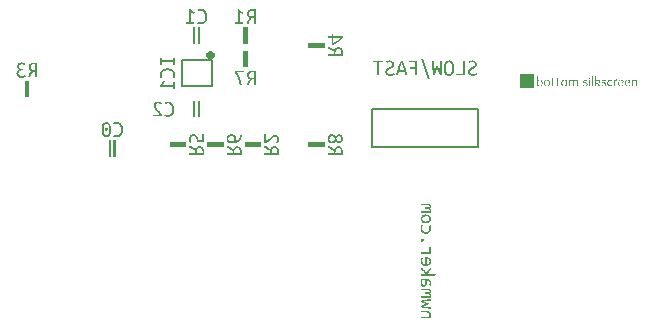
<source format=gbo>
G04 #@! TF.FileFunction,Legend,Bot*

G04 leading zeros omitted (L); absolute data (A); 6 integer digits and 6 fractional digits *
%FSLAX66Y66*%

G04 mode (MO): millimeters (MM) *
%MOMM*%

G04 Aperture definitions *
%ADD10C,0.001X*%
%ADD11C,0.001X*%
%ADD20C,0.15X*%

%LPD*%
G36*
G01X29528530Y-9494886D02*
G01X29528530Y-9094886D01*
G01X28128530Y-9094886D01*
G01X28128530Y-9494886D01*
G01X29528530Y-9494886D01*
G37*
G36*
G01X20956894Y-17905733D02*
G01X20956894Y-17505733D01*
G01X19556894Y-17505733D01*
G01X19556894Y-17905733D01*
G01X20956894Y-17905733D01*
G37*
G36*
G01X11837688Y-17324265D02*
G01X11637688Y-17324265D01*
G01X11637688Y-18724265D01*
G01X11837688Y-18724265D01*
G01X11837688Y-17324265D01*
G37*
G36*
G01X11437688Y-17324265D02*
G01X11237688Y-17324265D01*
G01X11237688Y-18724265D01*
G01X11437688Y-18724265D01*
G01X11437688Y-17324265D01*
G37*
G36*
G01X22996845Y-7759424D02*
G01X22596845Y-7759424D01*
G01X22596845Y-9159424D01*
G01X22996845Y-9159424D01*
G01X22996845Y-7759424D01*
G37*
G36*
G01X24131894Y-17905733D02*
G01X24131894Y-17505733D01*
G01X22731894Y-17505733D01*
G01X22731894Y-17905733D01*
G01X24131894Y-17905733D01*
G37*
G36*
G01X4509204Y-12295752D02*
G01X4109204Y-12295752D01*
G01X4109204Y-13695752D01*
G01X4509204Y-13695752D01*
G01X4509204Y-12295752D01*
G37*
G36*
G01X29528530Y-17905733D02*
G01X29528530Y-17505733D01*
G01X28128530Y-17505733D01*
G01X28128530Y-17905733D01*
G01X29528530Y-17905733D01*
G37*
G36*
G01X22996845Y-9759424D02*
G01X22596845Y-9759424D01*
G01X22596845Y-11159424D01*
G01X22996845Y-11159424D01*
G01X22996845Y-9759424D01*
G37*
G36*
G01X17781892Y-17905733D02*
G01X17781892Y-17505733D01*
G01X16381892Y-17505733D01*
G01X16381892Y-17905733D01*
G01X17781892Y-17905733D01*
G37*
G36*
G01X18979072Y-14009425D02*
G01X18779072Y-14009425D01*
G01X18779072Y-15409425D01*
G01X18979072Y-15409425D01*
G01X18979072Y-14009425D01*
G37*
G36*
G01X18579072Y-14009425D02*
G01X18379072Y-14009425D01*
G01X18379072Y-15409425D01*
G01X18579072Y-15409425D01*
G01X18579072Y-14009425D01*
G37*
G36*
G01X18979072Y-7759424D02*
G01X18779072Y-7759424D01*
G01X18779072Y-9159424D01*
G01X18979072Y-9159424D01*
G01X18979072Y-7759424D01*
G37*
G36*
G01X18579072Y-7759424D02*
G01X18379072Y-7759424D01*
G01X18379072Y-9159424D01*
G01X18579072Y-9159424D01*
G01X18579072Y-7759424D01*
G37*
D20*
G01X19955723Y-10589204D02*
G01X17455723Y-10589204D01*
G01X17455723Y-12789204D01*
G01X19955723Y-12789204D01*
G01X19955723Y-10589204D01*
G36*
G01X19507501Y-9992657D02*
G01X19507501Y-9992657D01*
G01X19507501Y-10042483D01*
G01X19507501Y-10092309D01*
G01X19507501Y-10142135D01*
G01X19507501Y-10191961D01*
G01X19507501Y-10241787D01*
G01X19507501Y-10285752D01*
G01X19507501Y-10285752D01*
G01X19541289Y-10317786D01*
G01X19575076Y-10349821D01*
G01X19608864Y-10381855D01*
G01X19642652Y-10413890D01*
G01X19676439Y-10445925D01*
G01X19706252Y-10474190D01*
G01X19706252Y-10474190D01*
G01X19757072Y-10474190D01*
G01X19807892Y-10474190D01*
G01X19858712Y-10474190D01*
G01X19909532Y-10474190D01*
G01X19960352Y-10474190D01*
G01X20005194Y-10474190D01*
G01X20005194Y-10474190D01*
G01X20038981Y-10442156D01*
G01X20072769Y-10410121D01*
G01X20106556Y-10378087D01*
G01X20140344Y-10346052D01*
G01X20174132Y-10314017D01*
G01X20203944Y-10285752D01*
G01X20203944Y-10285752D01*
G01X20203944Y-10235926D01*
G01X20203944Y-10186100D01*
G01X20203944Y-10136273D01*
G01X20203944Y-10086447D01*
G01X20203944Y-10036621D01*
G01X20203944Y-9992657D01*
G01X20203944Y-9992657D01*
G01X20170157Y-9960622D01*
G01X20136369Y-9928588D01*
G01X20102582Y-9896553D01*
G01X20068794Y-9864519D01*
G01X20035006Y-9832484D01*
G01X20005194Y-9804219D01*
G01X20005194Y-9804219D01*
G01X19954374Y-9804219D01*
G01X19903553Y-9804219D01*
G01X19852733Y-9804219D01*
G01X19801913Y-9804219D01*
G01X19751093Y-9804219D01*
G01X19706252Y-9804219D01*
G01X19706252Y-9804219D01*
G01X19672464Y-9836253D01*
G01X19638677Y-9868288D01*
G01X19604889Y-9900322D01*
G01X19571101Y-9932357D01*
G01X19537314Y-9964391D01*
G01X19507501Y-9992657D01*
G37*
D20*
G01X42529580Y-14716416D02*
G01X33529580Y-14716416D01*
G01X33529580Y-17916416D01*
G01X42529580Y-17916416D01*
G01X42529580Y-14716416D01*
G36*
G01X37667352Y-32418662D02*
G01X38479461Y-32418662D01*
G01X38479461Y-32418662D01*
G01X38495448Y-32345972D01*
G01X38505702Y-32287832D01*
G01X38510068Y-32258538D01*
G01X38510223Y-32257383D01*
G01X38510223Y-32257383D01*
G01X38517738Y-32181226D01*
G01X38520424Y-32126278D01*
G01X38520770Y-32106650D01*
G01X38520770Y-32106650D01*
G01X38512582Y-32020300D01*
G01X38492768Y-31951739D01*
G01X38468453Y-31901150D01*
G01X38446764Y-31868712D01*
G01X38434825Y-31854607D01*
G01X38434198Y-31853965D01*
G01X38434198Y-31853965D01*
G01X38382465Y-31817270D01*
G01X38321364Y-31792908D01*
G01X38259589Y-31778353D01*
G01X38205830Y-31771079D01*
G01X38168781Y-31768561D01*
G01X38156903Y-31768271D01*
G01X37667352Y-31768271D01*
G01X37667352Y-31915928D01*
G01X38129657Y-31915928D01*
G01X38129657Y-31915928D01*
G01X38207592Y-31920618D01*
G01X38252600Y-31928325D01*
G01X38261053Y-31930430D01*
G01X38261053Y-31930430D01*
G01X38324569Y-31959447D01*
G01X38339715Y-31970859D01*
G01X38339715Y-31970859D01*
G01X38374917Y-32023931D01*
G01X38378387Y-32033701D01*
G01X38378387Y-32033701D01*
G01X38388355Y-32097726D01*
G01X38388934Y-32113682D01*
G01X38388934Y-32113682D01*
G01X38385778Y-32177526D01*
G01X38384540Y-32190586D01*
G01X38384540Y-32190586D01*
G01X38375512Y-32255485D01*
G01X38373114Y-32269248D01*
G01X37667352Y-32269248D01*
G01X37667352Y-32418662D01*
G37*
G36*
G01X38502313Y-31611826D02*
G01X38502313Y-31471201D01*
G01X38502313Y-31471201D01*
G01X38428779Y-31465343D01*
G01X38377272Y-31460899D01*
G01X38364764Y-31459775D01*
G01X38364764Y-31459775D01*
G01X38293338Y-31452509D01*
G01X38239299Y-31446295D01*
G01X38223700Y-31444394D01*
G01X38063739Y-31423740D01*
G01X37868622Y-31397373D01*
G01X37868622Y-31397373D01*
G01X37940999Y-31369027D01*
G01X37985902Y-31352241D01*
G01X37994745Y-31349033D01*
G01X38097137Y-31312998D01*
G01X38196454Y-31281357D01*
G01X38309832Y-31247959D01*
G01X38309832Y-31136338D01*
G01X38196454Y-31104697D01*
G01X38196454Y-31104697D01*
G01X38129130Y-31084401D01*
G01X38097196Y-31073955D01*
G01X38097137Y-31073936D01*
G01X37995184Y-31039658D01*
G01X37995184Y-31039658D01*
G01X37931321Y-31017456D01*
G01X37881454Y-30999032D01*
G01X37870379Y-30994834D01*
G01X38054510Y-30966269D01*
G01X38054510Y-30966269D01*
G01X38141002Y-30936533D01*
G01X38192767Y-30936414D01*
G01X38213340Y-30943842D01*
G01X38214032Y-30944297D01*
G01X38214032Y-30944297D01*
G01X38273504Y-30954971D01*
G01X38333403Y-30939035D01*
G01X38358612Y-30928037D01*
G01X38358612Y-30928037D01*
G01X38440693Y-30902478D01*
G01X38488057Y-30908241D01*
G01X38502313Y-30915732D01*
G01X38502313Y-30780381D01*
G01X38502313Y-30780381D01*
G01X38431753Y-30787745D01*
G01X38368080Y-30794952D01*
G01X38323528Y-30800241D01*
G01X38309832Y-30801914D01*
G01X38309832Y-30801914D01*
G01X38236513Y-30811679D01*
G01X38170855Y-30821335D01*
G01X38122188Y-30828949D01*
G01X38099844Y-30832591D01*
G01X38099334Y-30832676D01*
G01X38099334Y-30832676D01*
G01X38025942Y-30845361D01*
G01X37959881Y-30857334D01*
G01X37909462Y-30866765D01*
G01X37882994Y-30871826D01*
G01X37880926Y-30872227D01*
G01X37880926Y-30872227D01*
G01X37806924Y-30887118D01*
G01X37742363Y-30900813D01*
G01X37694171Y-30911421D01*
G01X37669278Y-30917048D01*
G01X37667352Y-30917490D01*
G01X37667352Y-31029111D01*
G01X37667352Y-31029111D01*
G01X37735960Y-31058409D01*
G01X37775284Y-31074255D01*
G01X37778973Y-31075693D01*
G01X37880047Y-31114365D01*
G01X37984637Y-31152158D01*
G01X38110321Y-31196103D01*
G01X37984637Y-31240928D01*
G01X37880047Y-31279600D01*
G01X37778973Y-31319150D01*
G01X37667352Y-31367490D01*
G01X37667352Y-31479111D01*
G01X37667352Y-31479111D01*
G01X37746512Y-31496396D01*
G01X37823057Y-31512065D01*
G01X37894793Y-31525945D01*
G01X37959523Y-31537863D01*
G01X38015051Y-31547645D01*
G01X38059180Y-31555119D01*
G01X38089716Y-31560111D01*
G01X38104460Y-31562448D01*
G01X38105487Y-31562607D01*
G01X38105487Y-31562607D01*
G01X38187815Y-31574745D01*
G01X38264551Y-31585124D01*
G01X38333800Y-31593767D01*
G01X38393668Y-31600697D01*
G01X38442260Y-31605937D01*
G01X38477682Y-31609510D01*
G01X38498039Y-31611440D01*
G01X38502313Y-31611826D01*
G37*
G36*
G01X37667352Y-30672275D02*
G01X38479461Y-30672275D01*
G01X38479461Y-30672275D01*
G01X38503343Y-30594945D01*
G01X38515606Y-30530222D01*
G01X38520125Y-30485769D01*
G01X38520770Y-30469248D01*
G01X38520770Y-30469248D01*
G01X38520770Y-30469248D01*
G01X38512849Y-30399730D01*
G01X38505389Y-30371250D01*
G01X38505389Y-30371250D01*
G01X38473299Y-30311392D01*
G01X38457489Y-30292588D01*
G01X38457489Y-30292588D01*
G01X38497150Y-30227131D01*
G01X38515379Y-30169497D01*
G01X38520511Y-30132882D01*
G01X38520770Y-30126475D01*
G01X38520770Y-30126475D01*
G01X38510234Y-30061105D01*
G01X38504510Y-30044736D01*
G01X38504510Y-30044736D01*
G01X38468218Y-29989460D01*
G01X38455731Y-29976621D01*
G01X38455731Y-29976621D01*
G01X38399313Y-29939956D01*
G01X38374872Y-29929160D01*
G01X38374872Y-29929160D01*
G01X38308327Y-29914307D01*
G01X38264161Y-29911174D01*
G01X38261493Y-29911143D01*
G01X37667352Y-29911143D01*
G01X37667352Y-30045615D01*
G01X38265008Y-30045615D01*
G01X38265008Y-30045615D01*
G01X38336807Y-30059248D01*
G01X38363723Y-30074484D01*
G01X38363885Y-30074619D01*
G01X38363885Y-30074619D01*
G01X38395866Y-30131168D01*
G01X38397723Y-30146689D01*
G01X38397723Y-30146689D01*
G01X38387176Y-30191953D01*
G01X38387176Y-30191953D01*
G01X38353449Y-30234121D01*
G01X38352899Y-30234580D01*
G01X38352899Y-30234580D01*
G01X38286561Y-30224994D01*
G01X38261493Y-30224033D01*
G01X37989911Y-30224033D01*
G01X37989911Y-30359385D01*
G01X38263250Y-30359385D01*
G01X38263250Y-30359385D01*
G01X38336419Y-30369272D01*
G01X38362127Y-30379160D01*
G01X38362127Y-30379160D01*
G01X38362127Y-30379160D01*
G01X38394893Y-30431887D01*
G01X38397723Y-30456064D01*
G01X38397723Y-30456064D01*
G01X38387245Y-30519651D01*
G01X38381903Y-30536924D01*
G01X37667352Y-30536924D01*
G01X37667352Y-30672275D01*
G37*
G36*
G01X37916082Y-29741514D02*
G01X37916082Y-29741514D01*
G01X37989911Y-29730531D01*
G01X38031676Y-29713557D01*
G01X38037372Y-29710312D01*
G01X38037372Y-29710312D01*
G01X38090572Y-29664209D01*
G01X38116044Y-29631481D01*
G01X38117352Y-29629453D01*
G01X38117352Y-29629453D01*
G01X38146788Y-29566482D01*
G01X38160392Y-29521412D01*
G01X38161737Y-29515635D01*
G01X38161737Y-29515635D01*
G01X38172268Y-29444373D01*
G01X38175215Y-29395947D01*
G01X38175360Y-29387314D01*
G01X38175360Y-29387314D01*
G01X38171246Y-29313530D01*
G01X38162847Y-29253165D01*
G01X38156081Y-29218311D01*
G01X38155145Y-29214170D01*
G01X38196454Y-29214170D01*
G01X38196454Y-29214170D01*
G01X38259668Y-29220502D01*
G01X38269403Y-29222520D01*
G01X38269403Y-29222520D01*
G01X38326349Y-29248215D01*
G01X38333563Y-29253281D01*
G01X38333563Y-29253281D01*
G01X38373318Y-29302508D01*
G01X38379266Y-29314365D01*
G01X38379266Y-29314365D01*
G01X38393878Y-29378525D01*
G01X38395965Y-29413682D01*
G01X38395965Y-29413682D01*
G01X38395965Y-29413682D01*
G01X38392702Y-29489633D01*
G01X38387187Y-29537949D01*
G01X38385418Y-29549033D01*
G01X38385418Y-29549033D01*
G01X38369552Y-29619718D01*
G01X38364325Y-29636924D01*
G01X38486493Y-29655381D01*
G01X38486493Y-29655381D01*
G01X38503742Y-29595483D01*
G01X38511489Y-29553762D01*
G01X38511541Y-29553428D01*
G01X38511541Y-29553428D01*
G01X38519224Y-29483043D01*
G01X38522096Y-29425861D01*
G01X38522528Y-29401401D01*
G01X38522528Y-29401377D01*
G01X38522528Y-29401377D01*
G01X38516899Y-29322001D01*
G01X38506119Y-29267358D01*
G01X38499346Y-29244358D01*
G01X38499237Y-29244053D01*
G01X38499237Y-29244053D01*
G01X38465430Y-29178576D01*
G01X38437905Y-29144099D01*
G01X38434198Y-29140342D01*
G01X38434198Y-29140342D01*
G01X38376707Y-29101682D01*
G01X38336401Y-29085507D01*
G01X38333124Y-29084531D01*
G01X38333124Y-29084531D01*
G01X38263521Y-29071962D01*
G01X38212829Y-29068445D01*
G01X38203485Y-29068271D01*
G01X37681415Y-29068271D01*
G01X37681415Y-29068271D01*
G01X37671164Y-29131855D01*
G01X37662512Y-29188289D01*
G01X37659881Y-29205820D01*
G01X37659881Y-29205820D01*
G01X37651698Y-29279267D01*
G01X37648081Y-29341199D01*
G01X37647165Y-29377661D01*
G01X37647137Y-29382041D01*
G01X37647137Y-29382041D01*
G01X37650975Y-29455152D01*
G01X37657280Y-29504871D01*
G01X37659002Y-29515195D01*
G01X37659002Y-29515195D01*
G01X37679382Y-29585047D01*
G01X37698125Y-29625632D01*
G01X37700750Y-29630332D01*
G01X37700750Y-29630332D01*
G01X37745792Y-29683508D01*
G01X37780058Y-29709436D01*
G01X37782928Y-29711191D01*
G01X37782928Y-29711191D01*
G01X37847164Y-29733932D01*
G01X37901607Y-29740981D01*
G01X37916083Y-29741514D01*
G37*
%LPC*%
G36*
G01X37917840Y-29590342D02*
G01X37917840Y-29590342D01*
G01X37844651Y-29571793D01*
G01X37810122Y-29542216D01*
G01X37805340Y-29535410D01*
G01X37805340Y-29535410D01*
G01X37783216Y-29473259D01*
G01X37774943Y-29414459D01*
G01X37773700Y-29387342D01*
G01X37773700Y-29387314D01*
G01X37773700Y-29387314D01*
G01X37775510Y-29315600D01*
G01X37777215Y-29287559D01*
G01X37777215Y-29287559D01*
G01X37784615Y-29222633D01*
G01X37786004Y-29214170D01*
G01X38034735Y-29214170D01*
G01X38034735Y-29214170D01*
G01X38047510Y-29274668D01*
G01X38048797Y-29283603D01*
G01X38048797Y-29283603D01*
G01X38053707Y-29349645D01*
G01X38054071Y-29368857D01*
G01X38054071Y-29368857D01*
G01X38049908Y-29434657D01*
G01X38047918Y-29449717D01*
G01X38047918Y-29449717D01*
G01X38029637Y-29511299D01*
G01X38025506Y-29520029D01*
G01X38025506Y-29520029D01*
G01X37987307Y-29567271D01*
G01X37983319Y-29570566D01*
G01X37983319Y-29570566D01*
G01X37925443Y-29589953D01*
G01X37917840Y-29590342D01*
G37*
%LPD*%
G36*
G01X37667352Y-28818662D02*
G01X38889911Y-28818662D01*
G01X38914520Y-28669248D01*
G01X38153387Y-28669248D01*
G01X38325653Y-28470615D01*
G01X38325653Y-28470615D01*
G01X38376763Y-28414014D01*
G01X38424667Y-28365217D01*
G01X38464682Y-28326967D01*
G01X38492125Y-28302006D01*
G01X38502313Y-28293076D01*
G01X38502313Y-28293076D01*
G01X38502313Y-28118174D01*
G01X38502313Y-28118174D01*
G01X38450256Y-28164722D01*
G01X38401135Y-28212336D01*
G01X38359218Y-28255229D01*
G01X38328773Y-28287613D01*
G01X38314067Y-28303702D01*
G01X38313348Y-28304502D01*
G01X38126141Y-28518076D01*
G01X38126141Y-28518076D01*
G01X38083321Y-28464229D01*
G01X38046474Y-28421043D01*
G01X38035174Y-28408213D01*
G01X38035174Y-28408213D01*
G01X37985510Y-28354788D01*
G01X37943037Y-28311614D01*
G01X37919215Y-28288232D01*
G01X37917401Y-28286484D01*
G01X37917401Y-28286484D01*
G01X37861876Y-28235254D01*
G01X37815866Y-28195106D01*
G01X37790550Y-28173800D01*
G01X37788641Y-28172227D01*
G01X37788641Y-28172227D01*
G01X37726824Y-28124992D01*
G01X37682893Y-28095284D01*
G01X37667352Y-28085654D01*
G01X37667352Y-28262314D01*
G01X37667352Y-28262314D01*
G01X37725608Y-28302409D01*
G01X37769130Y-28336353D01*
G01X37781610Y-28346689D01*
G01X37781610Y-28346689D01*
G01X37836448Y-28396165D01*
G01X37877417Y-28436304D01*
G01X37894094Y-28453460D01*
G01X37894110Y-28453477D01*
G01X37894110Y-28453477D01*
G01X37944449Y-28509072D01*
G01X37980291Y-28551298D01*
G01X37992987Y-28566855D01*
G01X37992987Y-28566855D01*
G01X38039302Y-28627387D01*
G01X38065451Y-28664041D01*
G01X38069012Y-28669248D01*
G01X37667352Y-28669248D01*
G01X37667352Y-28818662D01*
G37*
G36*
G01X38083075Y-27974033D02*
G01X38083075Y-27974033D01*
G01X38163315Y-27968287D01*
G01X38226137Y-27955867D01*
G01X38265888Y-27944003D01*
G01X38277313Y-27939756D01*
G01X38277313Y-27939756D01*
G01X38345152Y-27903974D01*
G01X38391966Y-27869601D01*
G01X38413197Y-27850462D01*
G01X38413983Y-27849668D01*
G01X38413983Y-27849668D01*
G01X38459803Y-27791163D01*
G01X38486926Y-27742699D01*
G01X38495282Y-27723984D01*
G01X38495282Y-27723984D01*
G01X38515045Y-27652499D01*
G01X38521792Y-27598117D01*
G01X38522528Y-27580283D01*
G01X38522528Y-27580283D01*
G01X38513506Y-27496326D01*
G01X38491363Y-27427982D01*
G01X38463479Y-27375743D01*
G01X38437235Y-27340102D01*
G01X38420012Y-27321550D01*
G01X38417059Y-27318809D01*
G01X38417059Y-27318809D01*
G01X38363333Y-27283368D01*
G01X38301444Y-27258466D01*
G01X38237941Y-27242244D01*
G01X38179375Y-27232841D01*
G01X38132293Y-27228398D01*
G01X38103247Y-27227055D01*
G01X38097137Y-27226963D01*
G01X38045282Y-27226963D01*
G01X38045282Y-27824619D01*
G01X38045282Y-27824619D01*
G01X37965973Y-27809568D01*
G01X37906641Y-27783560D01*
G01X37867734Y-27757116D01*
G01X37849703Y-27740760D01*
G01X37848407Y-27739365D01*
G01X37848407Y-27739365D01*
G01X37812847Y-27681981D01*
G01X37792616Y-27619333D01*
G01X37783391Y-27564282D01*
G01X37780848Y-27529684D01*
G01X37780731Y-27524033D01*
G01X37780731Y-27524033D01*
G01X37784674Y-27447443D01*
G01X37791339Y-27399868D01*
G01X37793475Y-27389121D01*
G01X37793475Y-27389121D01*
G01X37813704Y-27320220D01*
G01X37820282Y-27304307D01*
G01X37694598Y-27284971D01*
G01X37694598Y-27284971D01*
G01X37673944Y-27343748D01*
G01X37663836Y-27382090D01*
G01X37663836Y-27382090D01*
G01X37663836Y-27382090D01*
G01X37652388Y-27451445D01*
G01X37647916Y-27511242D01*
G01X37647138Y-27540313D01*
G01X37647137Y-27540732D01*
G01X37647137Y-27540732D01*
G01X37652736Y-27618734D01*
G01X37664838Y-27680202D01*
G01X37676397Y-27719297D01*
G01X37680536Y-27730576D01*
G01X37680536Y-27730576D01*
G01X37716129Y-27797825D01*
G01X37751049Y-27844398D01*
G01X37770684Y-27865582D01*
G01X37771502Y-27866367D01*
G01X37771502Y-27866367D01*
G01X37830404Y-27909902D01*
G01X37883042Y-27936784D01*
G01X37909111Y-27947098D01*
G01X37909491Y-27947227D01*
G01X37909491Y-27947227D01*
G01X37980088Y-27964439D01*
G01X38041619Y-27972047D01*
G01X38078584Y-27973974D01*
G01X38083075Y-27974033D01*
G37*
%LPC*%
G36*
G01X38165692Y-27821103D02*
G01X38165692Y-27378135D01*
G01X38165692Y-27378135D01*
G01X38244199Y-27388811D01*
G01X38299512Y-27411039D01*
G01X38329316Y-27430116D01*
G01X38334002Y-27433945D01*
G01X38334002Y-27433945D01*
G01X38375610Y-27492529D01*
G01X38392565Y-27549128D01*
G01X38395944Y-27580729D01*
G01X38395965Y-27582041D01*
G01X38395965Y-27582041D01*
G01X38385485Y-27650520D01*
G01X38376190Y-27676084D01*
G01X38376190Y-27676084D01*
G01X38339186Y-27732814D01*
G01X38324334Y-27749033D01*
G01X38324334Y-27749033D01*
G01X38269576Y-27788237D01*
G01X38250506Y-27797812D01*
G01X38250506Y-27797812D01*
G01X38186052Y-27817584D01*
G01X38165692Y-27821103D01*
G37*
%LPD*%
G36*
G01X37667352Y-26953623D02*
G01X38457489Y-26953623D01*
G01X38457489Y-26953623D01*
G01X38480520Y-26876789D01*
G01X38497150Y-26802682D01*
G01X38508423Y-26734442D01*
G01X38515379Y-26675208D01*
G01X38519061Y-26628121D01*
G01X38520511Y-26596321D01*
G01X38520770Y-26582948D01*
G01X38520770Y-26582725D01*
G01X38520770Y-26582725D01*
G01X38518836Y-26511028D01*
G01X38516455Y-26473834D01*
G01X38516375Y-26472861D01*
G01X38516375Y-26472861D01*
G01X38506883Y-26405570D01*
G01X38497848Y-26361241D01*
G01X38497040Y-26357725D01*
G01X38366083Y-26384971D01*
G01X38366083Y-26384971D01*
G01X38381936Y-26456597D01*
G01X38386292Y-26486871D01*
G01X38386297Y-26486924D01*
G01X38386297Y-26486924D01*
G01X38390236Y-26554565D01*
G01X38390692Y-26582725D01*
G01X38390692Y-26582725D01*
G01X38386559Y-26657666D01*
G01X38377153Y-26725190D01*
G01X38366966Y-26776762D01*
G01X38360489Y-26803850D01*
G01X38359930Y-26805967D01*
G01X37667352Y-26805967D01*
G01X37667352Y-26953623D01*
G37*
G36*
G01X37782489Y-25927939D02*
G01X37782489Y-25927939D01*
G01X37849696Y-25911002D01*
G01X37879409Y-25892073D01*
G01X37879608Y-25891904D01*
G01X37879608Y-25891904D01*
G01X37914782Y-25834465D01*
G01X37921335Y-25795482D01*
G01X37921356Y-25794346D01*
G01X37921356Y-25794346D01*
G01X37902558Y-25727080D01*
G01X37880476Y-25698931D01*
G01X37880047Y-25698545D01*
G01X37880047Y-25698545D01*
G01X37818109Y-25667577D01*
G01X37782754Y-25662512D01*
G01X37782489Y-25662510D01*
G01X37782489Y-25662510D01*
G01X37715739Y-25679987D01*
G01X37687177Y-25698502D01*
G01X37687127Y-25698545D01*
G01X37687127Y-25698545D01*
G01X37651595Y-25756412D01*
G01X37645388Y-25793718D01*
G01X37645379Y-25794346D01*
G01X37645379Y-25794346D01*
G01X37663754Y-25862041D01*
G01X37686369Y-25891218D01*
G01X37687127Y-25891904D01*
G01X37687127Y-25891904D01*
G01X37749340Y-25923159D01*
G01X37782425Y-25927939D01*
G01X37782489Y-25927939D01*
G37*
G36*
G01X38083075Y-25258213D02*
G01X38083075Y-25258213D01*
G01X38161599Y-25252582D01*
G01X38223810Y-25240195D01*
G01X38264761Y-25227808D01*
G01X38279510Y-25222178D01*
G01X38279510Y-25222178D01*
G01X38279510Y-25222178D01*
G01X38345659Y-25184834D01*
G01X38391993Y-25147443D01*
G01X38414596Y-25124669D01*
G01X38416180Y-25122861D01*
G01X38416180Y-25122861D01*
G01X38457099Y-25063250D01*
G01X38483448Y-25009525D01*
G01X38495369Y-24978485D01*
G01X38496161Y-24976084D01*
G01X38496161Y-24976084D01*
G01X38512686Y-24905426D01*
G01X38520282Y-24843219D01*
G01X38522420Y-24803702D01*
G01X38522528Y-24796787D01*
G01X38522528Y-24796787D01*
G01X38519346Y-24724495D01*
G01X38514751Y-24679850D01*
G01X38514178Y-24675498D01*
G01X38514178Y-24675498D01*
G01X38500996Y-24607802D01*
G01X38487912Y-24557955D01*
G01X38484735Y-24547178D01*
G01X38356415Y-24581455D01*
G01X38356415Y-24581455D01*
G01X38377348Y-24652207D01*
G01X38384345Y-24689002D01*
G01X38384540Y-24690439D01*
G01X38384540Y-24690439D01*
G01X38389968Y-24759668D01*
G01X38390692Y-24789756D01*
G01X38390692Y-24789756D01*
G01X38384411Y-24862534D01*
G01X38375019Y-24907060D01*
G01X38373553Y-24912363D01*
G01X38373553Y-24912363D01*
G01X38344274Y-24977137D01*
G01X38320997Y-25010343D01*
G01X38319500Y-25012119D01*
G01X38319500Y-25012119D01*
G01X38266296Y-25056579D01*
G01X38227356Y-25078320D01*
G01X38224139Y-25079795D01*
G01X38224139Y-25079795D01*
G01X38158466Y-25098283D01*
G01X38102498Y-25104595D01*
G01X38083075Y-25105283D01*
G01X38083075Y-25105283D01*
G01X38006213Y-25097941D01*
G01X37958178Y-25085531D01*
G01X37947284Y-25081553D01*
G01X37947284Y-25081553D01*
G01X37885399Y-25044675D01*
G01X37855245Y-25017352D01*
G01X37853680Y-25015635D01*
G01X37853680Y-25015635D01*
G01X37815854Y-24956507D01*
G01X37799528Y-24916552D01*
G01X37798749Y-24914121D01*
G01X37798749Y-24914121D01*
G01X37785025Y-24845622D01*
G01X37780980Y-24794006D01*
G01X37780731Y-24782725D01*
G01X37780731Y-24782725D01*
G01X37783439Y-24710641D01*
G01X37786771Y-24672971D01*
G01X37786883Y-24671982D01*
G01X37786883Y-24671982D01*
G01X37800207Y-24605425D01*
G01X37813476Y-24560524D01*
G01X37815008Y-24555967D01*
G01X37691083Y-24533994D01*
G01X37691083Y-24533994D01*
G01X37669738Y-24603089D01*
G01X37659040Y-24651623D01*
G01X37657245Y-24661875D01*
G01X37657245Y-24661875D01*
G01X37649787Y-24732135D01*
G01X37647359Y-24786894D01*
G01X37647137Y-24802939D01*
G01X37647137Y-24802939D01*
G01X37652181Y-24879668D01*
G01X37662884Y-24940923D01*
G01X37672602Y-24978919D01*
G01X37675262Y-24987510D01*
G01X37675262Y-24987510D01*
G01X37706511Y-25057347D01*
G01X37738413Y-25107156D01*
G01X37756673Y-25130339D01*
G01X37757440Y-25131211D01*
G01X37757440Y-25131211D01*
G01X37812431Y-25179277D01*
G01X37863826Y-25210708D01*
G01X37892067Y-25224326D01*
G01X37893231Y-25224814D01*
G01X37893231Y-25224814D01*
G01X37959971Y-25244679D01*
G01X38023224Y-25254519D01*
G01X38068810Y-25257857D01*
G01X38083075Y-25258213D01*
G37*
G36*
G01X38084833Y-24374033D02*
G01X38084833Y-24374033D01*
G01X38162547Y-24368737D01*
G01X38223361Y-24357711D01*
G01X38259054Y-24348247D01*
G01X38265008Y-24346348D01*
G01X38265008Y-24346348D01*
G01X38334143Y-24315154D01*
G01X38382033Y-24284350D01*
G01X38402287Y-24268363D01*
G01X38402557Y-24268125D01*
G01X38402557Y-24268125D01*
G01X38451434Y-24213496D01*
G01X38481383Y-24166590D01*
G01X38490887Y-24148154D01*
G01X38490887Y-24148154D01*
G01X38513011Y-24078999D01*
G01X38521284Y-24022276D01*
G01X38522528Y-23997885D01*
G01X38522528Y-23997861D01*
G01X38522528Y-23997861D01*
G01X38514881Y-23924230D01*
G01X38500237Y-23869563D01*
G01X38491035Y-23845265D01*
G01X38490887Y-23844932D01*
G01X38490887Y-23844932D01*
G01X38453139Y-23781280D01*
G01X38417294Y-23738599D01*
G01X38402557Y-23724082D01*
G01X38402557Y-23724082D01*
G01X38344152Y-23682745D01*
G01X38291546Y-23656398D01*
G01X38265390Y-23645992D01*
G01X38265008Y-23645859D01*
G01X38265008Y-23645859D01*
G01X38195331Y-23628507D01*
G01X38132483Y-23620532D01*
G01X38091978Y-23618287D01*
G01X38084833Y-23618174D01*
G01X38084833Y-23618174D01*
G01X38007286Y-23623470D01*
G01X37946822Y-23634496D01*
G01X37911430Y-23643960D01*
G01X37905536Y-23645859D01*
G01X37905536Y-23645859D01*
G01X37836791Y-23677053D01*
G01X37788729Y-23707857D01*
G01X37768261Y-23723844D01*
G01X37767987Y-23724082D01*
G01X37767987Y-23724082D01*
G01X37718483Y-23778947D01*
G01X37688311Y-23826284D01*
G01X37678778Y-23844932D01*
G01X37678778Y-23844932D01*
G01X37657086Y-23913101D01*
G01X37648613Y-23970168D01*
G01X37647139Y-23997471D01*
G01X37647137Y-23997861D01*
G01X37647137Y-23997861D01*
G01X37655200Y-24072095D01*
G01X37670292Y-24126355D01*
G01X37678768Y-24148133D01*
G01X37678778Y-24148154D01*
G01X37678778Y-24148154D01*
G01X37716761Y-24211180D01*
G01X37753038Y-24253637D01*
G01X37767987Y-24268125D01*
G01X37767987Y-24268125D01*
G01X37826782Y-24309462D01*
G01X37879216Y-24335809D01*
G01X37905158Y-24346215D01*
G01X37905536Y-24346348D01*
G01X37905536Y-24346348D01*
G01X37974662Y-24363700D01*
G01X38037257Y-24371675D01*
G01X38077691Y-24373920D01*
G01X38084833Y-24374033D01*
G37*
%LPC*%
G36*
G01X38084833Y-24221103D02*
G01X38084833Y-24221103D01*
G01X38000814Y-24213644D01*
G01X37935356Y-24196393D01*
G01X37889918Y-24177045D01*
G01X37865961Y-24163291D01*
G01X37862469Y-24160898D01*
G01X37862469Y-24160898D01*
G01X37812529Y-24105673D01*
G01X37788687Y-24048981D01*
G01X37781292Y-24008000D01*
G01X37780731Y-23997861D01*
G01X37780731Y-23997861D01*
G01X37795389Y-23923004D01*
G01X37826494Y-23869253D01*
G01X37854738Y-23838682D01*
G01X37862469Y-23832187D01*
G01X37862469Y-23832187D01*
G01X37922842Y-23800091D01*
G01X37987570Y-23781831D01*
G01X38043905Y-23773504D01*
G01X38079102Y-23771209D01*
G01X38084833Y-23771103D01*
G01X38084833Y-23771103D01*
G01X38169775Y-23778672D01*
G01X38235759Y-23796174D01*
G01X38281436Y-23815805D01*
G01X38305459Y-23829760D01*
G01X38308954Y-23832187D01*
G01X38308954Y-23832187D01*
G01X38358894Y-23888265D01*
G01X38382736Y-23945883D01*
G01X38390131Y-23987550D01*
G01X38390692Y-23997861D01*
G01X38390692Y-23997861D01*
G01X38376033Y-24071487D01*
G01X38344929Y-24124391D01*
G01X38316685Y-24154499D01*
G01X38308954Y-24160898D01*
G01X38308954Y-24160898D01*
G01X38248363Y-24192533D01*
G01X38183131Y-24210530D01*
G01X38126231Y-24218737D01*
G01X38090633Y-24220999D01*
G01X38084833Y-24221103D01*
G37*
%LPD*%
G36*
G01X37667352Y-23472275D02*
G01X38479461Y-23472275D01*
G01X38479461Y-23472275D01*
G01X38503343Y-23394945D01*
G01X38515606Y-23330222D01*
G01X38520125Y-23285769D01*
G01X38520770Y-23269248D01*
G01X38520770Y-23269248D01*
G01X38520770Y-23269248D01*
G01X38512849Y-23199730D01*
G01X38505389Y-23171250D01*
G01X38505389Y-23171250D01*
G01X38473299Y-23111392D01*
G01X38457489Y-23092588D01*
G01X38457489Y-23092588D01*
G01X38497150Y-23027131D01*
G01X38515379Y-22969497D01*
G01X38520511Y-22932882D01*
G01X38520770Y-22926475D01*
G01X38520770Y-22926475D01*
G01X38510234Y-22861105D01*
G01X38504510Y-22844736D01*
G01X38504510Y-22844736D01*
G01X38468218Y-22789460D01*
G01X38455731Y-22776621D01*
G01X38455731Y-22776621D01*
G01X38399313Y-22739956D01*
G01X38374872Y-22729160D01*
G01X38374872Y-22729160D01*
G01X38308327Y-22714307D01*
G01X38264161Y-22711174D01*
G01X38261493Y-22711143D01*
G01X37667352Y-22711143D01*
G01X37667352Y-22845615D01*
G01X38265008Y-22845615D01*
G01X38265008Y-22845615D01*
G01X38336807Y-22859247D01*
G01X38363723Y-22874484D01*
G01X38363885Y-22874619D01*
G01X38363885Y-22874619D01*
G01X38395866Y-22931168D01*
G01X38397723Y-22946689D01*
G01X38397723Y-22946689D01*
G01X38387176Y-22991953D01*
G01X38387176Y-22991953D01*
G01X38353449Y-23034121D01*
G01X38352899Y-23034580D01*
G01X38352899Y-23034580D01*
G01X38286561Y-23024994D01*
G01X38261493Y-23024033D01*
G01X37989911Y-23024033D01*
G01X37989911Y-23159385D01*
G01X38263250Y-23159385D01*
G01X38263250Y-23159385D01*
G01X38336419Y-23169272D01*
G01X38362127Y-23179160D01*
G01X38362127Y-23179160D01*
G01X38362127Y-23179160D01*
G01X38394893Y-23231887D01*
G01X38397723Y-23256064D01*
G01X38397723Y-23256064D01*
G01X38387245Y-23319651D01*
G01X38381903Y-23336924D01*
G01X37667352Y-23336924D01*
G01X37667352Y-23472275D01*
G37*
G36*
G01X29803530Y-10205531D02*
G01X31023257Y-10205531D01*
G01X31023257Y-10205531D01*
G01X31036031Y-10144727D01*
G01X31037417Y-10136683D01*
G01X31037417Y-10136683D01*
G01X31045466Y-10071737D01*
G01X31046694Y-10057094D01*
G01X31046694Y-10057094D01*
G01X31050784Y-9991240D01*
G01X31051577Y-9976039D01*
G01X31051577Y-9976039D01*
G01X31053477Y-9911815D01*
G01X31053530Y-9903773D01*
G01X31053530Y-9903773D01*
G01X31047568Y-9810597D01*
G01X31032331Y-9732378D01*
G01X31011794Y-9669175D01*
G01X30989932Y-9621047D01*
G01X30970721Y-9588054D01*
G01X30958134Y-9570255D01*
G01X30955385Y-9566859D01*
G01X30955385Y-9566859D01*
G01X30902146Y-9520720D01*
G01X30841373Y-9489197D01*
G01X30780159Y-9469506D01*
G01X30725596Y-9458863D01*
G01X30684776Y-9454484D01*
G01X30664791Y-9453585D01*
G01X30663882Y-9453578D01*
G01X30663882Y-9453578D01*
G01X30587164Y-9462296D01*
G01X30524838Y-9481806D01*
G01X30481844Y-9502148D01*
G01X30463123Y-9513356D01*
G01X30462710Y-9513637D01*
G01X30462710Y-9513637D01*
G01X30407003Y-9562215D01*
G01X30365525Y-9613445D01*
G01X30339006Y-9655300D01*
G01X30328173Y-9675751D01*
G01X30327944Y-9676234D01*
G01X30218569Y-9608851D01*
G01X30088686Y-9533656D01*
G01X29946108Y-9458461D01*
G01X29946108Y-9458461D01*
G01X29879140Y-9425468D01*
G01X29827435Y-9401067D01*
G01X29803859Y-9390250D01*
G01X29803530Y-9390101D01*
G01X29803530Y-9565883D01*
G01X29803530Y-9565883D01*
G01X29875174Y-9596872D01*
G01X29941302Y-9627446D01*
G01X29998342Y-9655158D01*
G01X30042727Y-9677562D01*
G01X30070886Y-9692210D01*
G01X30079409Y-9696742D01*
G01X30079409Y-9696742D01*
G01X30152514Y-9738336D01*
G01X30212026Y-9775664D01*
G01X30256421Y-9805867D01*
G01X30284175Y-9826086D01*
G01X30293764Y-9833461D01*
G01X30293764Y-9833461D01*
G01X30293764Y-9833461D01*
G01X30291811Y-9868617D01*
G01X30291811Y-9899867D01*
G01X30291811Y-10039515D01*
G01X29803530Y-10039515D01*
G01X29803530Y-10205531D01*
G37*
%LPC*%
G36*
G01X30427553Y-10039515D02*
G01X30427553Y-9934047D01*
G01X30427553Y-9934047D01*
G01X30430851Y-9858894D01*
G01X30436109Y-9812500D01*
G01X30437319Y-9804652D01*
G01X30437319Y-9804652D01*
G01X30458564Y-9736278D01*
G01X30474300Y-9706703D01*
G01X30474428Y-9706508D01*
G01X30474428Y-9706508D01*
G01X30522696Y-9659002D01*
G01X30548647Y-9643519D01*
G01X30548647Y-9643519D01*
G01X30612210Y-9626293D01*
G01X30663397Y-9621722D01*
G01X30671694Y-9621547D01*
G01X30671694Y-9621547D01*
G01X30747348Y-9629919D01*
G01X30786413Y-9642012D01*
G01X30789858Y-9643519D01*
G01X30789858Y-9643519D01*
G01X30846325Y-9683583D01*
G01X30862612Y-9701625D01*
G01X30862612Y-9701625D01*
G01X30893141Y-9761578D01*
G01X30900698Y-9786586D01*
G01X30900698Y-9786586D01*
G01X30910349Y-9854252D01*
G01X30911928Y-9889843D01*
G01X30911928Y-9890101D01*
G01X30911928Y-9890101D01*
G01X30911338Y-9958317D01*
G01X30910952Y-9978969D01*
G01X30910952Y-9978969D01*
G01X30905473Y-10037953D01*
G01X30905093Y-10039515D01*
G01X30427553Y-10039515D01*
G37*
%LPD*%
G36*
G01X30119936Y-9243617D02*
G01X30231264Y-9243617D01*
G01X30231264Y-9243617D01*
G01X30293810Y-9214702D01*
G01X30353335Y-9184413D01*
G01X30397845Y-9160533D01*
G01X30415346Y-9150844D01*
G01X30415346Y-9150844D01*
G01X30415346Y-9150844D01*
G01X30477678Y-9114531D01*
G01X30536073Y-9078781D01*
G01X30584835Y-9047906D01*
G01X30618268Y-9026219D01*
G01X30630678Y-9018031D01*
G01X30630678Y-9018031D01*
G01X30630678Y-9018031D01*
G01X30692956Y-8975312D01*
G01X30750062Y-8934335D01*
G01X30797777Y-8898960D01*
G01X30831880Y-8873044D01*
G01X30848151Y-8860446D01*
G01X30848940Y-8859828D01*
G01X30848940Y-8859828D01*
G01X30910061Y-8809906D01*
G01X30963026Y-8763734D01*
G01X31004718Y-8725531D01*
G01X31032018Y-8699515D01*
G01X31041811Y-8689906D01*
G01X31041811Y-8689906D01*
G01X31041811Y-8529750D01*
G01X30255678Y-8529750D01*
G01X30255678Y-8384242D01*
G01X30119936Y-8384242D01*
G01X30119936Y-8529750D01*
G01X29803530Y-8529750D01*
G01X29803530Y-8689906D01*
G01X30119936Y-8689906D01*
G01X30119936Y-9243617D01*
G37*
%LPC*%
G36*
G01X30255678Y-9083461D02*
G01X30255678Y-8689906D01*
G01X30845522Y-8689906D01*
G01X30845522Y-8689906D01*
G01X30792480Y-8737112D01*
G01X30746030Y-8775933D01*
G01X30719619Y-8797194D01*
G01X30717593Y-8798793D01*
G01X30717593Y-8798793D01*
G01X30658859Y-8843275D01*
G01X30608073Y-8879783D01*
G01X30576167Y-8901949D01*
G01X30570620Y-8905726D01*
G01X30570620Y-8905726D01*
G01X30507254Y-8946759D01*
G01X30453278Y-8979560D01*
G01X30419690Y-8999112D01*
G01X30413882Y-9002406D01*
G01X30413882Y-9002406D01*
G01X30346564Y-9038604D01*
G01X30291379Y-9066365D01*
G01X30259472Y-9081689D01*
G01X30255678Y-9083461D01*
G37*
%LPD*%
G36*
G01X21245078Y-18599776D02*
G01X22464805Y-18599776D01*
G01X22464805Y-18599776D01*
G01X22477579Y-18538972D01*
G01X22478965Y-18530928D01*
G01X22478965Y-18530928D01*
G01X22487014Y-18465982D01*
G01X22488242Y-18451339D01*
G01X22488242Y-18451339D01*
G01X22492332Y-18385485D01*
G01X22493125Y-18370284D01*
G01X22493125Y-18370284D01*
G01X22495025Y-18306060D01*
G01X22495078Y-18298018D01*
G01X22495078Y-18298018D01*
G01X22489116Y-18204842D01*
G01X22473879Y-18126623D01*
G01X22453342Y-18063419D01*
G01X22431480Y-18015292D01*
G01X22412269Y-17982299D01*
G01X22399682Y-17964500D01*
G01X22396933Y-17961104D01*
G01X22396933Y-17961104D01*
G01X22343694Y-17914965D01*
G01X22282921Y-17883442D01*
G01X22221707Y-17863751D01*
G01X22167144Y-17853108D01*
G01X22126324Y-17848729D01*
G01X22106339Y-17847830D01*
G01X22105430Y-17847823D01*
G01X22105430Y-17847823D01*
G01X22028712Y-17856541D01*
G01X21966386Y-17876051D01*
G01X21923392Y-17896393D01*
G01X21904671Y-17907601D01*
G01X21904258Y-17907882D01*
G01X21904258Y-17907882D01*
G01X21848551Y-17956460D01*
G01X21807073Y-18007690D01*
G01X21780554Y-18049545D01*
G01X21769721Y-18069996D01*
G01X21769492Y-18070479D01*
G01X21660117Y-18003096D01*
G01X21530234Y-17927901D01*
G01X21387656Y-17852706D01*
G01X21387656Y-17852706D01*
G01X21320688Y-17819713D01*
G01X21268983Y-17795312D01*
G01X21245407Y-17784495D01*
G01X21245078Y-17784346D01*
G01X21245078Y-17960128D01*
G01X21245078Y-17960128D01*
G01X21316722Y-17991117D01*
G01X21382850Y-18021691D01*
G01X21439890Y-18049403D01*
G01X21484275Y-18071807D01*
G01X21512434Y-18086455D01*
G01X21520957Y-18090987D01*
G01X21520957Y-18090987D01*
G01X21594062Y-18132581D01*
G01X21653574Y-18169909D01*
G01X21697969Y-18200112D01*
G01X21725723Y-18220331D01*
G01X21735312Y-18227706D01*
G01X21735312Y-18227706D01*
G01X21735312Y-18227706D01*
G01X21733359Y-18262862D01*
G01X21733359Y-18294112D01*
G01X21733359Y-18433760D01*
G01X21245078Y-18433760D01*
G01X21245078Y-18599776D01*
G37*
%LPC*%
G36*
G01X21869101Y-18433760D02*
G01X21869101Y-18328292D01*
G01X21869101Y-18328292D01*
G01X21872399Y-18253139D01*
G01X21877657Y-18206745D01*
G01X21878867Y-18198897D01*
G01X21878867Y-18198897D01*
G01X21900112Y-18130523D01*
G01X21915848Y-18100948D01*
G01X21915976Y-18100753D01*
G01X21915976Y-18100753D01*
G01X21964244Y-18053247D01*
G01X21990195Y-18037764D01*
G01X21990195Y-18037764D01*
G01X22053758Y-18020538D01*
G01X22104945Y-18015967D01*
G01X22113242Y-18015792D01*
G01X22113242Y-18015792D01*
G01X22188896Y-18024164D01*
G01X22227961Y-18036257D01*
G01X22231406Y-18037764D01*
G01X22231406Y-18037764D01*
G01X22287873Y-18077828D01*
G01X22304160Y-18095870D01*
G01X22304160Y-18095870D01*
G01X22334689Y-18155823D01*
G01X22342246Y-18180831D01*
G01X22342246Y-18180831D01*
G01X22351897Y-18248497D01*
G01X22353476Y-18284088D01*
G01X22353476Y-18284346D01*
G01X22353476Y-18284346D01*
G01X22352886Y-18352562D01*
G01X22352500Y-18373214D01*
G01X22352500Y-18373214D01*
G01X22347021Y-18432198D01*
G01X22346641Y-18433760D01*
G01X21869101Y-18433760D01*
G37*
%LPD*%
G36*
G01X21741172Y-17601729D02*
G01X21741172Y-17601729D01*
G01X21823905Y-17598379D01*
G01X21897990Y-17589929D01*
G01X21961001Y-17578779D01*
G01X22010516Y-17567329D01*
G01X22044109Y-17557979D01*
G01X22059358Y-17553129D01*
G01X22060019Y-17552901D01*
G01X22060019Y-17552901D01*
G01X22134091Y-17521432D01*
G01X22196338Y-17486334D01*
G01X22244770Y-17453071D01*
G01X22277398Y-17427110D01*
G01X22292233Y-17413917D01*
G01X22292930Y-17413253D01*
G01X22292930Y-17413253D01*
G01X22341614Y-17358367D01*
G01X22380604Y-17301908D01*
G01X22409619Y-17250868D01*
G01X22428376Y-17212240D01*
G01X22436596Y-17193018D01*
G01X22436973Y-17192061D01*
G01X22436973Y-17192061D01*
G01X22458659Y-17123698D01*
G01X22473330Y-17055433D01*
G01X22482354Y-16993039D01*
G01X22487099Y-16942288D01*
G01X22488930Y-16908952D01*
G01X22489219Y-16898604D01*
G01X22349570Y-16883956D01*
G01X22349570Y-16883956D01*
G01X22344807Y-16961838D01*
G01X22336447Y-17024692D01*
G01X22328816Y-17065413D01*
G01X22326133Y-17077315D01*
G01X22326133Y-17077315D01*
G01X22301893Y-17149078D01*
G01X22275648Y-17202647D01*
G01X22259107Y-17230113D01*
G01X22257773Y-17232100D01*
G01X22257773Y-17232100D01*
G01X22211051Y-17286606D01*
G01X22166121Y-17325370D01*
G01X22139279Y-17344517D01*
G01X22137168Y-17345870D01*
G01X22137168Y-17345870D01*
G01X22075142Y-17377262D01*
G01X22014142Y-17399631D01*
G01X21969255Y-17412669D01*
G01X21955039Y-17416182D01*
G01X21955039Y-17416182D01*
G01X21979577Y-17351998D01*
G01X21990767Y-17312849D01*
G01X21991172Y-17311202D01*
G01X21991172Y-17311202D01*
G01X22002176Y-17241033D01*
G01X22004788Y-17195185D01*
G01X22004844Y-17190596D01*
G01X22004844Y-17190596D01*
G01X21998772Y-17111707D01*
G01X21986132Y-17052717D01*
G01X21975283Y-17019288D01*
G01X21973105Y-17013839D01*
G01X21973105Y-17013839D01*
G01X21935088Y-16948191D01*
G01X21900497Y-16907738D01*
G01X21888144Y-16896163D01*
G01X21888144Y-16896163D01*
G01X21828242Y-16857462D01*
G01X21779623Y-16836515D01*
G01X21765098Y-16831710D01*
G01X21765098Y-16831710D01*
G01X21693538Y-16817188D01*
G01X21638971Y-16812231D01*
G01X21621055Y-16811690D01*
G01X21621055Y-16811690D01*
G01X21549694Y-16818327D01*
G01X21496939Y-16829854D01*
G01X21481894Y-16834151D01*
G01X21481894Y-16834151D01*
G01X21415603Y-16862464D01*
G01X21368610Y-16890682D01*
G01X21352012Y-16902510D01*
G01X21352012Y-16902510D01*
G01X21301243Y-16952895D01*
G01X21268095Y-16999132D01*
G01X21255831Y-17020165D01*
G01X21255820Y-17020186D01*
G01X21255820Y-17020186D01*
G01X21231993Y-17086745D01*
G01X21221460Y-17148906D01*
G01X21218792Y-17187734D01*
G01X21218711Y-17192550D01*
G01X21218711Y-17192550D01*
G01X21227105Y-17278231D01*
G01X21248558Y-17349865D01*
G01X21277473Y-17407511D01*
G01X21308254Y-17451229D01*
G01X21335303Y-17481078D01*
G01X21353025Y-17497117D01*
G01X21356894Y-17500167D01*
G01X21356894Y-17500167D01*
G01X21415479Y-17534850D01*
G01X21480340Y-17560574D01*
G01X21546809Y-17578676D01*
G01X21610222Y-17590497D01*
G01X21665910Y-17597375D01*
G01X21709208Y-17600648D01*
G01X21735450Y-17601655D01*
G01X21741172Y-17601729D01*
G37*
%LPC*%
G36*
G01X21741172Y-17433760D02*
G01X21741172Y-17433760D01*
G01X21667043Y-17430879D01*
G01X21613397Y-17425614D01*
G01X21594199Y-17423018D01*
G01X21594199Y-17423018D01*
G01X21521488Y-17405143D01*
G01X21478215Y-17388300D01*
G01X21472129Y-17385421D01*
G01X21472129Y-17385421D01*
G01X21414680Y-17343307D01*
G01X21389059Y-17313504D01*
G01X21388144Y-17312178D01*
G01X21388144Y-17312178D01*
G01X21363701Y-17249194D01*
G01X21357562Y-17200871D01*
G01X21357383Y-17194503D01*
G01X21357383Y-17194503D01*
G01X21369087Y-17124260D01*
G01X21382169Y-17094598D01*
G01X21382285Y-17094405D01*
G01X21382285Y-17094405D01*
G01X21426808Y-17042697D01*
G01X21445273Y-17027999D01*
G01X21445273Y-17027999D01*
G01X21505896Y-16998351D01*
G01X21530234Y-16990889D01*
G01X21530234Y-16990889D01*
G01X21597874Y-16980616D01*
G01X21619101Y-16979659D01*
G01X21619101Y-16979659D01*
G01X21702430Y-16988909D01*
G01X21761572Y-17008901D01*
G01X21795911Y-17027998D01*
G01X21805137Y-17034835D01*
G01X21805137Y-17034835D01*
G01X21844218Y-17089737D01*
G01X21862875Y-17150797D01*
G01X21868663Y-17196620D01*
G01X21869101Y-17208174D01*
G01X21869101Y-17208174D01*
G01X21864271Y-17281558D01*
G01X21857545Y-17322374D01*
G01X21856894Y-17325362D01*
G01X21856894Y-17325362D01*
G01X21836752Y-17392163D01*
G01X21821918Y-17430251D01*
G01X21821250Y-17431807D01*
G01X21821250Y-17431807D01*
G01X21782187Y-17433760D01*
G01X21741172Y-17433760D01*
G37*
%LPD*%
G36*
G01X12445891Y-16423777D02*
G01X12445891Y-16423777D01*
G01X12442383Y-16342570D01*
G01X12433771Y-16271697D01*
G01X12422928Y-16213996D01*
G01X12412722Y-16172302D01*
G01X12406024Y-16149453D01*
G01X12404875Y-16145945D01*
G01X12404875Y-16145945D01*
G01X12374612Y-16072922D01*
G01X12342204Y-16013657D01*
G01X12314017Y-15970987D01*
G01X12296413Y-15947752D01*
G01X12293547Y-15944285D01*
G01X12293547Y-15944285D01*
G01X12238249Y-15890299D01*
G01X12185149Y-15851511D01*
G01X12145232Y-15828104D01*
G01X12129485Y-15820261D01*
G01X12129485Y-15820261D01*
G01X12129485Y-15820261D01*
G01X12058653Y-15795985D01*
G01X11994231Y-15783518D01*
G01X11947386Y-15778925D01*
G01X11929289Y-15778269D01*
G01X11929289Y-15778269D01*
G01X11929289Y-15778269D01*
G01X11857858Y-15783371D01*
G01X11801887Y-15792920D01*
G01X11778433Y-15798283D01*
G01X11778411Y-15798289D01*
G01X11778411Y-15798289D01*
G01X11709959Y-15822230D01*
G01X11655745Y-15848262D01*
G01X11628598Y-15863557D01*
G01X11627532Y-15864207D01*
G01X11675383Y-15999949D01*
G01X11675383Y-15999949D01*
G01X11751805Y-15962777D01*
G01X11819649Y-15940230D01*
G01X11874086Y-15928652D01*
G01X11910289Y-15924386D01*
G01X11923430Y-15923777D01*
G01X11923430Y-15923777D01*
G01X11923430Y-15923777D01*
G01X11997338Y-15932736D01*
G01X12049762Y-15949505D01*
G01X12070383Y-15958923D01*
G01X12070403Y-15958933D01*
G01X12070403Y-15958933D01*
G01X12129114Y-16001661D01*
G01X12168393Y-16042926D01*
G01X12181731Y-16060008D01*
G01X12181731Y-16060008D01*
G01X12216583Y-16121015D01*
G01X12240095Y-16177862D01*
G01X12251765Y-16213327D01*
G01X12253020Y-16217722D01*
G01X12253020Y-16217722D01*
G01X12267417Y-16288645D01*
G01X12274809Y-16355174D01*
G01X12277533Y-16404490D01*
G01X12277922Y-16423777D01*
G01X12277922Y-16423777D01*
G01X12277922Y-16423777D01*
G01X12274248Y-16505965D01*
G01X12265888Y-16573039D01*
G01X12256833Y-16620580D01*
G01X12251076Y-16644167D01*
G01X12250579Y-16645945D01*
G01X12250579Y-16645945D01*
G01X12223283Y-16719075D01*
G01X12195642Y-16771585D01*
G01X12177659Y-16799116D01*
G01X12175383Y-16802195D01*
G01X12175383Y-16802195D01*
G01X12123348Y-16854367D01*
G01X12078371Y-16884762D01*
G01X12060637Y-16893992D01*
G01X12060637Y-16893992D01*
G01X11992022Y-16915214D01*
G01X11936690Y-16922801D01*
G01X11915618Y-16923777D01*
G01X11915618Y-16923777D01*
G01X11846393Y-16918230D01*
G01X11799843Y-16909935D01*
G01X11794036Y-16908640D01*
G01X11794036Y-16908640D01*
G01X11728377Y-16886930D01*
G01X11678204Y-16864053D01*
G01X11661711Y-16855418D01*
G01X11617766Y-16992136D01*
G01X11617766Y-16992136D01*
G01X11684968Y-17024188D01*
G01X11740182Y-17043723D01*
G01X11766320Y-17051127D01*
G01X11766692Y-17051218D01*
G01X11766692Y-17051218D01*
G01X11837958Y-17063730D01*
G01X11899125Y-17069043D01*
G01X11933504Y-17070242D01*
G01X11936125Y-17070261D01*
G01X11936125Y-17070261D01*
G01X12014418Y-17064158D01*
G01X12079070Y-17050730D01*
G01X12123030Y-17037302D01*
G01X12139250Y-17031199D01*
G01X12139250Y-17031199D01*
G01X12139250Y-17031199D01*
G01X12203490Y-16996256D01*
G01X12254363Y-16957468D01*
G01X12287840Y-16926005D01*
G01X12299895Y-16913035D01*
G01X12299895Y-16913035D01*
G01X12299895Y-16913035D01*
G01X12340398Y-16856346D01*
G01X12371879Y-16797723D01*
G01X12393685Y-16747710D01*
G01X12405159Y-16716851D01*
G01X12406829Y-16711863D01*
G01X12406829Y-16711863D01*
G01X12424353Y-16642898D01*
G01X12435651Y-16572737D01*
G01X12442089Y-16508727D01*
G01X12445034Y-16458215D01*
G01X12445852Y-16428548D01*
G01X12445891Y-16423777D01*
G37*
G36*
G01X11445891Y-16424265D02*
G01X11445891Y-16424265D01*
G01X11442294Y-16326595D01*
G01X11432642Y-16239628D01*
G01X11418642Y-16163541D01*
G01X11402002Y-16098509D01*
G01X11384431Y-16044707D01*
G01X11367636Y-16002311D01*
G01X11353326Y-15971496D01*
G01X11343207Y-15952438D01*
G01X11338989Y-15945312D01*
G01X11338957Y-15945261D01*
G01X11338957Y-15945261D01*
G01X11289679Y-15884486D01*
G01X11234761Y-15840599D01*
G01X11178841Y-15810851D01*
G01X11126559Y-15792494D01*
G01X11082552Y-15782778D01*
G01X11051459Y-15778953D01*
G01X11037919Y-15778271D01*
G01X11037688Y-15778269D01*
G01X11037688Y-15778269D01*
G01X10960601Y-15787172D01*
G01X10894394Y-15810214D01*
G01X10839325Y-15841897D01*
G01X10795651Y-15876722D01*
G01X10763628Y-15909191D01*
G01X10743515Y-15933804D01*
G01X10735569Y-15945064D01*
G01X10735442Y-15945261D01*
G01X10735442Y-15945261D01*
G01X10704181Y-16005025D01*
G01X10679767Y-16071667D01*
G01X10661353Y-16141537D01*
G01X10648093Y-16210987D01*
G01X10639140Y-16276365D01*
G01X10633649Y-16334023D01*
G01X10630774Y-16380310D01*
G01X10629668Y-16411576D01*
G01X10629485Y-16424172D01*
G01X10629485Y-16424265D01*
G01X10629485Y-16424265D01*
G01X10633049Y-16521936D01*
G01X10642613Y-16608902D01*
G01X10656485Y-16684989D01*
G01X10672973Y-16750022D01*
G01X10690384Y-16803824D01*
G01X10707025Y-16846220D01*
G01X10721205Y-16877035D01*
G01X10731231Y-16896093D01*
G01X10735410Y-16903219D01*
G01X10735442Y-16903269D01*
G01X10735442Y-16903269D01*
G01X10784469Y-16964045D01*
G01X10839400Y-17007932D01*
G01X10895516Y-17037679D01*
G01X10948099Y-17056036D01*
G01X10992429Y-17065753D01*
G01X11023787Y-17069577D01*
G01X11037455Y-17070260D01*
G01X11037688Y-17070261D01*
G01X11037688Y-17070261D01*
G01X11114116Y-17061359D01*
G01X11179944Y-17038317D01*
G01X11234851Y-17006633D01*
G01X11278514Y-16971808D01*
G01X11310613Y-16939340D01*
G01X11330825Y-16914726D01*
G01X11338829Y-16903467D01*
G01X11338957Y-16903269D01*
G01X11338957Y-16903269D01*
G01X11370506Y-16843506D01*
G01X11395145Y-16776864D01*
G01X11413729Y-16706993D01*
G01X11427112Y-16637544D01*
G01X11436147Y-16572165D01*
G01X11441688Y-16514508D01*
G01X11444590Y-16468221D01*
G01X11445706Y-16436954D01*
G01X11445891Y-16424358D01*
G01X11445891Y-16424265D01*
G37*
%LPC*%
G36*
G01X11277922Y-16424265D02*
G01X11277922Y-16424265D01*
G01X11275876Y-16500189D01*
G01X11271453Y-16563163D01*
G01X11267228Y-16604797D01*
G01X11265715Y-16617136D01*
G01X11265715Y-16617136D01*
G01X11251153Y-16693645D01*
G01X11235348Y-16748891D01*
G01X11226070Y-16774846D01*
G01X11225676Y-16775828D01*
G01X11225676Y-16775828D01*
G01X11189631Y-16840474D01*
G01X11158993Y-16876988D01*
G01X11151946Y-16883738D01*
G01X11151946Y-16883738D01*
G01X11090423Y-16915554D01*
G01X11043803Y-16923544D01*
G01X11037688Y-16923777D01*
G01X11037688Y-16923777D01*
G01X10966548Y-16909104D01*
G01X10927755Y-16887163D01*
G01X10923430Y-16883738D01*
G01X10923430Y-16883738D01*
G01X10879468Y-16831288D01*
G01X10854374Y-16786233D01*
G01X10849700Y-16775828D01*
G01X10849700Y-16775828D01*
G01X10828219Y-16709481D01*
G01X10815136Y-16650237D01*
G01X10809841Y-16618432D01*
G01X10809661Y-16617136D01*
G01X10809661Y-16617136D01*
G01X10802400Y-16546010D01*
G01X10798804Y-16482275D01*
G01X10797584Y-16437877D01*
G01X10797454Y-16424265D01*
G01X10797454Y-16424265D01*
G01X10799500Y-16348260D01*
G01X10803923Y-16285108D01*
G01X10808148Y-16243306D01*
G01X10809661Y-16230906D01*
G01X10809661Y-16230906D01*
G01X10824223Y-16154070D01*
G01X10840027Y-16098690D01*
G01X10849305Y-16072709D01*
G01X10849700Y-16071726D01*
G01X10849700Y-16071726D01*
G01X10885745Y-16007080D01*
G01X10916383Y-15970566D01*
G01X10923430Y-15963816D01*
G01X10923430Y-15963816D01*
G01X10984953Y-15932000D01*
G01X11031573Y-15924011D01*
G01X11037688Y-15923777D01*
G01X11037688Y-15923777D01*
G01X11108828Y-15938450D01*
G01X11147621Y-15960391D01*
G01X11151946Y-15963816D01*
G01X11151946Y-15963816D01*
G01X11195908Y-16016266D01*
G01X11221002Y-16061321D01*
G01X11225676Y-16071726D01*
G01X11225676Y-16071726D01*
G01X11247157Y-16138185D01*
G01X11260240Y-16197647D01*
G01X11265535Y-16229603D01*
G01X11265715Y-16230906D01*
G01X11265715Y-16230906D01*
G01X11272976Y-16302323D01*
G01X11276572Y-16366202D01*
G01X11277792Y-16410649D01*
G01X11277922Y-16424265D01*
G37*
%LPD*%
G36*
G01X11149993Y-16401804D02*
G01X11149993Y-16401804D01*
G01X11133396Y-16335085D01*
G01X11117766Y-16309519D01*
G01X11117766Y-16309519D01*
G01X11060680Y-16273637D01*
G01X11033782Y-16269480D01*
G01X11033782Y-16269480D01*
G01X10971329Y-16291897D01*
G01X10952727Y-16309519D01*
G01X10952727Y-16309519D01*
G01X10925153Y-16371754D01*
G01X10921477Y-16401804D01*
G01X10921477Y-16401804D01*
G01X10938039Y-16468457D01*
G01X10952727Y-16492136D01*
G01X10952727Y-16492136D01*
G01X11009755Y-16526752D01*
G01X11033782Y-16530222D01*
G01X11033782Y-16530222D01*
G01X11097728Y-16509468D01*
G01X11117766Y-16492136D01*
G01X11117766Y-16492136D01*
G01X11146429Y-16430573D01*
G01X11149993Y-16401804D01*
G37*
G36*
G01X23679658Y-7484424D02*
G01X23679658Y-6264698D01*
G01X23679658Y-6264698D01*
G01X23618854Y-6251923D01*
G01X23610810Y-6250537D01*
G01X23610810Y-6250537D01*
G01X23545864Y-6242488D01*
G01X23531221Y-6241260D01*
G01X23531221Y-6241260D01*
G01X23465367Y-6237170D01*
G01X23450166Y-6236377D01*
G01X23450166Y-6236377D01*
G01X23385942Y-6234477D01*
G01X23377900Y-6234424D01*
G01X23377900Y-6234424D01*
G01X23284724Y-6240386D01*
G01X23206505Y-6255623D01*
G01X23143301Y-6276160D01*
G01X23095174Y-6298022D01*
G01X23062181Y-6317234D01*
G01X23044382Y-6329821D01*
G01X23040986Y-6332569D01*
G01X23040986Y-6332569D01*
G01X22994847Y-6385808D01*
G01X22963324Y-6446581D01*
G01X22943633Y-6507795D01*
G01X22932990Y-6562358D01*
G01X22928611Y-6603178D01*
G01X22927712Y-6623163D01*
G01X22927705Y-6624073D01*
G01X22927705Y-6624073D01*
G01X22936423Y-6700790D01*
G01X22955933Y-6763116D01*
G01X22976275Y-6806110D01*
G01X22987483Y-6824831D01*
G01X22987763Y-6825244D01*
G01X22987763Y-6825244D01*
G01X23036342Y-6880951D01*
G01X23087572Y-6922429D01*
G01X23129427Y-6948948D01*
G01X23149878Y-6959781D01*
G01X23150361Y-6960010D01*
G01X23082978Y-7069385D01*
G01X23007783Y-7199268D01*
G01X22932588Y-7341846D01*
G01X22932588Y-7341846D01*
G01X22899595Y-7408814D01*
G01X22875194Y-7460519D01*
G01X22864377Y-7484095D01*
G01X22864228Y-7484424D01*
G01X23040010Y-7484424D01*
G01X23040010Y-7484424D01*
G01X23070999Y-7412780D01*
G01X23101573Y-7346653D01*
G01X23129285Y-7289612D01*
G01X23151689Y-7245227D01*
G01X23166337Y-7217068D01*
G01X23170869Y-7208545D01*
G01X23170869Y-7208545D01*
G01X23212463Y-7135440D01*
G01X23249791Y-7075928D01*
G01X23279994Y-7031533D01*
G01X23300213Y-7003780D01*
G01X23307588Y-6994190D01*
G01X23307588Y-6994190D01*
G01X23307588Y-6994190D01*
G01X23342744Y-6996143D01*
G01X23373994Y-6996143D01*
G01X23513642Y-6996143D01*
G01X23513642Y-7484424D01*
G01X23679658Y-7484424D01*
G37*
%LPC*%
G36*
G01X23513642Y-6860401D02*
G01X23408174Y-6860401D01*
G01X23408174Y-6860401D01*
G01X23333021Y-6857103D01*
G01X23286627Y-6851845D01*
G01X23278779Y-6850635D01*
G01X23278779Y-6850635D01*
G01X23210405Y-6829390D01*
G01X23180830Y-6813654D01*
G01X23180635Y-6813526D01*
G01X23180635Y-6813526D01*
G01X23133129Y-6765258D01*
G01X23117646Y-6739307D01*
G01X23117646Y-6739307D01*
G01X23100420Y-6675744D01*
G01X23095849Y-6624557D01*
G01X23095674Y-6616260D01*
G01X23095674Y-6616260D01*
G01X23104046Y-6540606D01*
G01X23116139Y-6501541D01*
G01X23117646Y-6498096D01*
G01X23117646Y-6498096D01*
G01X23157710Y-6441629D01*
G01X23175752Y-6425342D01*
G01X23175752Y-6425342D01*
G01X23235705Y-6394813D01*
G01X23260713Y-6387256D01*
G01X23260713Y-6387256D01*
G01X23328379Y-6377605D01*
G01X23363970Y-6376026D01*
G01X23364228Y-6376026D01*
G01X23364228Y-6376026D01*
G01X23432444Y-6376616D01*
G01X23453096Y-6377002D01*
G01X23453096Y-6377002D01*
G01X23512080Y-6382481D01*
G01X23513642Y-6382862D01*
G01X23513642Y-6860401D01*
G37*
%LPD*%
G36*
G01X22639619Y-6502002D02*
G01X22639619Y-6502002D01*
G01X22571498Y-6472107D01*
G01X22511712Y-6441619D01*
G01X22466891Y-6416457D01*
G01X22443665Y-6402537D01*
G01X22441865Y-6401416D01*
G01X22441865Y-6401416D01*
G01X22381157Y-6357865D01*
G01X22328898Y-6312624D01*
G01X22289423Y-6273927D01*
G01X22267069Y-6250012D01*
G01X22263642Y-6246143D01*
G01X22148408Y-6246143D01*
G01X22148408Y-7344776D01*
G01X21914033Y-7344776D01*
G01X21914033Y-7484424D01*
G01X22580049Y-7484424D01*
G01X22580049Y-7344776D01*
G01X22312471Y-7344776D01*
G01X22312471Y-6476612D01*
G01X22312471Y-6476612D01*
G01X22360536Y-6513553D01*
G01X22365693Y-6517139D01*
G01X22365693Y-6517139D01*
G01X22420820Y-6551259D01*
G01X22433076Y-6558155D01*
G01X22433076Y-6558155D01*
G01X22492540Y-6588240D01*
G01X22509736Y-6596240D01*
G01X22509736Y-6596240D01*
G01X22571892Y-6620744D01*
G01X22587861Y-6626026D01*
G37*
G36*
G01X24399082Y-18595381D02*
G01X25618809Y-18595381D01*
G01X25618809Y-18595381D01*
G01X25631583Y-18534577D01*
G01X25632969Y-18526533D01*
G01X25632969Y-18526533D01*
G01X25641018Y-18461587D01*
G01X25642246Y-18446944D01*
G01X25642246Y-18446944D01*
G01X25646336Y-18381090D01*
G01X25647129Y-18365889D01*
G01X25647129Y-18365889D01*
G01X25649029Y-18301665D01*
G01X25649082Y-18293623D01*
G01X25649082Y-18293623D01*
G01X25643120Y-18200447D01*
G01X25627883Y-18122228D01*
G01X25607346Y-18059024D01*
G01X25585484Y-18010897D01*
G01X25566273Y-17977904D01*
G01X25553686Y-17960105D01*
G01X25550937Y-17956709D01*
G01X25550937Y-17956709D01*
G01X25497698Y-17910570D01*
G01X25436925Y-17879047D01*
G01X25375711Y-17859356D01*
G01X25321148Y-17848713D01*
G01X25280328Y-17844334D01*
G01X25260343Y-17843435D01*
G01X25259434Y-17843428D01*
G01X25259434Y-17843428D01*
G01X25182716Y-17852146D01*
G01X25120390Y-17871656D01*
G01X25077396Y-17891998D01*
G01X25058675Y-17903206D01*
G01X25058262Y-17903487D01*
G01X25058262Y-17903487D01*
G01X25002555Y-17952065D01*
G01X24961077Y-18003295D01*
G01X24934558Y-18045150D01*
G01X24923725Y-18065601D01*
G01X24923496Y-18066084D01*
G01X24814121Y-17998701D01*
G01X24684238Y-17923506D01*
G01X24541660Y-17848311D01*
G01X24541660Y-17848311D01*
G01X24474692Y-17815318D01*
G01X24422987Y-17790917D01*
G01X24399411Y-17780100D01*
G01X24399082Y-17779951D01*
G01X24399082Y-17955733D01*
G01X24399082Y-17955733D01*
G01X24470726Y-17986722D01*
G01X24536854Y-18017296D01*
G01X24593894Y-18045008D01*
G01X24638279Y-18067412D01*
G01X24666438Y-18082060D01*
G01X24674961Y-18086592D01*
G01X24674961Y-18086592D01*
G01X24748066Y-18128186D01*
G01X24807578Y-18165514D01*
G01X24851973Y-18195717D01*
G01X24879727Y-18215936D01*
G01X24889316Y-18223311D01*
G01X24889316Y-18223311D01*
G01X24889316Y-18223311D01*
G01X24887363Y-18258467D01*
G01X24887363Y-18289717D01*
G01X24887363Y-18429365D01*
G01X24399082Y-18429365D01*
G01X24399082Y-18595381D01*
G37*
%LPC*%
G36*
G01X25023105Y-18429365D02*
G01X25023105Y-18323897D01*
G01X25023105Y-18323897D01*
G01X25026403Y-18248744D01*
G01X25031661Y-18202350D01*
G01X25032871Y-18194502D01*
G01X25032871Y-18194502D01*
G01X25054116Y-18126128D01*
G01X25069852Y-18096553D01*
G01X25069980Y-18096358D01*
G01X25069980Y-18096358D01*
G01X25118248Y-18048852D01*
G01X25144199Y-18033369D01*
G01X25144199Y-18033369D01*
G01X25207762Y-18016143D01*
G01X25258949Y-18011572D01*
G01X25267246Y-18011397D01*
G01X25267246Y-18011397D01*
G01X25342900Y-18019769D01*
G01X25381965Y-18031862D01*
G01X25385410Y-18033369D01*
G01X25385410Y-18033369D01*
G01X25441877Y-18073433D01*
G01X25458164Y-18091475D01*
G01X25458164Y-18091475D01*
G01X25488693Y-18151428D01*
G01X25496250Y-18176436D01*
G01X25496250Y-18176436D01*
G01X25505901Y-18244102D01*
G01X25507480Y-18279693D01*
G01X25507480Y-18279951D01*
G01X25507480Y-18279951D01*
G01X25506890Y-18348167D01*
G01X25506504Y-18368819D01*
G01X25506504Y-18368819D01*
G01X25501025Y-18427803D01*
G01X25500645Y-18429365D01*
G01X25023105Y-18429365D01*
G37*
%LPD*%
G36*
G01X25517246Y-17591475D02*
G01X25517246Y-17591475D01*
G01X25557435Y-17548144D01*
G01X25561191Y-17543623D01*
G01X25561191Y-17543623D01*
G01X25598346Y-17488515D01*
G01X25610508Y-17466475D01*
G01X25610508Y-17466475D01*
G01X25637151Y-17402688D01*
G01X25648915Y-17365993D01*
G01X25649082Y-17365401D01*
G01X25649082Y-17365401D01*
G01X25661658Y-17296018D01*
G01X25664643Y-17250357D01*
G01X25664707Y-17245772D01*
G01X25664707Y-17245772D01*
G01X25657875Y-17155423D01*
G01X25640874Y-17082425D01*
G01X25618941Y-17026521D01*
G01X25597316Y-16987450D01*
G01X25581239Y-16964954D01*
G01X25575840Y-16958662D01*
G01X25575840Y-16958662D01*
G01X25518498Y-16915192D01*
G01X25454453Y-16887999D01*
G01X25393713Y-16873265D01*
G01X25346283Y-16867171D01*
G01X25322172Y-16865900D01*
G01X25320957Y-16865889D01*
G01X25320957Y-16865889D01*
G01X25249457Y-16874654D01*
G01X25203645Y-16888201D01*
G01X25196934Y-16890791D01*
G01X25196934Y-16890791D01*
G01X25132766Y-16923025D01*
G01X25088515Y-16950411D01*
G01X25079258Y-16956709D01*
G01X25079258Y-16956709D01*
G01X25021426Y-17001044D01*
G01X24979081Y-17037196D01*
G01X24965488Y-17049483D01*
G01X24855137Y-17155928D01*
G01X24782871Y-17225264D01*
G01X24782871Y-17225264D01*
G01X24730217Y-17273102D01*
G01X24698753Y-17299931D01*
G01X24696934Y-17301436D01*
G01X24696934Y-17301436D01*
G01X24639430Y-17343734D01*
G01X24611195Y-17361380D01*
G01X24610996Y-17361494D01*
G01X24610996Y-17361494D01*
G01X24548500Y-17384480D01*
G01X24538730Y-17385420D01*
G01X24538730Y-16816084D01*
G01X24399082Y-16816084D01*
G01X24399082Y-17566084D01*
G01X24399082Y-17566084D01*
G01X24420566Y-17568037D01*
G01X24441074Y-17568037D01*
G01X24441074Y-17568037D01*
G01X24515997Y-17561193D01*
G01X24571708Y-17548085D01*
G01X24596495Y-17539849D01*
G01X24596836Y-17539717D01*
G01X24596836Y-17539717D01*
G01X24663450Y-17508716D01*
G01X24712959Y-17480350D01*
G01X24733047Y-17467464D01*
G01X24733066Y-17467451D01*
G01X24733066Y-17467451D01*
G01X24790941Y-17424108D01*
G01X24834416Y-17387028D01*
G01X24853891Y-17369077D01*
G01X24854160Y-17368819D01*
G01X24965488Y-17259444D01*
G01X25051426Y-17174483D01*
G01X25051426Y-17174483D01*
G01X25105288Y-17126386D01*
G01X25134625Y-17103285D01*
G01X25135410Y-17102705D01*
G01X25135410Y-17102705D01*
G01X25194614Y-17066267D01*
G01X25222324Y-17052901D01*
G01X25222324Y-17052901D01*
G01X25222324Y-17052901D01*
G01X25288659Y-17035835D01*
G01X25315098Y-17033858D01*
G01X25315098Y-17033858D01*
G01X25384904Y-17043426D01*
G01X25406895Y-17050947D01*
G01X25406895Y-17050947D01*
G01X25460748Y-17087536D01*
G01X25469883Y-17096846D01*
G01X25469883Y-17096846D01*
G01X25502485Y-17151775D01*
G01X25506992Y-17163740D01*
G01X25506992Y-17163740D01*
G01X25518475Y-17228674D01*
G01X25519199Y-17245772D01*
G01X25519199Y-17245772D01*
G01X25511483Y-17315572D01*
G01X25505039Y-17340498D01*
G01X25505039Y-17340498D01*
G01X25478813Y-17402233D01*
G01X25470859Y-17416670D01*
G01X25470859Y-17416670D01*
G01X25435606Y-17468855D01*
G01X25431797Y-17473799D01*
G01X25431797Y-17473799D01*
G01X25401035Y-17509444D01*
G37*
G36*
G01X5195923Y-12015381D02*
G01X5195923Y-10795655D01*
G01X5195923Y-10795655D01*
G01X5135119Y-10782880D01*
G01X5127075Y-10781494D01*
G01X5127075Y-10781494D01*
G01X5062129Y-10773445D01*
G01X5047486Y-10772217D01*
G01X5047486Y-10772217D01*
G01X4981632Y-10768127D01*
G01X4966431Y-10767334D01*
G01X4966431Y-10767334D01*
G01X4902207Y-10765434D01*
G01X4894165Y-10765381D01*
G01X4894165Y-10765381D01*
G01X4800989Y-10771343D01*
G01X4722770Y-10786580D01*
G01X4659566Y-10807117D01*
G01X4611439Y-10828979D01*
G01X4578446Y-10848191D01*
G01X4560647Y-10860778D01*
G01X4557251Y-10863526D01*
G01X4557251Y-10863526D01*
G01X4511112Y-10916765D01*
G01X4479589Y-10977538D01*
G01X4459898Y-11038752D01*
G01X4449255Y-11093315D01*
G01X4444876Y-11134135D01*
G01X4443977Y-11154120D01*
G01X4443970Y-11155030D01*
G01X4443970Y-11155030D01*
G01X4452688Y-11231747D01*
G01X4472198Y-11294073D01*
G01X4492540Y-11337067D01*
G01X4503748Y-11355788D01*
G01X4504028Y-11356201D01*
G01X4504028Y-11356201D01*
G01X4552607Y-11411908D01*
G01X4603837Y-11453386D01*
G01X4645692Y-11479905D01*
G01X4666143Y-11490738D01*
G01X4666626Y-11490967D01*
G01X4599243Y-11600342D01*
G01X4524048Y-11730225D01*
G01X4448853Y-11872803D01*
G01X4448853Y-11872803D01*
G01X4415860Y-11939771D01*
G01X4391459Y-11991476D01*
G01X4380642Y-12015052D01*
G01X4380493Y-12015381D01*
G01X4556275Y-12015381D01*
G01X4556275Y-12015381D01*
G01X4587264Y-11943737D01*
G01X4617838Y-11877610D01*
G01X4645550Y-11820569D01*
G01X4667954Y-11776184D01*
G01X4682602Y-11748025D01*
G01X4687134Y-11739502D01*
G01X4687134Y-11739502D01*
G01X4728728Y-11666397D01*
G01X4766056Y-11606885D01*
G01X4796259Y-11562490D01*
G01X4816478Y-11534737D01*
G01X4823853Y-11525147D01*
G01X4823853Y-11525147D01*
G01X4823853Y-11525147D01*
G01X4859009Y-11527100D01*
G01X4890259Y-11527100D01*
G01X5029907Y-11527100D01*
G01X5029907Y-12015381D01*
G01X5195923Y-12015381D01*
G37*
%LPC*%
G36*
G01X5029907Y-11391358D02*
G01X4924439Y-11391358D01*
G01X4924439Y-11391358D01*
G01X4849286Y-11388060D01*
G01X4802892Y-11382802D01*
G01X4795044Y-11381592D01*
G01X4795044Y-11381592D01*
G01X4726670Y-11360347D01*
G01X4697095Y-11344611D01*
G01X4696900Y-11344483D01*
G01X4696900Y-11344483D01*
G01X4649394Y-11296215D01*
G01X4633911Y-11270264D01*
G01X4633911Y-11270264D01*
G01X4616685Y-11206701D01*
G01X4612114Y-11155514D01*
G01X4611939Y-11147217D01*
G01X4611939Y-11147217D01*
G01X4620311Y-11071563D01*
G01X4632404Y-11032498D01*
G01X4633911Y-11029053D01*
G01X4633911Y-11029053D01*
G01X4673975Y-10972586D01*
G01X4692017Y-10956299D01*
G01X4692017Y-10956299D01*
G01X4751970Y-10925770D01*
G01X4776978Y-10918213D01*
G01X4776978Y-10918213D01*
G01X4844644Y-10908562D01*
G01X4880235Y-10906983D01*
G01X4880493Y-10906983D01*
G01X4880493Y-10906983D01*
G01X4948709Y-10907573D01*
G01X4969361Y-10907959D01*
G01X4969361Y-10907959D01*
G01X5028345Y-10913438D01*
G01X5029907Y-10913819D01*
G01X5029907Y-11391358D01*
G37*
%LPD*%
G36*
G01X4188111Y-11977295D02*
G01X4155884Y-11835694D01*
G01X4155884Y-11835694D01*
G01X4098000Y-11858529D01*
G01X4055119Y-11872884D01*
G01X4053833Y-11873291D01*
G01X4053833Y-11873291D01*
G01X3988330Y-11887400D01*
G01X3926317Y-11893636D01*
G01X3887303Y-11895216D01*
G01X3882446Y-11895264D01*
G01X3882446Y-11895264D01*
G01X3791030Y-11887459D01*
G01X3724571Y-11869411D01*
G01X3681507Y-11849169D01*
G01X3660281Y-11834779D01*
G01X3657349Y-11832276D01*
G01X3657349Y-11832276D01*
G01X3616477Y-11774877D01*
G01X3596966Y-11716369D01*
G01X3590913Y-11674226D01*
G01X3590454Y-11663819D01*
G01X3590454Y-11663819D01*
G01X3601467Y-11589957D01*
G01X3616803Y-11552195D01*
G01X3618286Y-11549561D01*
G01X3618286Y-11549561D01*
G01X3663778Y-11496805D01*
G01X3691801Y-11475477D01*
G01X3692017Y-11475342D01*
G01X3692017Y-11475342D01*
G01X3754505Y-11447185D01*
G01X3795508Y-11435818D01*
G01X3797974Y-11435303D01*
G01X3797974Y-11435303D01*
G01X3868435Y-11426115D01*
G01X3917052Y-11423678D01*
G01X3924439Y-11423584D01*
G01X3966431Y-11423584D01*
G01X3966431Y-11289795D01*
G01X3907837Y-11289795D01*
G01X3907837Y-11289795D01*
G01X3840955Y-11284463D01*
G01X3817017Y-11280518D01*
G01X3817017Y-11280518D01*
G01X3751962Y-11258896D01*
G01X3731079Y-11248291D01*
G01X3731079Y-11248291D01*
G01X3681238Y-11203691D01*
G01X3668091Y-11185303D01*
G01X3668091Y-11185303D01*
G01X3647529Y-11121977D01*
G01X3644167Y-11084030D01*
G01X3644165Y-11083740D01*
G01X3644165Y-11083740D01*
G01X3658572Y-11005603D01*
G01X3686780Y-10958350D01*
G01X3706271Y-10939365D01*
G01X3707153Y-10938721D01*
G01X3707153Y-10938721D01*
G01X3772599Y-10908334D01*
G01X3829127Y-10896972D01*
G01X3854101Y-10895264D01*
G01X3854126Y-10895264D01*
G01X3854126Y-10895264D01*
G01X3931464Y-10901943D01*
G01X3982792Y-10914148D01*
G01X4000122Y-10920166D01*
G01X4000122Y-10920166D01*
G01X4067215Y-10952138D01*
G01X4099039Y-10970673D01*
G01X4100220Y-10971436D01*
G01X4164673Y-10845459D01*
G01X4164673Y-10845459D01*
G01X4108584Y-10813455D01*
G01X4054894Y-10789394D01*
G01X4037720Y-10782471D01*
G01X4037720Y-10782471D01*
G01X3969669Y-10763013D01*
G01X3906776Y-10753374D01*
G01X3862118Y-10750104D01*
G01X3848267Y-10749756D01*
G01X3848267Y-10749756D01*
G01X3768919Y-10754924D01*
G01X3711298Y-10765260D01*
G01X3682364Y-10773012D01*
G01X3680298Y-10773682D01*
G01X3680298Y-10773682D01*
G01X3612213Y-10806120D01*
G01X3572556Y-10834843D01*
G01X3565064Y-10841553D01*
G01X3565064Y-10841553D01*
G01X3521316Y-10898124D01*
G01X3500311Y-10939270D01*
G01X3498169Y-10944580D01*
G01X3498169Y-10944580D01*
G01X3481184Y-11013664D01*
G01X3476430Y-11063778D01*
G01X3476196Y-11072998D01*
G01X3476196Y-11072998D01*
G01X3486631Y-11149615D01*
G01X3507931Y-11205732D01*
G01X3525092Y-11235634D01*
G01X3527466Y-11239014D01*
G01X3527466Y-11239014D01*
G01X3578236Y-11291731D01*
G01X3626712Y-11326412D01*
G01X3655571Y-11342426D01*
G01X3657837Y-11343506D01*
G01X3657837Y-11343506D01*
G01X3591599Y-11372467D01*
G01X3539185Y-11408570D01*
G01X3504715Y-11439362D01*
G01X3492310Y-11452393D01*
G01X3492310Y-11452393D01*
G01X3492310Y-11452393D01*
G01X3455621Y-11511424D01*
G01X3434748Y-11574123D01*
G01X3425230Y-11628415D01*
G01X3422606Y-11662229D01*
G01X3422486Y-11667725D01*
G01X3422486Y-11667725D01*
G01X3429329Y-11741263D01*
G01X3442139Y-11795039D01*
G01X3449333Y-11816630D01*
G01X3449341Y-11816651D01*
G01X3449341Y-11816651D01*
G01X3484367Y-11880623D01*
G01X3518729Y-11922686D01*
G01X3531372Y-11935303D01*
G01X3531372Y-11935303D01*
G01X3588301Y-11975224D01*
G01X3642322Y-12001535D01*
G01X3672225Y-12013014D01*
G01X3673462Y-12013428D01*
G01X3673462Y-12013428D01*
G01X3739658Y-12029316D01*
G01X3804612Y-12037766D01*
G01X3855607Y-12041127D01*
G01X3879927Y-12041746D01*
G01X3880493Y-12041748D01*
G01X3880493Y-12041748D01*
G01X3948235Y-12037757D01*
G01X3975220Y-12034424D01*
G01X3975220Y-12034424D01*
G01X4042806Y-12021798D01*
G01X4066040Y-12016358D01*
G01X4066040Y-12016358D01*
G01X4129465Y-11998205D01*
G01X4141236Y-11994385D01*
G01X4141236Y-11994385D01*
G01X4188111Y-11977295D01*
G37*
G36*
G01X29808901Y-18599776D02*
G01X31028628Y-18599776D01*
G01X31028628Y-18599776D01*
G01X31041402Y-18538972D01*
G01X31042788Y-18530928D01*
G01X31042788Y-18530928D01*
G01X31050837Y-18465982D01*
G01X31052065Y-18451339D01*
G01X31052065Y-18451339D01*
G01X31056155Y-18385485D01*
G01X31056948Y-18370284D01*
G01X31056948Y-18370284D01*
G01X31058848Y-18306060D01*
G01X31058901Y-18298018D01*
G01X31058901Y-18298018D01*
G01X31052939Y-18204842D01*
G01X31037702Y-18126623D01*
G01X31017165Y-18063419D01*
G01X30995303Y-18015292D01*
G01X30976092Y-17982299D01*
G01X30963505Y-17964500D01*
G01X30960756Y-17961104D01*
G01X30960756Y-17961104D01*
G01X30907517Y-17914965D01*
G01X30846744Y-17883442D01*
G01X30785530Y-17863751D01*
G01X30730967Y-17853108D01*
G01X30690147Y-17848729D01*
G01X30670162Y-17847830D01*
G01X30669253Y-17847823D01*
G01X30669253Y-17847823D01*
G01X30592535Y-17856541D01*
G01X30530209Y-17876051D01*
G01X30487215Y-17896393D01*
G01X30468494Y-17907601D01*
G01X30468081Y-17907882D01*
G01X30468081Y-17907882D01*
G01X30412374Y-17956460D01*
G01X30370896Y-18007690D01*
G01X30344377Y-18049545D01*
G01X30333544Y-18069996D01*
G01X30333315Y-18070479D01*
G01X30223940Y-18003096D01*
G01X30094057Y-17927901D01*
G01X29951479Y-17852706D01*
G01X29951479Y-17852706D01*
G01X29884511Y-17819713D01*
G01X29832806Y-17795312D01*
G01X29809230Y-17784495D01*
G01X29808901Y-17784346D01*
G01X29808901Y-17960128D01*
G01X29808901Y-17960128D01*
G01X29880545Y-17991117D01*
G01X29946673Y-18021691D01*
G01X30003713Y-18049403D01*
G01X30048098Y-18071807D01*
G01X30076257Y-18086455D01*
G01X30084780Y-18090987D01*
G01X30084780Y-18090987D01*
G01X30157885Y-18132581D01*
G01X30217397Y-18169909D01*
G01X30261792Y-18200112D01*
G01X30289546Y-18220331D01*
G01X30299135Y-18227706D01*
G01X30299135Y-18227706D01*
G01X30299135Y-18227706D01*
G01X30297182Y-18262862D01*
G01X30297182Y-18294112D01*
G01X30297182Y-18433760D01*
G01X29808901Y-18433760D01*
G01X29808901Y-18599776D01*
G37*
%LPC*%
G36*
G01X30432924Y-18433760D02*
G01X30432924Y-18328292D01*
G01X30432924Y-18328292D01*
G01X30436222Y-18253139D01*
G01X30441480Y-18206745D01*
G01X30442690Y-18198897D01*
G01X30442690Y-18198897D01*
G01X30463935Y-18130523D01*
G01X30479671Y-18100948D01*
G01X30479799Y-18100753D01*
G01X30479799Y-18100753D01*
G01X30528067Y-18053247D01*
G01X30554018Y-18037764D01*
G01X30554018Y-18037764D01*
G01X30617581Y-18020538D01*
G01X30668768Y-18015967D01*
G01X30677065Y-18015792D01*
G01X30677065Y-18015792D01*
G01X30752719Y-18024164D01*
G01X30791784Y-18036257D01*
G01X30795229Y-18037764D01*
G01X30795229Y-18037764D01*
G01X30851696Y-18077828D01*
G01X30867983Y-18095870D01*
G01X30867983Y-18095870D01*
G01X30898512Y-18155823D01*
G01X30906069Y-18180831D01*
G01X30906069Y-18180831D01*
G01X30915720Y-18248497D01*
G01X30917299Y-18284088D01*
G01X30917299Y-18284346D01*
G01X30917299Y-18284346D01*
G01X30916709Y-18352562D01*
G01X30916323Y-18373214D01*
G01X30916323Y-18373214D01*
G01X30910844Y-18432198D01*
G01X30910464Y-18433760D01*
G01X30432924Y-18433760D01*
G37*
%LPD*%
G36*
G01X30120424Y-17608565D02*
G01X30120424Y-17608565D01*
G01X30197488Y-17598824D01*
G01X30258573Y-17577770D01*
G01X30297604Y-17557659D01*
G01X30308901Y-17550460D01*
G01X30308901Y-17550460D01*
G01X30367952Y-17500598D01*
G01X30410832Y-17453176D01*
G01X30435464Y-17420249D01*
G01X30440737Y-17412276D01*
G01X30440737Y-17412276D01*
G01X30489710Y-17477845D01*
G01X30546434Y-17523915D01*
G01X30604820Y-17553927D01*
G01X30658776Y-17571323D01*
G01X30702212Y-17579543D01*
G01X30729036Y-17582028D01*
G01X30734682Y-17582198D01*
G01X30734682Y-17582198D01*
G01X30806808Y-17573827D01*
G01X30855107Y-17560075D01*
G01X30865053Y-17556319D01*
G01X30865053Y-17556319D01*
G01X30927132Y-17520972D01*
G01X30965444Y-17489475D01*
G01X30972964Y-17482100D01*
G01X30972964Y-17482100D01*
G01X31015054Y-17426089D01*
G01X31040362Y-17379144D01*
G01X31046694Y-17364913D01*
G01X31046694Y-17364913D01*
G01X31065775Y-17296945D01*
G01X31073228Y-17238733D01*
G01X31074524Y-17210534D01*
G01X31074526Y-17210128D01*
G01X31074526Y-17210128D01*
G01X31068464Y-17131661D01*
G01X31056090Y-17073772D01*
G01X31046120Y-17042749D01*
G01X31044741Y-17039229D01*
G01X31044741Y-17039229D01*
G01X31008913Y-16973643D01*
G01X30977702Y-16933966D01*
G01X30968081Y-16923995D01*
G01X30968081Y-16923995D01*
G01X30909898Y-16881739D01*
G01X30869237Y-16861999D01*
G01X30864077Y-16860030D01*
G01X30864077Y-16860030D01*
G01X30793612Y-16843341D01*
G01X30754798Y-16840030D01*
G01X30753237Y-16840010D01*
G01X30753237Y-16840010D01*
G01X30676992Y-16849097D01*
G01X30617676Y-16868735D01*
G01X30580336Y-16887494D01*
G01X30569643Y-16894210D01*
G01X30569643Y-16894210D01*
G01X30510766Y-16943122D01*
G01X30469801Y-16987311D01*
G01X30448891Y-17014415D01*
G01X30446596Y-17017745D01*
G01X30446596Y-17017745D01*
G01X30403163Y-16947378D01*
G01X30352003Y-16895188D01*
G01X30297572Y-16858461D01*
G01X30244324Y-16834478D01*
G01X30196711Y-16820525D01*
G01X30159189Y-16813884D01*
G01X30136212Y-16811840D01*
G01X30131167Y-16811690D01*
G01X30131167Y-16811690D01*
G01X30048856Y-16821065D01*
G01X29981042Y-16843751D01*
G01X29929210Y-16871590D01*
G01X29894848Y-16896424D01*
G01X29879442Y-16910093D01*
G01X29878725Y-16910811D01*
G01X29878725Y-16910811D01*
G01X29839547Y-16965052D01*
G01X29812779Y-17027617D01*
G01X29796059Y-17091008D01*
G01X29787022Y-17147724D01*
G01X29783303Y-17190264D01*
G01X29782540Y-17211130D01*
G01X29782534Y-17212081D01*
G01X29782534Y-17212081D01*
G01X29787773Y-17293888D01*
G01X29799096Y-17355551D01*
G01X29809912Y-17393360D01*
G01X29813784Y-17403975D01*
G01X29813784Y-17403975D01*
G01X29850209Y-17471669D01*
G01X29882471Y-17513217D01*
G01X29893862Y-17525069D01*
G01X29893862Y-17525069D01*
G01X29953284Y-17567374D01*
G01X29996112Y-17587178D01*
G01X30002749Y-17589522D01*
G01X30002749Y-17589522D01*
G01X30073043Y-17604850D01*
G01X30116225Y-17608487D01*
G01X30120424Y-17608565D01*
G37*
%LPC*%
G36*
G01X30118471Y-17448409D02*
G01X30118471Y-17448409D01*
G01X30057955Y-17438248D01*
G01X30051577Y-17436202D01*
G01X30051577Y-17436202D01*
G01X29996474Y-17404107D01*
G01X29987124Y-17396163D01*
G01X29987124Y-17396163D01*
G01X29948199Y-17342807D01*
G01X29938296Y-17322432D01*
G01X29938296Y-17322432D01*
G01X29922597Y-17257339D01*
G01X29919286Y-17212846D01*
G01X29919253Y-17210128D01*
G01X29919253Y-17210128D01*
G01X29926807Y-17137100D01*
G01X29935682Y-17103678D01*
G01X29935854Y-17103194D01*
G01X29935854Y-17103194D01*
G01X29968840Y-17043985D01*
G01X29981753Y-17028975D01*
G01X29981753Y-17028975D01*
G01X30035139Y-16991535D01*
G01X30047182Y-16986007D01*
G01X30047182Y-16986007D01*
G01X30109354Y-16972268D01*
G01X30118471Y-16971846D01*
G01X30118471Y-16971846D01*
G01X30196662Y-16985599D01*
G01X30252441Y-17015322D01*
G01X30284985Y-17043714D01*
G01X30293764Y-17053878D01*
G01X30293764Y-17053878D01*
G01X30328373Y-17111909D01*
G01X30355170Y-17174973D01*
G01X30373964Y-17231568D01*
G01X30384565Y-17270188D01*
G01X30387026Y-17280440D01*
G01X30387026Y-17280440D01*
G01X30343810Y-17342544D01*
G01X30302862Y-17383870D01*
G01X30278578Y-17403153D01*
G01X30276674Y-17404464D01*
G01X30276674Y-17404464D01*
G01X30211088Y-17433972D01*
G01X30151807Y-17445998D01*
G01X30119781Y-17448394D01*
G01X30118471Y-17448409D01*
G37*
G36*
G01X30749331Y-17420089D02*
G01X30749331Y-17420089D01*
G01X30680038Y-17407327D01*
G01X30626354Y-17381803D01*
G01X30598089Y-17362661D01*
G01X30596010Y-17361007D01*
G01X30596010Y-17361007D01*
G01X30552937Y-17310658D01*
G01X30521763Y-17251484D01*
G01X30501989Y-17198989D01*
G01X30493117Y-17168680D01*
G01X30492495Y-17166182D01*
G01X30492495Y-17166182D01*
G01X30537136Y-17103105D01*
G01X30576702Y-17061916D01*
G01X30596215Y-17045303D01*
G01X30596499Y-17045089D01*
G01X30596499Y-17045089D01*
G01X30658940Y-17014924D01*
G01X30718670Y-17002632D01*
G01X30751862Y-17000182D01*
G01X30753237Y-17000167D01*
G01X30753237Y-17000167D01*
G01X30809675Y-17011435D01*
G01X30812319Y-17012374D01*
G01X30812319Y-17012374D01*
G01X30865626Y-17044117D01*
G01X30871889Y-17049483D01*
G01X30871889Y-17049483D01*
G01X30910536Y-17100775D01*
G01X30917788Y-17114425D01*
G01X30917788Y-17114425D01*
G01X30934590Y-17178420D01*
G01X30936831Y-17210128D01*
G01X30936831Y-17210128D01*
G01X30927527Y-17281083D01*
G01X30918764Y-17306807D01*
G01X30918764Y-17306807D01*
G01X30883066Y-17362101D01*
G01X30873842Y-17372237D01*
G01X30873842Y-17372237D01*
G01X30821585Y-17406517D01*
G01X30814272Y-17409346D01*
G01X30814272Y-17409346D01*
G01X30754461Y-17419940D01*
G01X30749331Y-17420089D01*
G37*
%LPD*%
G36*
G01X23696747Y-12684424D02*
G01X23696747Y-11464698D01*
G01X23696747Y-11464698D01*
G01X23635943Y-11451923D01*
G01X23627899Y-11450537D01*
G01X23627899Y-11450537D01*
G01X23562953Y-11442488D01*
G01X23548310Y-11441260D01*
G01X23548310Y-11441260D01*
G01X23482456Y-11437170D01*
G01X23467255Y-11436377D01*
G01X23467255Y-11436377D01*
G01X23403031Y-11434477D01*
G01X23394989Y-11434424D01*
G01X23394989Y-11434424D01*
G01X23301813Y-11440386D01*
G01X23223594Y-11455623D01*
G01X23160390Y-11476160D01*
G01X23112263Y-11498022D01*
G01X23079270Y-11517234D01*
G01X23061471Y-11529821D01*
G01X23058075Y-11532569D01*
G01X23058075Y-11532569D01*
G01X23011936Y-11585808D01*
G01X22980413Y-11646581D01*
G01X22960722Y-11707795D01*
G01X22950079Y-11762358D01*
G01X22945700Y-11803178D01*
G01X22944801Y-11823163D01*
G01X22944794Y-11824073D01*
G01X22944794Y-11824073D01*
G01X22953512Y-11900790D01*
G01X22973022Y-11963116D01*
G01X22993364Y-12006110D01*
G01X23004572Y-12024831D01*
G01X23004852Y-12025244D01*
G01X23004852Y-12025244D01*
G01X23053431Y-12080951D01*
G01X23104661Y-12122429D01*
G01X23146516Y-12148948D01*
G01X23166967Y-12159781D01*
G01X23167450Y-12160010D01*
G01X23100067Y-12269385D01*
G01X23024872Y-12399268D01*
G01X22949677Y-12541846D01*
G01X22949677Y-12541846D01*
G01X22916684Y-12608814D01*
G01X22892283Y-12660519D01*
G01X22881466Y-12684095D01*
G01X22881317Y-12684424D01*
G01X23057099Y-12684424D01*
G01X23057099Y-12684424D01*
G01X23088088Y-12612780D01*
G01X23118662Y-12546653D01*
G01X23146374Y-12489612D01*
G01X23168778Y-12445227D01*
G01X23183426Y-12417068D01*
G01X23187958Y-12408545D01*
G01X23187958Y-12408545D01*
G01X23229552Y-12335440D01*
G01X23266880Y-12275928D01*
G01X23297083Y-12231533D01*
G01X23317302Y-12203780D01*
G01X23324677Y-12194190D01*
G01X23324677Y-12194190D01*
G01X23324677Y-12194190D01*
G01X23359833Y-12196143D01*
G01X23391083Y-12196143D01*
G01X23530731Y-12196143D01*
G01X23530731Y-12684424D01*
G01X23696747Y-12684424D01*
G37*
%LPC*%
G36*
G01X23530731Y-12060401D02*
G01X23425263Y-12060401D01*
G01X23425263Y-12060401D01*
G01X23350110Y-12057103D01*
G01X23303716Y-12051845D01*
G01X23295868Y-12050635D01*
G01X23295868Y-12050635D01*
G01X23227494Y-12029390D01*
G01X23197919Y-12013654D01*
G01X23197724Y-12013526D01*
G01X23197724Y-12013526D01*
G01X23150218Y-11965258D01*
G01X23134735Y-11939307D01*
G01X23134735Y-11939307D01*
G01X23117509Y-11875744D01*
G01X23112938Y-11824557D01*
G01X23112763Y-11816260D01*
G01X23112763Y-11816260D01*
G01X23121135Y-11740606D01*
G01X23133228Y-11701541D01*
G01X23134735Y-11698096D01*
G01X23134735Y-11698096D01*
G01X23174799Y-11641629D01*
G01X23192841Y-11625342D01*
G01X23192841Y-11625342D01*
G01X23252794Y-11594813D01*
G01X23277802Y-11587256D01*
G01X23277802Y-11587256D01*
G01X23345468Y-11577605D01*
G01X23381059Y-11576026D01*
G01X23381317Y-11576026D01*
G01X23381317Y-11576026D01*
G01X23449533Y-11576616D01*
G01X23470185Y-11577002D01*
G01X23470185Y-11577002D01*
G01X23529169Y-11582481D01*
G01X23530731Y-11582862D01*
G01X23530731Y-12060401D01*
G37*
%LPD*%
G36*
G01X22681122Y-11590674D02*
G01X22681122Y-11446143D01*
G01X21896942Y-11446143D01*
G01X21896942Y-11584815D01*
G01X21896942Y-11584815D01*
G01X21936955Y-11636341D01*
G01X21974910Y-11691077D01*
G01X22005627Y-11738480D01*
G01X22023928Y-11768005D01*
G01X22026825Y-11772803D01*
G01X22026825Y-11772803D01*
G01X22061776Y-11834492D01*
G01X22093816Y-11896064D01*
G01X22121304Y-11952325D01*
G01X22142600Y-11998077D01*
G01X22156062Y-12028126D01*
G01X22160126Y-12037451D01*
G01X22160126Y-12037451D01*
G01X22188930Y-12108770D01*
G01X22214401Y-12178567D01*
G01X22235831Y-12242248D01*
G01X22252511Y-12295215D01*
G01X22263735Y-12332873D01*
G01X22268794Y-12350627D01*
G01X22269013Y-12351416D01*
G01X22269013Y-12351416D01*
G01X22287436Y-12425940D01*
G01X22301699Y-12496989D01*
G01X22312258Y-12561223D01*
G01X22319567Y-12615299D01*
G01X22324082Y-12655875D01*
G01X22326256Y-12679609D01*
G01X22326630Y-12684424D01*
G01X22497528Y-12684424D01*
G01X22497528Y-12684424D01*
G01X22490156Y-12611552D01*
G01X22479439Y-12540842D01*
G01X22467537Y-12477505D01*
G01X22456609Y-12426751D01*
G01X22448813Y-12393791D01*
G01X22446259Y-12383643D01*
G01X22446259Y-12383643D01*
G01X22425401Y-12308592D01*
G01X22403881Y-12238524D01*
G01X22383510Y-12176848D01*
G01X22366099Y-12126970D01*
G01X22353462Y-12092299D01*
G01X22347410Y-12076243D01*
G01X22347138Y-12075537D01*
G01X22347138Y-12075537D01*
G01X22317060Y-12002006D01*
G01X22287228Y-11935379D01*
G01X22260088Y-11878752D01*
G01X22238088Y-11835218D01*
G01X22223674Y-11807873D01*
G01X22219208Y-11799658D01*
G01X22219208Y-11799658D01*
G01X22177888Y-11729174D01*
G01X22140364Y-11671252D01*
G01X22109731Y-11627674D01*
G01X22089083Y-11600221D01*
G01X22081513Y-11590674D01*
G01X22081513Y-11590674D01*
G01X22681122Y-11590674D01*
G37*
G36*
G01X18070076Y-18592452D02*
G01X19289803Y-18592452D01*
G01X19289803Y-18592452D01*
G01X19302577Y-18531648D01*
G01X19303963Y-18523604D01*
G01X19303963Y-18523604D01*
G01X19312012Y-18458658D01*
G01X19313240Y-18444015D01*
G01X19313240Y-18444015D01*
G01X19317330Y-18378161D01*
G01X19318123Y-18362960D01*
G01X19318123Y-18362960D01*
G01X19320023Y-18298736D01*
G01X19320076Y-18290694D01*
G01X19320076Y-18290694D01*
G01X19314114Y-18197518D01*
G01X19298877Y-18119299D01*
G01X19278340Y-18056096D01*
G01X19256478Y-18007968D01*
G01X19237267Y-17974975D01*
G01X19224680Y-17957176D01*
G01X19221931Y-17953780D01*
G01X19221931Y-17953780D01*
G01X19168692Y-17907641D01*
G01X19107919Y-17876118D01*
G01X19046705Y-17856427D01*
G01X18992142Y-17845784D01*
G01X18951322Y-17841405D01*
G01X18931337Y-17840506D01*
G01X18930428Y-17840499D01*
G01X18930428Y-17840499D01*
G01X18853710Y-17849217D01*
G01X18791384Y-17868727D01*
G01X18748390Y-17889069D01*
G01X18729669Y-17900277D01*
G01X18729256Y-17900558D01*
G01X18729256Y-17900558D01*
G01X18673549Y-17949136D01*
G01X18632071Y-18000366D01*
G01X18605552Y-18042221D01*
G01X18594719Y-18062672D01*
G01X18594490Y-18063155D01*
G01X18485115Y-17995772D01*
G01X18355232Y-17920577D01*
G01X18212654Y-17845382D01*
G01X18212654Y-17845382D01*
G01X18145686Y-17812389D01*
G01X18093981Y-17787988D01*
G01X18070405Y-17777171D01*
G01X18070076Y-17777022D01*
G01X18070076Y-17952804D01*
G01X18070076Y-17952804D01*
G01X18141720Y-17983793D01*
G01X18207848Y-18014367D01*
G01X18264888Y-18042079D01*
G01X18309273Y-18064483D01*
G01X18337432Y-18079131D01*
G01X18345955Y-18083663D01*
G01X18345955Y-18083663D01*
G01X18419060Y-18125257D01*
G01X18478572Y-18162585D01*
G01X18522967Y-18192788D01*
G01X18550721Y-18213007D01*
G01X18560310Y-18220382D01*
G01X18560310Y-18220382D01*
G01X18560310Y-18220382D01*
G01X18558357Y-18255538D01*
G01X18558357Y-18286788D01*
G01X18558357Y-18426436D01*
G01X18070076Y-18426436D01*
G01X18070076Y-18592452D01*
G37*
%LPC*%
G36*
G01X18694099Y-18426436D02*
G01X18694099Y-18320968D01*
G01X18694099Y-18320968D01*
G01X18697397Y-18245815D01*
G01X18702655Y-18199421D01*
G01X18703865Y-18191573D01*
G01X18703865Y-18191573D01*
G01X18725110Y-18123199D01*
G01X18740846Y-18093624D01*
G01X18740974Y-18093429D01*
G01X18740974Y-18093429D01*
G01X18789242Y-18045923D01*
G01X18815193Y-18030440D01*
G01X18815193Y-18030440D01*
G01X18878756Y-18013214D01*
G01X18929943Y-18008643D01*
G01X18938240Y-18008468D01*
G01X18938240Y-18008468D01*
G01X19013894Y-18016840D01*
G01X19052959Y-18028933D01*
G01X19056404Y-18030440D01*
G01X19056404Y-18030440D01*
G01X19112871Y-18070504D01*
G01X19129158Y-18088546D01*
G01X19129158Y-18088546D01*
G01X19159687Y-18148499D01*
G01X19167244Y-18173507D01*
G01X19167244Y-18173507D01*
G01X19176895Y-18241173D01*
G01X19178474Y-18276764D01*
G01X19178474Y-18277022D01*
G01X19178474Y-18277022D01*
G01X19177884Y-18345238D01*
G01X19177498Y-18365890D01*
G01X19177498Y-18365890D01*
G01X19172019Y-18424874D01*
G01X19171639Y-18426436D01*
G01X18694099Y-18426436D01*
G37*
%LPD*%
G36*
G01X18108162Y-17570968D02*
G01X18249764Y-17538741D01*
G01X18249764Y-17538741D01*
G01X18226008Y-17479604D01*
G01X18212270Y-17439935D01*
G01X18212166Y-17439620D01*
G01X18212166Y-17439620D01*
G01X18197730Y-17373733D01*
G01X18191599Y-17311194D01*
G01X18190215Y-17274074D01*
G01X18190193Y-17271163D01*
G01X18190193Y-17271163D01*
G01X18195783Y-17194339D01*
G01X18205231Y-17147380D01*
G01X18208260Y-17136886D01*
G01X18208260Y-17136886D01*
G01X18239449Y-17073104D01*
G01X18257088Y-17049972D01*
G01X18257088Y-17049972D01*
G01X18257088Y-17049972D01*
G01X18311096Y-17009922D01*
G01X18327889Y-17002120D01*
G01X18327889Y-17002120D01*
G01X18393009Y-16988027D01*
G01X18411873Y-16986983D01*
G01X18411873Y-16986983D01*
G01X18485518Y-16995393D01*
G01X18528057Y-17007970D01*
G01X18532967Y-17009933D01*
G01X18532967Y-17009933D01*
G01X18589179Y-17050172D01*
G01X18619139Y-17085997D01*
G01X18621834Y-17090011D01*
G01X18621834Y-17090011D01*
G01X18650452Y-17150931D01*
G01X18668867Y-17210734D01*
G01X18676730Y-17244371D01*
G01X18677010Y-17245772D01*
G01X18677010Y-17245772D01*
G01X18686303Y-17309546D01*
G01X18691939Y-17376038D01*
G01X18694834Y-17435546D01*
G01X18695900Y-17478366D01*
G01X18696053Y-17494796D01*
G01X18696053Y-17494796D01*
G01X18696053Y-17494796D01*
G01X18772716Y-17485252D01*
G01X18831315Y-17478765D01*
G01X18859980Y-17475860D01*
G01X18861092Y-17475753D01*
G01X18861092Y-17475753D01*
G01X18935572Y-17469225D01*
G01X18990884Y-17464966D01*
G01X19010994Y-17463546D01*
G01X19010994Y-17463546D01*
G01X19084129Y-17459179D01*
G01X19138440Y-17456498D01*
G01X19156014Y-17455733D01*
G01X19156014Y-17455733D01*
G01X19226950Y-17452689D01*
G01X19284041Y-17450060D01*
G01X19308333Y-17448899D01*
G01X19308357Y-17448897D01*
G01X19308357Y-16853194D01*
G01X19167732Y-16853194D01*
G01X19167732Y-17304366D01*
G01X19095467Y-17310226D01*
G01X19095467Y-17310226D01*
G01X19027536Y-17314980D01*
G01X18999764Y-17317061D01*
G01X18904060Y-17324874D01*
G01X18904060Y-17324874D01*
G01X18838190Y-17330133D01*
G01X18829842Y-17330733D01*
G01X18829842Y-17330733D01*
G01X18821510Y-17233704D01*
G01X18805942Y-17151119D01*
G01X18785855Y-17082672D01*
G01X18763965Y-17028052D01*
G01X18742988Y-16986951D01*
G01X18725640Y-16959059D01*
G01X18714638Y-16944068D01*
G01X18712166Y-16941085D01*
G01X18712166Y-16941085D01*
G01X18655686Y-16891366D01*
G01X18594054Y-16857397D01*
G01X18533596Y-16836179D01*
G01X18480634Y-16824710D01*
G01X18441494Y-16819991D01*
G01X18422499Y-16819022D01*
G01X18421639Y-16819015D01*
G01X18421639Y-16819015D01*
G01X18346486Y-16825609D01*
G01X18291734Y-16837953D01*
G01X18269804Y-16844886D01*
G01X18269783Y-16844894D01*
G01X18269783Y-16844894D01*
G01X18205102Y-16879211D01*
G01X18162797Y-16913332D01*
G01X18150154Y-16925948D01*
G01X18150154Y-16925948D01*
G01X18110233Y-16982430D01*
G01X18083922Y-17035576D01*
G01X18072443Y-17064875D01*
G01X18072029Y-17066085D01*
G01X18072029Y-17066085D01*
G01X18055656Y-17133361D01*
G01X18047249Y-17198531D01*
G01X18044151Y-17247771D01*
G01X18043709Y-17267257D01*
G01X18043709Y-17267257D01*
G01X18043709Y-17267257D01*
G01X18047700Y-17335685D01*
G01X18051033Y-17361983D01*
G01X18051033Y-17361983D01*
G01X18063491Y-17429623D01*
G01X18068123Y-17450851D01*
G01X18068123Y-17450851D01*
G01X18085536Y-17514189D01*
G01X18089119Y-17525069D01*
G01X18089119Y-17525069D01*
G01X18108162Y-17570968D01*
G37*
G36*
G01X16777998Y-14708937D02*
G01X16777998Y-14708937D01*
G01X16774490Y-14627730D01*
G01X16765878Y-14556857D01*
G01X16755035Y-14499156D01*
G01X16744829Y-14457462D01*
G01X16738131Y-14434613D01*
G01X16736982Y-14431105D01*
G01X16736982Y-14431105D01*
G01X16706719Y-14358082D01*
G01X16674311Y-14298817D01*
G01X16646124Y-14256147D01*
G01X16628520Y-14232912D01*
G01X16625654Y-14229445D01*
G01X16625654Y-14229445D01*
G01X16570356Y-14175459D01*
G01X16517256Y-14136671D01*
G01X16477339Y-14113264D01*
G01X16461592Y-14105421D01*
G01X16461592Y-14105421D01*
G01X16461592Y-14105421D01*
G01X16390760Y-14081145D01*
G01X16326338Y-14068678D01*
G01X16279493Y-14064085D01*
G01X16261396Y-14063429D01*
G01X16261396Y-14063429D01*
G01X16261396Y-14063429D01*
G01X16189965Y-14068531D01*
G01X16133994Y-14078080D01*
G01X16110540Y-14083443D01*
G01X16110518Y-14083449D01*
G01X16110518Y-14083449D01*
G01X16042066Y-14107390D01*
G01X15987852Y-14133422D01*
G01X15960705Y-14148717D01*
G01X15959639Y-14149367D01*
G01X16007490Y-14285109D01*
G01X16007490Y-14285109D01*
G01X16083912Y-14247937D01*
G01X16151756Y-14225390D01*
G01X16206193Y-14213812D01*
G01X16242396Y-14209546D01*
G01X16255537Y-14208937D01*
G01X16255537Y-14208937D01*
G01X16255537Y-14208937D01*
G01X16329445Y-14217896D01*
G01X16381869Y-14234665D01*
G01X16402490Y-14244083D01*
G01X16402510Y-14244093D01*
G01X16402510Y-14244093D01*
G01X16461221Y-14286821D01*
G01X16500500Y-14328086D01*
G01X16513838Y-14345168D01*
G01X16513838Y-14345168D01*
G01X16548690Y-14406175D01*
G01X16572202Y-14463022D01*
G01X16583872Y-14498487D01*
G01X16585127Y-14502882D01*
G01X16585127Y-14502882D01*
G01X16599524Y-14573805D01*
G01X16606916Y-14640334D01*
G01X16609640Y-14689650D01*
G01X16610029Y-14708937D01*
G01X16610029Y-14708937D01*
G01X16610029Y-14708937D01*
G01X16606355Y-14791125D01*
G01X16597995Y-14858199D01*
G01X16588940Y-14905740D01*
G01X16583183Y-14929327D01*
G01X16582686Y-14931105D01*
G01X16582686Y-14931105D01*
G01X16555390Y-15004235D01*
G01X16527749Y-15056745D01*
G01X16509766Y-15084276D01*
G01X16507490Y-15087355D01*
G01X16507490Y-15087355D01*
G01X16455455Y-15139527D01*
G01X16410478Y-15169922D01*
G01X16392744Y-15179152D01*
G01X16392744Y-15179152D01*
G01X16324129Y-15200374D01*
G01X16268797Y-15207961D01*
G01X16247725Y-15208937D01*
G01X16247725Y-15208937D01*
G01X16178500Y-15203390D01*
G01X16131950Y-15195095D01*
G01X16126143Y-15193800D01*
G01X16126143Y-15193800D01*
G01X16060484Y-15172090D01*
G01X16010311Y-15149213D01*
G01X15993818Y-15140578D01*
G01X15949873Y-15277296D01*
G01X15949873Y-15277296D01*
G01X16017075Y-15309348D01*
G01X16072289Y-15328883D01*
G01X16098427Y-15336287D01*
G01X16098799Y-15336378D01*
G01X16098799Y-15336378D01*
G01X16170065Y-15348890D01*
G01X16231232Y-15354203D01*
G01X16265611Y-15355402D01*
G01X16268232Y-15355421D01*
G01X16268232Y-15355421D01*
G01X16346525Y-15349318D01*
G01X16411177Y-15335890D01*
G01X16455137Y-15322462D01*
G01X16471357Y-15316359D01*
G01X16471357Y-15316359D01*
G01X16471357Y-15316359D01*
G01X16535597Y-15281416D01*
G01X16586470Y-15242628D01*
G01X16619947Y-15211165D01*
G01X16632002Y-15198195D01*
G01X16632002Y-15198195D01*
G01X16632002Y-15198195D01*
G01X16672505Y-15141506D01*
G01X16703986Y-15082883D01*
G01X16725792Y-15032870D01*
G01X16737266Y-15002011D01*
G01X16738936Y-14997023D01*
G01X16738936Y-14997023D01*
G01X16756460Y-14928058D01*
G01X16767758Y-14857897D01*
G01X16774196Y-14793887D01*
G01X16777141Y-14743375D01*
G01X16777959Y-14713708D01*
G01X16777998Y-14708937D01*
G37*
G36*
G01X15755537Y-14210890D02*
G01X15755537Y-14210890D01*
G01X15712206Y-14170702D01*
G01X15707686Y-14166945D01*
G01X15707686Y-14166945D01*
G01X15652577Y-14129790D01*
G01X15630537Y-14117628D01*
G01X15630537Y-14117628D01*
G01X15566751Y-14090986D01*
G01X15530055Y-14079221D01*
G01X15529463Y-14079054D01*
G01X15529463Y-14079054D01*
G01X15460080Y-14066478D01*
G01X15414419Y-14063493D01*
G01X15409834Y-14063429D01*
G01X15409834Y-14063429D01*
G01X15319485Y-14070261D01*
G01X15246488Y-14087263D01*
G01X15190583Y-14109196D01*
G01X15151513Y-14130820D01*
G01X15129016Y-14146898D01*
G01X15122725Y-14152296D01*
G01X15122725Y-14152296D01*
G01X15079255Y-14209638D01*
G01X15052062Y-14273683D01*
G01X15037327Y-14334424D01*
G01X15031234Y-14381853D01*
G01X15029963Y-14405965D01*
G01X15029951Y-14407179D01*
G01X15029951Y-14407179D01*
G01X15038717Y-14478679D01*
G01X15052264Y-14524492D01*
G01X15054853Y-14531203D01*
G01X15054853Y-14531203D01*
G01X15087088Y-14595370D01*
G01X15114474Y-14639621D01*
G01X15120771Y-14648878D01*
G01X15120771Y-14648878D01*
G01X15165106Y-14706710D01*
G01X15201258Y-14749056D01*
G01X15213545Y-14762648D01*
G01X15319990Y-14873000D01*
G01X15389326Y-14945265D01*
G01X15389326Y-14945265D01*
G01X15437164Y-14997919D01*
G01X15463993Y-15029384D01*
G01X15465498Y-15031203D01*
G01X15465498Y-15031203D01*
G01X15507796Y-15088706D01*
G01X15525443Y-15116941D01*
G01X15525557Y-15117140D01*
G01X15525557Y-15117140D01*
G01X15548542Y-15179636D01*
G01X15549482Y-15189406D01*
G01X14980146Y-15189406D01*
G01X14980146Y-15329054D01*
G01X15730146Y-15329054D01*
G01X15730146Y-15329054D01*
G01X15732100Y-15307570D01*
G01X15732100Y-15287062D01*
G01X15732100Y-15287062D01*
G01X15725256Y-15212139D01*
G01X15712148Y-15156428D01*
G01X15703912Y-15131641D01*
G01X15703779Y-15131300D01*
G01X15703779Y-15131300D01*
G01X15672778Y-15064687D01*
G01X15644412Y-15015177D01*
G01X15631527Y-14995089D01*
G01X15631514Y-14995070D01*
G01X15631514Y-14995070D01*
G01X15588170Y-14937195D01*
G01X15551091Y-14893720D01*
G01X15533139Y-14874245D01*
G01X15532881Y-14873976D01*
G01X15423506Y-14762648D01*
G01X15338545Y-14676710D01*
G01X15338545Y-14676710D01*
G01X15290449Y-14622849D01*
G01X15267348Y-14593511D01*
G01X15266768Y-14592726D01*
G01X15266768Y-14592726D01*
G01X15230330Y-14533522D01*
G01X15216963Y-14505812D01*
G01X15216963Y-14505812D01*
G01X15216963Y-14505812D01*
G01X15199897Y-14439478D01*
G01X15197920Y-14413039D01*
G01X15197920Y-14413039D01*
G01X15207488Y-14343232D01*
G01X15215010Y-14321242D01*
G01X15215010Y-14321242D01*
G01X15251598Y-14267389D01*
G01X15260908Y-14258253D01*
G01X15260908Y-14258253D01*
G01X15315837Y-14225651D01*
G01X15327803Y-14221144D01*
G01X15327803Y-14221144D01*
G01X15392736Y-14209661D01*
G01X15409834Y-14208937D01*
G01X15409834Y-14208937D01*
G01X15479634Y-14216654D01*
G01X15504560Y-14223097D01*
G01X15504560Y-14223097D01*
G01X15566295Y-14249324D01*
G01X15580732Y-14257277D01*
G01X15580732Y-14257277D01*
G01X15632917Y-14292530D01*
G01X15637861Y-14296339D01*
G01X15637861Y-14296339D01*
G01X15673506Y-14327101D01*
G37*
G36*
G01X19571162Y-6858936D02*
G01X19571162Y-6858936D01*
G01X19567654Y-6777729D01*
G01X19559042Y-6706856D01*
G01X19548199Y-6649155D01*
G01X19537993Y-6607461D01*
G01X19531295Y-6584612D01*
G01X19530146Y-6581104D01*
G01X19530146Y-6581104D01*
G01X19499883Y-6508081D01*
G01X19467475Y-6448816D01*
G01X19439288Y-6406146D01*
G01X19421684Y-6382911D01*
G01X19418818Y-6379444D01*
G01X19418818Y-6379444D01*
G01X19363520Y-6325458D01*
G01X19310420Y-6286670D01*
G01X19270503Y-6263263D01*
G01X19254756Y-6255420D01*
G01X19254756Y-6255420D01*
G01X19254756Y-6255420D01*
G01X19183924Y-6231144D01*
G01X19119502Y-6218677D01*
G01X19072657Y-6214084D01*
G01X19054560Y-6213428D01*
G01X19054560Y-6213428D01*
G01X19054560Y-6213428D01*
G01X18983129Y-6218530D01*
G01X18927158Y-6228079D01*
G01X18903704Y-6233442D01*
G01X18903682Y-6233448D01*
G01X18903682Y-6233448D01*
G01X18835230Y-6257389D01*
G01X18781016Y-6283421D01*
G01X18753869Y-6298716D01*
G01X18752803Y-6299366D01*
G01X18800654Y-6435108D01*
G01X18800654Y-6435108D01*
G01X18877076Y-6397936D01*
G01X18944920Y-6375389D01*
G01X18999357Y-6363811D01*
G01X19035560Y-6359545D01*
G01X19048701Y-6358936D01*
G01X19048701Y-6358936D01*
G01X19048701Y-6358936D01*
G01X19122609Y-6367895D01*
G01X19175033Y-6384664D01*
G01X19195654Y-6394082D01*
G01X19195674Y-6394092D01*
G01X19195674Y-6394092D01*
G01X19254385Y-6436820D01*
G01X19293664Y-6478085D01*
G01X19307002Y-6495167D01*
G01X19307002Y-6495167D01*
G01X19341854Y-6556174D01*
G01X19365366Y-6613021D01*
G01X19377036Y-6648486D01*
G01X19378291Y-6652881D01*
G01X19378291Y-6652881D01*
G01X19392688Y-6723804D01*
G01X19400080Y-6790333D01*
G01X19402804Y-6839649D01*
G01X19403193Y-6858936D01*
G01X19403193Y-6858936D01*
G01X19403193Y-6858936D01*
G01X19399519Y-6941124D01*
G01X19391159Y-7008198D01*
G01X19382104Y-7055739D01*
G01X19376347Y-7079326D01*
G01X19375850Y-7081104D01*
G01X19375850Y-7081104D01*
G01X19348554Y-7154234D01*
G01X19320913Y-7206744D01*
G01X19302930Y-7234275D01*
G01X19300654Y-7237354D01*
G01X19300654Y-7237354D01*
G01X19248619Y-7289526D01*
G01X19203642Y-7319921D01*
G01X19185908Y-7329151D01*
G01X19185908Y-7329151D01*
G01X19117293Y-7350373D01*
G01X19061961Y-7357960D01*
G01X19040889Y-7358936D01*
G01X19040889Y-7358936D01*
G01X18971664Y-7353389D01*
G01X18925114Y-7345094D01*
G01X18919307Y-7343799D01*
G01X18919307Y-7343799D01*
G01X18853648Y-7322089D01*
G01X18803475Y-7299212D01*
G01X18786982Y-7290577D01*
G01X18743037Y-7427295D01*
G01X18743037Y-7427295D01*
G01X18810239Y-7459347D01*
G01X18865453Y-7478882D01*
G01X18891591Y-7486286D01*
G01X18891963Y-7486377D01*
G01X18891963Y-7486377D01*
G01X18963229Y-7498889D01*
G01X19024396Y-7504202D01*
G01X19058775Y-7505401D01*
G01X19061396Y-7505420D01*
G01X19061396Y-7505420D01*
G01X19139689Y-7499317D01*
G01X19204341Y-7485889D01*
G01X19248301Y-7472461D01*
G01X19264521Y-7466358D01*
G01X19264521Y-7466358D01*
G01X19264521Y-7466358D01*
G01X19328761Y-7431415D01*
G01X19379634Y-7392627D01*
G01X19413111Y-7361164D01*
G01X19425166Y-7348194D01*
G01X19425166Y-7348194D01*
G01X19425166Y-7348194D01*
G01X19465669Y-7291505D01*
G01X19497150Y-7232882D01*
G01X19518956Y-7182869D01*
G01X19530430Y-7152010D01*
G01X19532100Y-7147022D01*
G01X19532100Y-7147022D01*
G01X19549624Y-7078057D01*
G01X19560922Y-7007896D01*
G01X19567360Y-6943886D01*
G01X19570305Y-6893374D01*
G01X19571123Y-6863707D01*
G01X19571162Y-6858936D01*
G37*
G36*
G01X18512568Y-6496631D02*
G01X18512568Y-6496631D01*
G01X18444448Y-6466736D01*
G01X18384662Y-6436249D01*
G01X18339841Y-6411086D01*
G01X18316615Y-6397166D01*
G01X18314814Y-6396045D01*
G01X18314814Y-6396045D01*
G01X18254107Y-6352494D01*
G01X18201847Y-6307253D01*
G01X18162373Y-6268557D01*
G01X18140018Y-6244641D01*
G01X18136592Y-6240772D01*
G01X18021357Y-6240772D01*
G01X18021357Y-7339405D01*
G01X17786982Y-7339405D01*
G01X17786982Y-7479053D01*
G01X18452998Y-7479053D01*
G01X18452998Y-7339405D01*
G01X18185420Y-7339405D01*
G01X18185420Y-6471241D01*
G01X18185420Y-6471241D01*
G01X18233485Y-6508182D01*
G01X18238642Y-6511768D01*
G01X18238642Y-6511768D01*
G01X18293769Y-6545889D01*
G01X18306025Y-6552784D01*
G01X18306025Y-6552784D01*
G01X18365489Y-6582869D01*
G01X18382685Y-6590870D01*
G01X18382685Y-6590870D01*
G01X18444842Y-6615374D01*
G01X18460810Y-6620655D01*
G37*
G36*
G01X16825352Y-10340083D02*
G01X16685704Y-10340083D01*
G01X16685704Y-10580317D01*
G01X15727696Y-10580317D01*
G01X15727696Y-10340083D01*
G01X15587071Y-10340083D01*
G01X15587071Y-10984614D01*
G01X15727696Y-10984614D01*
G01X15727696Y-10744380D01*
G01X16685704Y-10744380D01*
G01X16685704Y-10984614D01*
G01X16825352Y-10984614D01*
G01X16825352Y-10340083D01*
G37*
G36*
G01X16205235Y-11254146D02*
G01X16205235Y-11254146D01*
G01X16124027Y-11257654D01*
G01X16053155Y-11266265D01*
G01X15995454Y-11277109D01*
G01X15953760Y-11287315D01*
G01X15930911Y-11294013D01*
G01X15927403Y-11295161D01*
G01X15927403Y-11295161D01*
G01X15854380Y-11325425D01*
G01X15795114Y-11357832D01*
G01X15752445Y-11386020D01*
G01X15729210Y-11403624D01*
G01X15725743Y-11406489D01*
G01X15725743Y-11406489D01*
G01X15671757Y-11461787D01*
G01X15632969Y-11514888D01*
G01X15609562Y-11554805D01*
G01X15601719Y-11570552D01*
G01X15601719Y-11570552D01*
G01X15601719Y-11570552D01*
G01X15577442Y-11641383D01*
G01X15564976Y-11705806D01*
G01X15560383Y-11752650D01*
G01X15559727Y-11770747D01*
G01X15559727Y-11770747D01*
G01X15559727Y-11770747D01*
G01X15564829Y-11842179D01*
G01X15574377Y-11898149D01*
G01X15579741Y-11921603D01*
G01X15579747Y-11921626D01*
G01X15579747Y-11921626D01*
G01X15603687Y-11990078D01*
G01X15629720Y-12044292D01*
G01X15645014Y-12071439D01*
G01X15645665Y-12072505D01*
G01X15781407Y-12024653D01*
G01X15781407Y-12024653D01*
G01X15744235Y-11948232D01*
G01X15721688Y-11880388D01*
G01X15710110Y-11825950D01*
G01X15705844Y-11789747D01*
G01X15705235Y-11776607D01*
G01X15705235Y-11776607D01*
G01X15705235Y-11776607D01*
G01X15714194Y-11702698D01*
G01X15730962Y-11650275D01*
G01X15740381Y-11629653D01*
G01X15740391Y-11629634D01*
G01X15740391Y-11629634D01*
G01X15783119Y-11570922D01*
G01X15824383Y-11531644D01*
G01X15841465Y-11518306D01*
G01X15841465Y-11518306D01*
G01X15902473Y-11483453D01*
G01X15959320Y-11459942D01*
G01X15994785Y-11448272D01*
G01X15999180Y-11447017D01*
G01X15999180Y-11447017D01*
G01X16070103Y-11432620D01*
G01X16136631Y-11425227D01*
G01X16185948Y-11422503D01*
G01X16205235Y-11422114D01*
G01X16205235Y-11422114D01*
G01X16205235Y-11422114D01*
G01X16287423Y-11425788D01*
G01X16354497Y-11434149D01*
G01X16402038Y-11443204D01*
G01X16425624Y-11448961D01*
G01X16427403Y-11449458D01*
G01X16427403Y-11449458D01*
G01X16500533Y-11476754D01*
G01X16553043Y-11504395D01*
G01X16580574Y-11522377D01*
G01X16583653Y-11524653D01*
G01X16583653Y-11524653D01*
G01X16635825Y-11576688D01*
G01X16666220Y-11621665D01*
G01X16675450Y-11639399D01*
G01X16675450Y-11639399D01*
G01X16696672Y-11708015D01*
G01X16704259Y-11763347D01*
G01X16705235Y-11784419D01*
G01X16705235Y-11784419D01*
G01X16699688Y-11853643D01*
G01X16691393Y-11900194D01*
G01X16690098Y-11906001D01*
G01X16690098Y-11906001D01*
G01X16668388Y-11971660D01*
G01X16645511Y-12021833D01*
G01X16636875Y-12038325D01*
G01X16773594Y-12082271D01*
G01X16773594Y-12082271D01*
G01X16805646Y-12015069D01*
G01X16825181Y-11959855D01*
G01X16832585Y-11933717D01*
G01X16832676Y-11933345D01*
G01X16832676Y-11933345D01*
G01X16845187Y-11862079D01*
G01X16850500Y-11800911D01*
G01X16851700Y-11766533D01*
G01X16851719Y-11763911D01*
G01X16851719Y-11763911D01*
G01X16845616Y-11685618D01*
G01X16832188Y-11620967D01*
G01X16818760Y-11577006D01*
G01X16812657Y-11560786D01*
G01X16812657Y-11560786D01*
G01X16812657Y-11560786D01*
G01X16777714Y-11496547D01*
G01X16738926Y-11445674D01*
G01X16707463Y-11412196D01*
G01X16694493Y-11400142D01*
G01X16694493Y-11400142D01*
G01X16694493Y-11400142D01*
G01X16637804Y-11359639D01*
G01X16579181Y-11328157D01*
G01X16529168Y-11306352D01*
G01X16498309Y-11294878D01*
G01X16493321Y-11293208D01*
G01X16493321Y-11293208D01*
G01X16424356Y-11275683D01*
G01X16354195Y-11264386D01*
G01X16290185Y-11257948D01*
G01X16239673Y-11255003D01*
G01X16210005Y-11254185D01*
G01X16205235Y-11254146D01*
G37*
G36*
G01X15842930Y-12312739D02*
G01X15842930Y-12312739D01*
G01X15813035Y-12380860D01*
G01X15782547Y-12440646D01*
G01X15757385Y-12485467D01*
G01X15743465Y-12508693D01*
G01X15742344Y-12510493D01*
G01X15742344Y-12510493D01*
G01X15698793Y-12571201D01*
G01X15653552Y-12623460D01*
G01X15614855Y-12662935D01*
G01X15590940Y-12685289D01*
G01X15587071Y-12688716D01*
G01X15587071Y-12803950D01*
G01X16685704Y-12803950D01*
G01X16685704Y-13038325D01*
G01X16825352Y-13038325D01*
G01X16825352Y-12372310D01*
G01X16685704Y-12372310D01*
G01X16685704Y-12639888D01*
G01X15817540Y-12639888D01*
G01X15817540Y-12639888D01*
G01X15854481Y-12591823D01*
G01X15858067Y-12586665D01*
G01X15858067Y-12586665D01*
G01X15892187Y-12531539D01*
G01X15899082Y-12519282D01*
G01X15899082Y-12519282D01*
G01X15929168Y-12459819D01*
G01X15937168Y-12442622D01*
G01X15937168Y-12442622D01*
G01X15961672Y-12380466D01*
G01X15966954Y-12364497D01*
G37*
G36*
G01X42435342Y-11791025D02*
G01X42385537Y-11654306D01*
G01X42385537Y-11654306D01*
G01X42328207Y-11681397D01*
G01X42277480Y-11701767D01*
G01X42267373Y-11705576D01*
G01X42267373Y-11705576D01*
G01X42202242Y-11722711D01*
G01X42138886Y-11731198D01*
G01X42092546Y-11734078D01*
G01X42077920Y-11734384D01*
G01X42077920Y-11734384D01*
G01X41994790Y-11726908D01*
G01X41934732Y-11710459D01*
G01X41898294Y-11694010D01*
G01X41886026Y-11686533D01*
G01X41886026Y-11686533D01*
G01X41886026Y-11686533D01*
G01X41841762Y-11632512D01*
G01X41823725Y-11576560D01*
G01X41820130Y-11544336D01*
G01X41820108Y-11542978D01*
G01X41820108Y-11542978D01*
G01X41831712Y-11472874D01*
G01X41844005Y-11443907D01*
G01X41844033Y-11443857D01*
G01X41844033Y-11443857D01*
G01X41886533Y-11390640D01*
G01X41907998Y-11371591D01*
G01X41907998Y-11371591D01*
G01X41965817Y-11334369D01*
G01X41997607Y-11317990D01*
G01X41997842Y-11317881D01*
G01X41997842Y-11317881D01*
G01X42062584Y-11289519D01*
G01X42098438Y-11274808D01*
G01X42099405Y-11274423D01*
G01X42099405Y-11274423D01*
G01X42165530Y-11244798D01*
G01X42207936Y-11223517D01*
G01X42214151Y-11220224D01*
G01X42214151Y-11220224D01*
G01X42274933Y-11180995D01*
G01X42309121Y-11153269D01*
G01X42312295Y-11150400D01*
G01X42312295Y-11150400D01*
G01X42357353Y-11096523D01*
G01X42379183Y-11059623D01*
G01X42380655Y-11056650D01*
G01X42380655Y-11056650D01*
G01X42400282Y-10990070D01*
G01X42405775Y-10938488D01*
G01X42406045Y-10928720D01*
G01X42406045Y-10928720D01*
G01X42397316Y-10848225D01*
G01X42375890Y-10782271D01*
G01X42348910Y-10731542D01*
G01X42323516Y-10696723D01*
G01X42306852Y-10678496D01*
G01X42303994Y-10675791D01*
G01X42303994Y-10675791D01*
G01X42246256Y-10636900D01*
G01X42182306Y-10611081D01*
G01X42119902Y-10595655D01*
G01X42066802Y-10587946D01*
G01X42030765Y-10585277D01*
G01X42019326Y-10584970D01*
G01X42019326Y-10584970D01*
G01X41950235Y-10588491D01*
G01X41920694Y-10591806D01*
G01X41920694Y-10591806D01*
G01X41852180Y-10603632D01*
G01X41829873Y-10608408D01*
G01X41829873Y-10608408D01*
G01X41766448Y-10627694D01*
G01X41754678Y-10632334D01*
G01X41754678Y-10632334D01*
G01X41703420Y-10659170D01*
G01X41701944Y-10660166D01*
G01X41753701Y-10798838D01*
G01X41753701Y-10798838D01*
G01X41812533Y-10770071D01*
G01X41858610Y-10752239D01*
G01X41863565Y-10750498D01*
G01X41863565Y-10750498D01*
G01X41932202Y-10734095D01*
G01X41990675Y-10727688D01*
G01X42018920Y-10726573D01*
G01X42019326Y-10726572D01*
G01X42019326Y-10726572D01*
G01X42094844Y-10736846D01*
G01X42149167Y-10756964D01*
G01X42174615Y-10770864D01*
G01X42175576Y-10771494D01*
G01X42175576Y-10771494D01*
G01X42222010Y-10825799D01*
G01X42239373Y-10880398D01*
G01X42241983Y-10906233D01*
G01X42241983Y-10906259D01*
G01X42241983Y-10906259D01*
G01X42230756Y-10974911D01*
G01X42222940Y-10994150D01*
G01X42222940Y-10994150D01*
G01X42183035Y-11046250D01*
G01X42170694Y-11057627D01*
G01X42170694Y-11057627D01*
G01X42115259Y-11095107D01*
G01X42093545Y-11106943D01*
G01X42093545Y-11106943D01*
G01X42031452Y-11135924D01*
G01X41998087Y-11150298D01*
G01X41997842Y-11150400D01*
G01X41997842Y-11150400D01*
G01X41928529Y-11181146D01*
G01X41878569Y-11204944D01*
G01X41858701Y-11214844D01*
G01X41858682Y-11214853D01*
G01X41858682Y-11214853D01*
G01X41796175Y-11253614D01*
G01X41758163Y-11284201D01*
G01X41750772Y-11291025D01*
G01X41750772Y-11291025D01*
G01X41706787Y-11346447D01*
G01X41683897Y-11387994D01*
G01X41680947Y-11394541D01*
G01X41680947Y-11394541D01*
G01X41663204Y-11460294D01*
G01X41656861Y-11518069D01*
G01X41656045Y-11541025D01*
G01X41656045Y-11541025D01*
G01X41665359Y-11621187D01*
G01X41688220Y-11686321D01*
G01X41717008Y-11736016D01*
G01X41744102Y-11769864D01*
G01X41761883Y-11787453D01*
G01X41764932Y-11790049D01*
G01X41764932Y-11790049D01*
G01X41823284Y-11825448D01*
G01X41888905Y-11849634D01*
G01X41954439Y-11864742D01*
G01X42012530Y-11872908D01*
G01X42055822Y-11876267D01*
G01X42076960Y-11876957D01*
G01X42077920Y-11876963D01*
G01X42077920Y-11876963D01*
G01X42151802Y-11873563D01*
G01X42196628Y-11868479D01*
G01X42201944Y-11867685D01*
G01X42201944Y-11867685D01*
G01X42272573Y-11853286D01*
G01X42304269Y-11844801D01*
G01X42304483Y-11844736D01*
G01X42304483Y-11844736D01*
G01X42368678Y-11822763D01*
G01X42383584Y-11816904D01*
G01X42383584Y-11816904D01*
G01X42434453Y-11791599D01*
G01X42435342Y-11791025D01*
G37*
G36*
G01X41364053Y-11850595D02*
G01X41364053Y-10612314D01*
G01X41199990Y-10612314D01*
G01X41199990Y-11710947D01*
G01X40625772Y-11710947D01*
G01X40625772Y-11850595D01*
G01X41364053Y-11850595D01*
G37*
G36*
G01X40488076Y-11230478D02*
G01X40488076Y-11230478D01*
G01X40485320Y-11145557D01*
G01X40478554Y-11071912D01*
G01X40470034Y-11012278D01*
G01X40462015Y-10969388D01*
G01X40456752Y-10945976D01*
G01X40455850Y-10942392D01*
G01X40455850Y-10942392D01*
G01X40430528Y-10865423D01*
G01X40403124Y-10804729D01*
G01X40379768Y-10762949D01*
G01X40366590Y-10742721D01*
G01X40365518Y-10741220D01*
G01X40365518Y-10741220D01*
G01X40313595Y-10684264D01*
G01X40264575Y-10646115D01*
G01X40232157Y-10626515D01*
G01X40226358Y-10623545D01*
G01X40226358Y-10623545D01*
G01X40158971Y-10599976D01*
G01X40097424Y-10588725D01*
G01X40055671Y-10585235D01*
G01X40045694Y-10584970D01*
G01X40045694Y-10584970D01*
G01X39968795Y-10592349D01*
G01X39907993Y-10607713D01*
G01X39872034Y-10620898D01*
G01X39866006Y-10623545D01*
G01X39866006Y-10623545D01*
G01X39803477Y-10662853D01*
G01X39756705Y-10705469D01*
G01X39730192Y-10735635D01*
G01X39725869Y-10741220D01*
G01X39725869Y-10741220D01*
G01X39689830Y-10800612D01*
G01X39662300Y-10861593D01*
G01X39643886Y-10912116D01*
G01X39635194Y-10940133D01*
G01X39634561Y-10942392D01*
G01X39634561Y-10942392D01*
G01X39619665Y-11011357D01*
G01X39610062Y-11081518D01*
G01X39604589Y-11145528D01*
G01X39602087Y-11196040D01*
G01X39601391Y-11225708D01*
G01X39601358Y-11230478D01*
G01X39601358Y-11230478D01*
G01X39604198Y-11315400D01*
G01X39611169Y-11389044D01*
G01X39619947Y-11448678D01*
G01X39628209Y-11491568D01*
G01X39633631Y-11514980D01*
G01X39634561Y-11518564D01*
G01X39634561Y-11518564D01*
G01X39660413Y-11595665D01*
G01X39688109Y-11656657D01*
G01X39711590Y-11698761D01*
G01X39724796Y-11719195D01*
G01X39725869Y-11720713D01*
G01X39725869Y-11720713D01*
G01X39777979Y-11778187D01*
G01X39827388Y-11816424D01*
G01X39860140Y-11835936D01*
G01X39866006Y-11838877D01*
G01X39866006Y-11838877D01*
G01X39936101Y-11862747D01*
G01X39998625Y-11873718D01*
G01X40038658Y-11876807D01*
G01X40045694Y-11876963D01*
G01X40045694Y-11876963D01*
G01X40121089Y-11870133D01*
G01X40180988Y-11855639D01*
G01X40218008Y-11842479D01*
G01X40226358Y-11838877D01*
G01X40226358Y-11838877D01*
G01X40288274Y-11799688D01*
G01X40334765Y-11756824D01*
G01X40361199Y-11726363D01*
G01X40365518Y-11720713D01*
G01X40365518Y-11720713D01*
G01X40401426Y-11660791D01*
G01X40428658Y-11599517D01*
G01X40446748Y-11548869D01*
G01X40455234Y-11520824D01*
G01X40455850Y-11518564D01*
G01X40455850Y-11518564D01*
G01X40470308Y-11449599D01*
G01X40479628Y-11379438D01*
G01X40484940Y-11315428D01*
G01X40487369Y-11264916D01*
G01X40488044Y-11235249D01*
G01X40488076Y-11230478D01*
G37*
%LPC*%
G36*
G01X40320108Y-11230478D02*
G01X40320108Y-11230478D01*
G01X40316567Y-11326256D01*
G01X40307404Y-11408340D01*
G01X40294805Y-11476473D01*
G01X40280957Y-11530397D01*
G01X40268045Y-11569855D01*
G01X40258257Y-11594591D01*
G01X40253780Y-11604346D01*
G01X40253701Y-11604502D01*
G01X40253701Y-11604502D01*
G01X40206975Y-11667884D01*
G01X40153170Y-11706330D01*
G01X40102319Y-11726072D01*
G01X40064451Y-11733345D01*
G01X40049600Y-11734384D01*
G01X40049600Y-11734384D01*
G01X40049600Y-11734384D01*
G01X39974139Y-11720877D01*
G01X39915365Y-11688666D01*
G01X39873326Y-11650220D01*
G01X39848069Y-11618009D01*
G01X39839639Y-11604502D01*
G01X39839639Y-11604502D01*
G01X39839639Y-11604502D01*
G01X39814049Y-11544216D01*
G01X39795570Y-11476394D01*
G01X39783045Y-11406937D01*
G01X39775316Y-11341745D01*
G01X39771225Y-11286719D01*
G01X39769614Y-11247760D01*
G01X39769327Y-11230768D01*
G01X39769326Y-11230478D01*
G01X39769326Y-11230478D01*
G01X39773075Y-11134700D01*
G01X39782777Y-11052617D01*
G01X39796117Y-10984484D01*
G01X39810780Y-10930560D01*
G01X39824451Y-10891101D01*
G01X39834815Y-10866366D01*
G01X39839556Y-10856611D01*
G01X39839639Y-10856455D01*
G01X39839639Y-10856455D01*
G01X39888475Y-10793072D01*
G01X39943920Y-10754627D01*
G01X39995944Y-10734884D01*
G01X40034514Y-10727611D01*
G01X40049600Y-10726572D01*
G01X40049600Y-10726572D01*
G01X40049600Y-10726572D01*
G01X40123701Y-10740080D01*
G01X40180928Y-10772291D01*
G01X40221514Y-10810736D01*
G01X40245694Y-10842947D01*
G01X40253701Y-10856455D01*
G01X40253701Y-10856455D01*
G01X40253701Y-10856455D01*
G01X40277870Y-10916740D01*
G01X40295322Y-10984562D01*
G01X40307151Y-11054019D01*
G01X40314451Y-11119211D01*
G01X40318315Y-11174237D01*
G01X40319836Y-11213196D01*
G01X40320107Y-11230188D01*
G01X40320108Y-11230478D01*
G37*
%LPD*%
G36*
G01X39481240Y-10612314D02*
G01X39322061Y-10612314D01*
G01X39299600Y-11646494D01*
G01X39119912Y-11083017D01*
G01X38975381Y-11083017D01*
G01X38791787Y-11646494D01*
G01X38769326Y-10612314D01*
G01X38610147Y-10612314D01*
G01X38610147Y-10612314D01*
G01X38612942Y-10687333D01*
G01X38615895Y-10758951D01*
G01X38618769Y-10823766D01*
G01X38621326Y-10878377D01*
G01X38623330Y-10919382D01*
G01X38624543Y-10943381D01*
G01X38624795Y-10948252D01*
G01X38624795Y-10948252D01*
G01X38629212Y-11027586D01*
G01X38633771Y-11101874D01*
G01X38638086Y-11167420D01*
G01X38641774Y-11220528D01*
G01X38644451Y-11257502D01*
G01X38645734Y-11274646D01*
G01X38645791Y-11275400D01*
G01X38645791Y-11275400D01*
G01X38652069Y-11354786D01*
G01X38658155Y-11427971D01*
G01X38663603Y-11491040D01*
G01X38667966Y-11540078D01*
G01X38670798Y-11571169D01*
G01X38671670Y-11580576D01*
G01X38671670Y-11580576D01*
G01X38679646Y-11660714D01*
G01X38687453Y-11731893D01*
G01X38694288Y-11789913D01*
G01X38699345Y-11830575D01*
G01X38701821Y-11849678D01*
G01X38701944Y-11850595D01*
G01X38853311Y-11850595D01*
G01X39047647Y-11234384D01*
G01X39240029Y-11850595D01*
G01X39393350Y-11850595D01*
G01X39393350Y-11850595D01*
G01X39402833Y-11779497D01*
G01X39411003Y-11710079D01*
G01X39417497Y-11649413D01*
G01X39421955Y-11604573D01*
G01X39424014Y-11582633D01*
G01X39424112Y-11581552D01*
G01X39424112Y-11581552D01*
G01X39430620Y-11506305D01*
G01X39436517Y-11433881D01*
G01X39441528Y-11369391D01*
G01X39445380Y-11317944D01*
G01X39447799Y-11284649D01*
G01X39448526Y-11274424D01*
G01X39448526Y-11274424D01*
G01X39453636Y-11197669D01*
G01X39458113Y-11124034D01*
G01X39461849Y-11057839D01*
G01X39464736Y-11003404D01*
G01X39466666Y-10965049D01*
G01X39467531Y-10947094D01*
G01X39467569Y-10946299D01*
G01X39467569Y-10946299D01*
G01X39470939Y-10871398D01*
G01X39473967Y-10800084D01*
G01X39476573Y-10735677D01*
G01X39478678Y-10681502D01*
G01X39480203Y-10640879D01*
G01X39481069Y-10617131D01*
G01X39481240Y-10612314D01*
G37*
G36*
G01X38407998Y-12180674D02*
G01X37849404Y-10452158D01*
G01X37683389Y-10452158D01*
G01X38238076Y-12180674D01*
G01X38407998Y-12180674D01*
G37*
G36*
G01X37364053Y-11850595D02*
G01X37364053Y-10612314D01*
G01X36661904Y-10612314D01*
G01X36661904Y-10752939D01*
G01X37199990Y-10752939D01*
G01X37199990Y-11138681D01*
G01X36725381Y-11138681D01*
G01X36725381Y-11276377D01*
G01X37199990Y-11276377D01*
G01X37199990Y-11850595D01*
G01X37364053Y-11850595D01*
G37*
G36*
G01X36528115Y-11850595D02*
G01X36451944Y-11564463D01*
G01X36451944Y-11564463D01*
G01X36431490Y-11490563D01*
G01X36411355Y-11419742D01*
G01X36392906Y-11356126D01*
G01X36377511Y-11303845D01*
G01X36366537Y-11267025D01*
G01X36361354Y-11249796D01*
G01X36361123Y-11249033D01*
G01X36257608Y-10923838D01*
G01X36257608Y-10923838D01*
G01X36231577Y-10847229D01*
G01X36206153Y-10776159D01*
G01X36182991Y-10713915D01*
G01X36163747Y-10663785D01*
G01X36150076Y-10629056D01*
G01X36143636Y-10613018D01*
G01X36143350Y-10612314D01*
G01X35939248Y-10612314D01*
G01X35939248Y-10612314D01*
G01X35912163Y-10683961D01*
G01X35887004Y-10753490D01*
G01X35864947Y-10816533D01*
G01X35847167Y-10868722D01*
G01X35834842Y-10905689D01*
G01X35829147Y-10923066D01*
G01X35828897Y-10923838D01*
G01X35728311Y-11249033D01*
G01X35639444Y-11564463D01*
G01X35563272Y-11850595D01*
G01X35738076Y-11850595D01*
G01X35811319Y-11526377D01*
G01X36287881Y-11526377D01*
G01X36360147Y-11850595D01*
G01X36528115Y-11850595D01*
G37*
%LPC*%
G36*
G01X36249795Y-11390634D02*
G01X35849404Y-11390634D01*
G01X35849404Y-11390634D01*
G01X35868946Y-11316336D01*
G01X35888353Y-11246070D01*
G01X35906627Y-11182378D01*
G01X35922772Y-11127800D01*
G01X35935790Y-11084877D01*
G01X35944686Y-11056148D01*
G01X35948462Y-11044154D01*
G01X35948526Y-11043955D01*
G01X35948526Y-11043955D01*
G01X35974845Y-10963213D01*
G01X35998757Y-10892758D01*
G01X36019124Y-10834749D01*
G01X36034811Y-10791345D01*
G01X36044679Y-10764706D01*
G01X36047647Y-10756845D01*
G01X36047647Y-10756845D01*
G01X36071467Y-10823552D01*
G01X36094885Y-10891128D01*
G01X36116058Y-10953499D01*
G01X36133142Y-11004590D01*
G01X36144297Y-11038327D01*
G01X36147744Y-11048838D01*
G01X36147744Y-11048838D01*
G01X36171565Y-11123578D01*
G01X36193689Y-11195879D01*
G01X36213275Y-11261983D01*
G01X36229483Y-11318134D01*
G01X36241471Y-11360575D01*
G01X36248401Y-11385547D01*
G01X36249795Y-11390634D01*
G37*
%LPD*%
G36*
G01X35435342Y-11791025D02*
G01X35385537Y-11654306D01*
G01X35385537Y-11654306D01*
G01X35328207Y-11681397D01*
G01X35277480Y-11701767D01*
G01X35267373Y-11705576D01*
G01X35267373Y-11705576D01*
G01X35202242Y-11722711D01*
G01X35138886Y-11731198D01*
G01X35092546Y-11734078D01*
G01X35077920Y-11734384D01*
G01X35077920Y-11734384D01*
G01X34994790Y-11726908D01*
G01X34934732Y-11710459D01*
G01X34898294Y-11694010D01*
G01X34886026Y-11686533D01*
G01X34886026Y-11686533D01*
G01X34886026Y-11686533D01*
G01X34841762Y-11632512D01*
G01X34823725Y-11576560D01*
G01X34820130Y-11544336D01*
G01X34820108Y-11542978D01*
G01X34820108Y-11542978D01*
G01X34831712Y-11472875D01*
G01X34844005Y-11443907D01*
G01X34844033Y-11443857D01*
G01X34844033Y-11443857D01*
G01X34886533Y-11390640D01*
G01X34907998Y-11371591D01*
G01X34907998Y-11371591D01*
G01X34965816Y-11334369D01*
G01X34997607Y-11317990D01*
G01X34997842Y-11317881D01*
G01X34997842Y-11317881D01*
G01X35062584Y-11289519D01*
G01X35098438Y-11274808D01*
G01X35099404Y-11274424D01*
G01X35099404Y-11274424D01*
G01X35165529Y-11244799D01*
G01X35207936Y-11223517D01*
G01X35214151Y-11220224D01*
G01X35214151Y-11220224D01*
G01X35274933Y-11180995D01*
G01X35309121Y-11153269D01*
G01X35312295Y-11150400D01*
G01X35312295Y-11150400D01*
G01X35357353Y-11096523D01*
G01X35379183Y-11059623D01*
G01X35380654Y-11056650D01*
G01X35380654Y-11056650D01*
G01X35400282Y-10990070D01*
G01X35405775Y-10938488D01*
G01X35406045Y-10928720D01*
G01X35406045Y-10928720D01*
G01X35397316Y-10848225D01*
G01X35375890Y-10782271D01*
G01X35348910Y-10731542D01*
G01X35323516Y-10696723D01*
G01X35306852Y-10678496D01*
G01X35303994Y-10675791D01*
G01X35303994Y-10675791D01*
G01X35246256Y-10636900D01*
G01X35182306Y-10611081D01*
G01X35119902Y-10595655D01*
G01X35066802Y-10587946D01*
G01X35030765Y-10585277D01*
G01X35019326Y-10584970D01*
G01X35019326Y-10584970D01*
G01X34950235Y-10588491D01*
G01X34920694Y-10591806D01*
G01X34920694Y-10591806D01*
G01X34852180Y-10603632D01*
G01X34829873Y-10608408D01*
G01X34829873Y-10608408D01*
G01X34766448Y-10627694D01*
G01X34754678Y-10632334D01*
G01X34754678Y-10632334D01*
G01X34703420Y-10659170D01*
G01X34701944Y-10660166D01*
G01X34753701Y-10798838D01*
G01X34753701Y-10798838D01*
G01X34812533Y-10770071D01*
G01X34858610Y-10752239D01*
G01X34863565Y-10750498D01*
G01X34863565Y-10750498D01*
G01X34932202Y-10734095D01*
G01X34990675Y-10727688D01*
G01X35018920Y-10726573D01*
G01X35019326Y-10726572D01*
G01X35019326Y-10726572D01*
G01X35094844Y-10736846D01*
G01X35149167Y-10756964D01*
G01X35174615Y-10770864D01*
G01X35175576Y-10771494D01*
G01X35175576Y-10771494D01*
G01X35222010Y-10825799D01*
G01X35239373Y-10880398D01*
G01X35241983Y-10906233D01*
G01X35241983Y-10906259D01*
G01X35241983Y-10906259D01*
G01X35230755Y-10974911D01*
G01X35222940Y-10994150D01*
G01X35222940Y-10994150D01*
G01X35183035Y-11046250D01*
G01X35170694Y-11057627D01*
G01X35170694Y-11057627D01*
G01X35115258Y-11095107D01*
G01X35093545Y-11106943D01*
G01X35093545Y-11106943D01*
G01X35031452Y-11135924D01*
G01X34998087Y-11150298D01*
G01X34997842Y-11150400D01*
G01X34997842Y-11150400D01*
G01X34928529Y-11181146D01*
G01X34878569Y-11204944D01*
G01X34858701Y-11214844D01*
G01X34858682Y-11214853D01*
G01X34858682Y-11214853D01*
G01X34796175Y-11253614D01*
G01X34758163Y-11284201D01*
G01X34750772Y-11291025D01*
G01X34750772Y-11291025D01*
G01X34706787Y-11346447D01*
G01X34683897Y-11387994D01*
G01X34680947Y-11394541D01*
G01X34680947Y-11394541D01*
G01X34663204Y-11460294D01*
G01X34656861Y-11518069D01*
G01X34656045Y-11541025D01*
G01X34656045Y-11541025D01*
G01X34665359Y-11621187D01*
G01X34688220Y-11686321D01*
G01X34717008Y-11736016D01*
G01X34744102Y-11769864D01*
G01X34761883Y-11787453D01*
G01X34764932Y-11790049D01*
G01X34764932Y-11790049D01*
G01X34823284Y-11825448D01*
G01X34888905Y-11849634D01*
G01X34954439Y-11864742D01*
G01X35012530Y-11872908D01*
G01X35055822Y-11876267D01*
G01X35076960Y-11876957D01*
G01X35077920Y-11876963D01*
G01X35077920Y-11876963D01*
G01X35151802Y-11873563D01*
G01X35196628Y-11868479D01*
G01X35201944Y-11867685D01*
G01X35201944Y-11867685D01*
G01X35272573Y-11853286D01*
G01X35304269Y-11844801D01*
G01X35304483Y-11844736D01*
G01X35304483Y-11844736D01*
G01X35368678Y-11822763D01*
G01X35383584Y-11816904D01*
G01X35383584Y-11816904D01*
G01X35434453Y-11791599D01*
G01X35435342Y-11791025D01*
G37*
G36*
G01X34467569Y-10752939D02*
G01X34467569Y-10612314D01*
G01X33623819Y-10612314D01*
G01X33623819Y-10752939D01*
G01X33963662Y-10752939D01*
G01X33963662Y-11850595D01*
G01X34127725Y-11850595D01*
G01X34127725Y-10752939D01*
G01X34467569Y-10752939D01*
G37*
G36*
G01X46037132Y-11725000D02*
G01X47237132Y-11725000D01*
G01X47237132Y-12925000D01*
G01X46037132Y-12925000D01*
G01X46037132Y-11725000D01*
G37*
G36*
G01X47487132Y-11876758D02*
G01X47487132Y-11876758D01*
G01X47530491Y-11873242D01*
G01X47530491Y-11873242D01*
G01X47581882Y-11905441D01*
G01X47584397Y-11918945D01*
G01X47584397Y-11918945D01*
G01X47584114Y-11964271D01*
G01X47583572Y-12034544D01*
G01X47583231Y-12076774D01*
G01X47583225Y-12077442D01*
G01X47583225Y-12077442D01*
G01X47582491Y-12174262D01*
G01X47582153Y-12230763D01*
G01X47582058Y-12255552D01*
G01X47582054Y-12258789D01*
G01X47582054Y-12258789D01*
G01X47650733Y-12220803D01*
G01X47712084Y-12201985D01*
G01X47754736Y-12195602D01*
G01X47767796Y-12194922D01*
G01X47767796Y-12194922D01*
G01X47841982Y-12209603D01*
G01X47893325Y-12238966D01*
G01X47918120Y-12260988D01*
G01X47919847Y-12262891D01*
G01X47919847Y-12262891D01*
G01X47952555Y-12320499D01*
G01X47969950Y-12384369D01*
G01X47976867Y-12437879D01*
G01X47978144Y-12464408D01*
G01X47978147Y-12465039D01*
G01X47978147Y-12465039D01*
G01X47970089Y-12545456D01*
G01X47951453Y-12610638D01*
G01X47930551Y-12657513D01*
G01X47915693Y-12683014D01*
G01X47913108Y-12686817D01*
G01X47913108Y-12686817D01*
G01X47858844Y-12737276D01*
G01X47799656Y-12764112D01*
G01X47750462Y-12774784D01*
G01X47726185Y-12776752D01*
G01X47725608Y-12776758D01*
G01X47725608Y-12776758D01*
G01X47647839Y-12767491D01*
G01X47582881Y-12745725D01*
G01X47534087Y-12720511D01*
G01X47504811Y-12700900D01*
G01X47497679Y-12695313D01*
G01X47497679Y-12695313D01*
G01X47501743Y-12640825D01*
G01X47504316Y-12573428D01*
G01X47505736Y-12507494D01*
G01X47506341Y-12457394D01*
G01X47506468Y-12437500D01*
G01X47506468Y-12437500D01*
G01X47506468Y-12437500D01*
G01X47505995Y-12376138D01*
G01X47504818Y-12306754D01*
G01X47503299Y-12238244D01*
G01X47501802Y-12179502D01*
G01X47500689Y-12139425D01*
G01X47500315Y-12126660D01*
G01X47500315Y-12126660D01*
G01X47496582Y-12022258D01*
G01X47493017Y-11950481D01*
G01X47490000Y-11905914D01*
G01X47487912Y-11883145D01*
G01X47487132Y-11876758D01*
G01X47487132Y-11876758D01*
G37*
%LPC*%
G36*
G01X47580882Y-12647266D02*
G01X47580882Y-12647266D01*
G01X47645814Y-12688198D01*
G01X47702297Y-12705780D01*
G01X47734291Y-12709883D01*
G01X47736741Y-12709961D01*
G01X47736741Y-12709961D01*
G01X47805098Y-12690481D01*
G01X47844255Y-12655755D01*
G01X47854807Y-12640821D01*
G01X47854807Y-12640821D01*
G01X47880407Y-12574892D01*
G01X47891279Y-12514596D01*
G01X47893733Y-12479485D01*
G01X47893772Y-12476758D01*
G01X47893772Y-12476758D01*
G01X47884470Y-12394408D01*
G01X47865865Y-12341294D01*
G01X47851912Y-12317226D01*
G01X47850706Y-12315625D01*
G01X47850706Y-12315625D01*
G01X47792650Y-12273256D01*
G01X47748415Y-12262616D01*
G01X47742600Y-12262305D01*
G01X47740843Y-12262305D01*
G01X47740843Y-12262305D01*
G01X47671503Y-12275184D01*
G01X47617204Y-12301474D01*
G01X47586776Y-12322656D01*
G01X47583225Y-12325586D01*
G01X47583225Y-12325586D01*
G01X47583646Y-12384427D01*
G01X47583811Y-12402637D01*
G01X47583811Y-12402637D01*
G01X47584324Y-12476575D01*
G01X47584397Y-12503711D01*
G01X47584397Y-12503711D01*
G01X47584397Y-12503711D01*
G01X47583407Y-12586787D01*
G01X47581641Y-12634420D01*
G01X47580882Y-12647266D01*
G37*
%LPD*%
G36*
G01X48078343Y-12486719D02*
G01X48078343Y-12486719D01*
G01X48087272Y-12407536D01*
G01X48107923Y-12345209D01*
G01X48131084Y-12301534D01*
G01X48147549Y-12278309D01*
G01X48150413Y-12274903D01*
G01X48150413Y-12274903D01*
G01X48207771Y-12230032D01*
G01X48267154Y-12206168D01*
G01X48315197Y-12196678D01*
G01X48338535Y-12194927D01*
G01X48339085Y-12194922D01*
G01X48339085Y-12194922D01*
G01X48415577Y-12206531D01*
G01X48474035Y-12232514D01*
G01X48512319Y-12259603D01*
G01X48528293Y-12274529D01*
G01X48528636Y-12274903D01*
G01X48528636Y-12274903D01*
G01X48566351Y-12333263D01*
G01X48587808Y-12394947D01*
G01X48597592Y-12448218D01*
G01X48600289Y-12481341D01*
G01X48600413Y-12486719D01*
G01X48600413Y-12486719D01*
G01X48590768Y-12568996D01*
G01X48568822Y-12632610D01*
G01X48545052Y-12675637D01*
G01X48529940Y-12696151D01*
G01X48528636Y-12697656D01*
G01X48528636Y-12697656D01*
G01X48471272Y-12742034D01*
G01X48411595Y-12765636D01*
G01X48363190Y-12775022D01*
G01X48339640Y-12776753D01*
G01X48339085Y-12776758D01*
G01X48339085Y-12776758D01*
G01X48263207Y-12765276D01*
G01X48205004Y-12739579D01*
G01X48166759Y-12712788D01*
G01X48150757Y-12698026D01*
G01X48150413Y-12697656D01*
G01X48150413Y-12697656D01*
G01X48112544Y-12639758D01*
G01X48090999Y-12578337D01*
G01X48081175Y-12525185D01*
G01X48078467Y-12492095D01*
G01X48078343Y-12486719D01*
G37*
%LPC*%
G36*
G01X48162718Y-12469727D02*
G01X48162718Y-12469727D01*
G01X48171629Y-12547475D01*
G01X48190181Y-12604485D01*
G01X48206104Y-12636281D01*
G01X48209300Y-12641406D01*
G01X48209300Y-12641406D01*
G01X48263074Y-12689342D01*
G01X48314940Y-12707267D01*
G01X48339060Y-12709961D01*
G01X48339085Y-12709961D01*
G01X48339085Y-12709961D01*
G01X48413070Y-12694113D01*
G01X48457362Y-12665861D01*
G01X48469749Y-12653711D01*
G01X48469749Y-12653711D01*
G01X48501885Y-12592492D01*
G01X48514437Y-12534038D01*
G01X48516621Y-12504153D01*
G01X48516624Y-12503711D01*
G01X48516624Y-12503711D01*
G01X48507433Y-12425851D01*
G01X48488297Y-12368608D01*
G01X48471873Y-12336611D01*
G01X48468577Y-12331445D01*
G01X48468577Y-12331445D01*
G01X48414226Y-12283100D01*
G01X48362816Y-12265022D01*
G01X48339109Y-12262305D01*
G01X48339085Y-12262305D01*
G01X48339085Y-12262305D01*
G01X48265264Y-12278318D01*
G01X48221267Y-12306864D01*
G01X48209007Y-12319141D01*
G01X48209007Y-12319141D01*
G01X48177272Y-12380762D01*
G01X48164877Y-12439373D01*
G01X48162721Y-12469285D01*
G01X48162718Y-12469727D01*
G37*
%LPD*%
G36*
G01X48654319Y-12250000D02*
G01X48654319Y-12250000D01*
G01X48672190Y-12214844D01*
G01X48672190Y-12214844D01*
G01X48729197Y-12207279D01*
G01X48733421Y-12207227D01*
G01X48767405Y-12207227D01*
G01X48767405Y-12207227D01*
G01X48763914Y-12128459D01*
G01X48760586Y-12081480D01*
G01X48759788Y-12072461D01*
G01X48759788Y-12072461D01*
G01X48799632Y-12068945D01*
G01X48799632Y-12068945D01*
G01X48853903Y-12099866D01*
G01X48857054Y-12114649D01*
G01X48857054Y-12114649D01*
G01X48854429Y-12172961D01*
G01X48852366Y-12208399D01*
G01X48852366Y-12208399D01*
G01X48948130Y-12207392D01*
G01X49010276Y-12205176D01*
G01X49043858Y-12202960D01*
G01X49053929Y-12201953D01*
G01X49053929Y-12201953D01*
G01X49053929Y-12201953D01*
G01X49058616Y-12230078D01*
G01X49058616Y-12230078D01*
G01X49046018Y-12262305D01*
G01X49046018Y-12262305D01*
G01X49005882Y-12271680D01*
G01X49005882Y-12271680D01*
G01X48947937Y-12272499D01*
G01X48882435Y-12272806D01*
G01X48850057Y-12272852D01*
G01X48850022Y-12272852D01*
G01X48850022Y-12272852D01*
G01X48848924Y-12347049D01*
G01X48848237Y-12417726D01*
G01X48847865Y-12478446D01*
G01X48847711Y-12522770D01*
G01X48847679Y-12544260D01*
G01X48847679Y-12545313D01*
G01X48847679Y-12545313D01*
G01X48854604Y-12631013D01*
G01X48866633Y-12672473D01*
G01X48871116Y-12680957D01*
G01X48871116Y-12680957D01*
G01X48926184Y-12711067D01*
G01X48948460Y-12713477D01*
G01X48948460Y-12713477D01*
G01X49013096Y-12693680D01*
G01X49034593Y-12677149D01*
G01X49034593Y-12677149D01*
G01X49056272Y-12720508D01*
G01X49056272Y-12720508D01*
G01X49025540Y-12761064D01*
G01X49025218Y-12761231D01*
G01X49025218Y-12761231D01*
G01X48963510Y-12776092D01*
G01X48949632Y-12776758D01*
G01X48949632Y-12776758D01*
G01X48871360Y-12762881D01*
G01X48825567Y-12736304D01*
G01X48808913Y-12719604D01*
G01X48808714Y-12719336D01*
G01X48808714Y-12719336D01*
G01X48782823Y-12661490D01*
G01X48770924Y-12599443D01*
G01X48767574Y-12555731D01*
G01X48767405Y-12547656D01*
G01X48767405Y-12547656D01*
G01X48768503Y-12440258D01*
G01X48769190Y-12363129D01*
G01X48769563Y-12312148D01*
G01X48769716Y-12283190D01*
G01X48769749Y-12272132D01*
G01X48769749Y-12271680D01*
G01X48769749Y-12271680D01*
G01X48720722Y-12275417D01*
G01X48660873Y-12280223D01*
G01X48657835Y-12280469D01*
G01X48657835Y-12280469D01*
G01X48654319Y-12250000D01*
G37*
G36*
G01X49076194Y-12250000D02*
G01X49076194Y-12250000D01*
G01X49094065Y-12214844D01*
G01X49094065Y-12214844D01*
G01X49151072Y-12207279D01*
G01X49155296Y-12207227D01*
G01X49189280Y-12207227D01*
G01X49189280Y-12207227D01*
G01X49185789Y-12128459D01*
G01X49182461Y-12081480D01*
G01X49181663Y-12072461D01*
G01X49181663Y-12072461D01*
G01X49221507Y-12068945D01*
G01X49221507Y-12068945D01*
G01X49275778Y-12099866D01*
G01X49278929Y-12114649D01*
G01X49278929Y-12114649D01*
G01X49276304Y-12172961D01*
G01X49274241Y-12208399D01*
G01X49274241Y-12208399D01*
G01X49370005Y-12207392D01*
G01X49432151Y-12205176D01*
G01X49465733Y-12202960D01*
G01X49475804Y-12201953D01*
G01X49475804Y-12201953D01*
G01X49475804Y-12201953D01*
G01X49480491Y-12230078D01*
G01X49480491Y-12230078D01*
G01X49467893Y-12262305D01*
G01X49467893Y-12262305D01*
G01X49427757Y-12271680D01*
G01X49427757Y-12271680D01*
G01X49369812Y-12272499D01*
G01X49304310Y-12272806D01*
G01X49271932Y-12272852D01*
G01X49271897Y-12272852D01*
G01X49271897Y-12272852D01*
G01X49270799Y-12347049D01*
G01X49270112Y-12417726D01*
G01X49269740Y-12478446D01*
G01X49269586Y-12522770D01*
G01X49269554Y-12544260D01*
G01X49269554Y-12545313D01*
G01X49269554Y-12545313D01*
G01X49276479Y-12631013D01*
G01X49288508Y-12672473D01*
G01X49292991Y-12680957D01*
G01X49292991Y-12680957D01*
G01X49348059Y-12711067D01*
G01X49370335Y-12713477D01*
G01X49370335Y-12713477D01*
G01X49434971Y-12693680D01*
G01X49456468Y-12677149D01*
G01X49456468Y-12677149D01*
G01X49478147Y-12720508D01*
G01X49478147Y-12720508D01*
G01X49447415Y-12761064D01*
G01X49447093Y-12761231D01*
G01X49447093Y-12761231D01*
G01X49385385Y-12776092D01*
G01X49371507Y-12776758D01*
G01X49371507Y-12776758D01*
G01X49293235Y-12762881D01*
G01X49247442Y-12736304D01*
G01X49230788Y-12719604D01*
G01X49230589Y-12719336D01*
G01X49230589Y-12719336D01*
G01X49204698Y-12661490D01*
G01X49192799Y-12599443D01*
G01X49189449Y-12555731D01*
G01X49189280Y-12547656D01*
G01X49189280Y-12547656D01*
G01X49190378Y-12440258D01*
G01X49191065Y-12363129D01*
G01X49191438Y-12312148D01*
G01X49191591Y-12283190D01*
G01X49191624Y-12272132D01*
G01X49191624Y-12271680D01*
G01X49191624Y-12271680D01*
G01X49142597Y-12275417D01*
G01X49082748Y-12280223D01*
G01X49079710Y-12280469D01*
G01X49079710Y-12280469D01*
G01X49076194Y-12250000D01*
G37*
G36*
G01X49551975Y-12486719D02*
G01X49551975Y-12486719D01*
G01X49560905Y-12407536D01*
G01X49581555Y-12345209D01*
G01X49604717Y-12301534D01*
G01X49621181Y-12278309D01*
G01X49624046Y-12274903D01*
G01X49624046Y-12274903D01*
G01X49681404Y-12230032D01*
G01X49740787Y-12206168D01*
G01X49788830Y-12196678D01*
G01X49812168Y-12194927D01*
G01X49812718Y-12194922D01*
G01X49812718Y-12194922D01*
G01X49889210Y-12206531D01*
G01X49947668Y-12232514D01*
G01X49985952Y-12259603D01*
G01X50001926Y-12274529D01*
G01X50002268Y-12274903D01*
G01X50002268Y-12274903D01*
G01X50039984Y-12333263D01*
G01X50061440Y-12394947D01*
G01X50071225Y-12448218D01*
G01X50073922Y-12481341D01*
G01X50074046Y-12486719D01*
G01X50074046Y-12486719D01*
G01X50064401Y-12568996D01*
G01X50042455Y-12632610D01*
G01X50018685Y-12675637D01*
G01X50003573Y-12696151D01*
G01X50002268Y-12697656D01*
G01X50002268Y-12697656D01*
G01X49944905Y-12742034D01*
G01X49885228Y-12765636D01*
G01X49836823Y-12775022D01*
G01X49813272Y-12776753D01*
G01X49812718Y-12776758D01*
G01X49812718Y-12776758D01*
G01X49736840Y-12765276D01*
G01X49678637Y-12739579D01*
G01X49640392Y-12712788D01*
G01X49624390Y-12698026D01*
G01X49624046Y-12697656D01*
G01X49624046Y-12697656D01*
G01X49586177Y-12639758D01*
G01X49564632Y-12578337D01*
G01X49554808Y-12525185D01*
G01X49552100Y-12492095D01*
G01X49551975Y-12486719D01*
G37*
%LPC*%
G36*
G01X49636350Y-12469727D02*
G01X49636350Y-12469727D01*
G01X49645261Y-12547475D01*
G01X49663814Y-12604485D01*
G01X49679737Y-12636281D01*
G01X49682932Y-12641406D01*
G01X49682932Y-12641406D01*
G01X49736707Y-12689342D01*
G01X49788572Y-12707267D01*
G01X49812693Y-12709961D01*
G01X49812718Y-12709961D01*
G01X49812718Y-12709961D01*
G01X49886703Y-12694113D01*
G01X49930994Y-12665861D01*
G01X49943382Y-12653711D01*
G01X49943382Y-12653711D01*
G01X49975518Y-12592492D01*
G01X49988070Y-12534038D01*
G01X49990254Y-12504153D01*
G01X49990257Y-12503711D01*
G01X49990257Y-12503711D01*
G01X49981065Y-12425851D01*
G01X49961930Y-12368608D01*
G01X49945506Y-12336611D01*
G01X49942210Y-12331445D01*
G01X49942210Y-12331445D01*
G01X49887859Y-12283100D01*
G01X49836449Y-12265022D01*
G01X49812742Y-12262305D01*
G01X49812718Y-12262305D01*
G01X49812718Y-12262305D01*
G01X49738897Y-12278318D01*
G01X49694900Y-12306864D01*
G01X49682639Y-12319141D01*
G01X49682639Y-12319141D01*
G01X49650905Y-12380762D01*
G01X49638510Y-12439373D01*
G01X49636353Y-12469285D01*
G01X49636350Y-12469727D01*
G37*
%LPD*%
G36*
G01X50200022Y-12213086D02*
G01X50200022Y-12213086D01*
G01X50243382Y-12203711D01*
G01X50243382Y-12203711D01*
G01X50293441Y-12238061D01*
G01X50298460Y-12263477D01*
G01X50298460Y-12263477D01*
G01X50356541Y-12227661D01*
G01X50386936Y-12214258D01*
G01X50386936Y-12214258D01*
G01X50386936Y-12214258D01*
G01X50456077Y-12197339D01*
G01X50486546Y-12194922D01*
G01X50486546Y-12194922D01*
G01X50486546Y-12194922D01*
G01X50560946Y-12212746D01*
G01X50603524Y-12247645D01*
G01X50619621Y-12271760D01*
G01X50620139Y-12272852D01*
G01X50620139Y-12272852D01*
G01X50674098Y-12235024D01*
G01X50710055Y-12218018D01*
G01X50710667Y-12217774D01*
G01X50710667Y-12217774D01*
G01X50781195Y-12198724D01*
G01X50819028Y-12194945D01*
G01X50820530Y-12194922D01*
G01X50820530Y-12194922D01*
G01X50890861Y-12211395D01*
G01X50924561Y-12233464D01*
G01X50926292Y-12235059D01*
G01X50926292Y-12235059D01*
G01X50956832Y-12292715D01*
G01X50966299Y-12348621D01*
G01X50967014Y-12364258D01*
G01X50967014Y-12364258D01*
G01X50965745Y-12418473D01*
G01X50964964Y-12450684D01*
G01X50964964Y-12450684D01*
G01X50963356Y-12531867D01*
G01X50962929Y-12572943D01*
G01X50962913Y-12578125D01*
G01X50962913Y-12578125D01*
G01X50966836Y-12660728D01*
G01X50975004Y-12720697D01*
G01X50982014Y-12753864D01*
G01X50983421Y-12759180D01*
G01X50983421Y-12759180D01*
G01X50936546Y-12768555D01*
G01X50936546Y-12768555D01*
G01X50891722Y-12754785D01*
G01X50891722Y-12754785D01*
G01X50877952Y-12707617D01*
G01X50877952Y-12707617D01*
G01X50877952Y-12707617D01*
G01X50878756Y-12650627D01*
G01X50880330Y-12584183D01*
G01X50881418Y-12544106D01*
G01X50881468Y-12542383D01*
G01X50881468Y-12542383D01*
G01X50884018Y-12447209D01*
G01X50884888Y-12404964D01*
G01X50884983Y-12396485D01*
G01X50884983Y-12396485D01*
G01X50872185Y-12323205D01*
G01X50857150Y-12295472D01*
G01X50856858Y-12295117D01*
G01X50856858Y-12295117D01*
G01X50800131Y-12264251D01*
G01X50783030Y-12262305D01*
G01X50783030Y-12262305D01*
G01X50718117Y-12276778D01*
G01X50663614Y-12305117D01*
G01X50635334Y-12324699D01*
G01X50634202Y-12325586D01*
G01X50634202Y-12325586D01*
G01X50635390Y-12417196D01*
G01X50636088Y-12486413D01*
G01X50636427Y-12533792D01*
G01X50636536Y-12559885D01*
G01X50636546Y-12565821D01*
G01X50636546Y-12565821D01*
G01X50637823Y-12648826D01*
G01X50640583Y-12712692D01*
G01X50643219Y-12752534D01*
G01X50644163Y-12763867D01*
G01X50644163Y-12763867D01*
G01X50603147Y-12767383D01*
G01X50603147Y-12767383D01*
G01X50551756Y-12735185D01*
G01X50549241Y-12721680D01*
G01X50549241Y-12721680D01*
G01X50550999Y-12673340D01*
G01X50550999Y-12673340D01*
G01X50552860Y-12609405D01*
G01X50553841Y-12559466D01*
G01X50553929Y-12554102D01*
G01X50553929Y-12554102D01*
G01X50554732Y-12482458D01*
G01X50555046Y-12424250D01*
G01X50555100Y-12396873D01*
G01X50555100Y-12396485D01*
G01X50555100Y-12396485D01*
G01X50536186Y-12314503D01*
G01X50496051Y-12275365D01*
G01X50459607Y-12263225D01*
G01X50449632Y-12262305D01*
G01X50449632Y-12262305D01*
G01X50385506Y-12277449D01*
G01X50331323Y-12307100D01*
G01X50303107Y-12327588D01*
G01X50301975Y-12328516D01*
G01X50301975Y-12328516D01*
G01X50303207Y-12423562D01*
G01X50303908Y-12493585D01*
G01X50304227Y-12539595D01*
G01X50304315Y-12562604D01*
G01X50304319Y-12565821D01*
G01X50304319Y-12565821D01*
G01X50305498Y-12648826D01*
G01X50308046Y-12712692D01*
G01X50310479Y-12752534D01*
G01X50311350Y-12763867D01*
G01X50311350Y-12763867D01*
G01X50270921Y-12767383D01*
G01X50270921Y-12767383D01*
G01X50219530Y-12735185D01*
G01X50217014Y-12721680D01*
G01X50217014Y-12721680D01*
G01X50218785Y-12666907D01*
G01X50219944Y-12633496D01*
G01X50219944Y-12633496D01*
G01X50221911Y-12558533D01*
G01X50222713Y-12498688D01*
G01X50222873Y-12468569D01*
G01X50222874Y-12467383D01*
G01X50222874Y-12467383D01*
G01X50220497Y-12365336D01*
G01X50214830Y-12292821D01*
G01X50208066Y-12245899D01*
G01X50202399Y-12220633D01*
G01X50200022Y-12213086D01*
G01X50200022Y-12213086D01*
G37*
G36*
G01X51379514Y-12681250D02*
G01X51379514Y-12681250D01*
G01X51417492Y-12637147D01*
G01X51433421Y-12630860D01*
G01X51433421Y-12630860D01*
G01X51474322Y-12680156D01*
G01X51490550Y-12689746D01*
G01X51490550Y-12689746D01*
G01X51556702Y-12707726D01*
G01X51585765Y-12709961D01*
G01X51585765Y-12709961D01*
G01X51653273Y-12695817D01*
G01X51669261Y-12687110D01*
G01X51669261Y-12687110D01*
G01X51699577Y-12632234D01*
G01X51701194Y-12616211D01*
G01X51701194Y-12616211D01*
G01X51673896Y-12564434D01*
G01X51669261Y-12561133D01*
G01X51669261Y-12561133D01*
G01X51609144Y-12536152D01*
G01X51591917Y-12531543D01*
G01X51591917Y-12531543D01*
G01X51525339Y-12514578D01*
G01X51500804Y-12507520D01*
G01X51500804Y-12507520D01*
G01X51442443Y-12474265D01*
G01X51423167Y-12455371D01*
G01X51423167Y-12455371D01*
G01X51395987Y-12393910D01*
G01X51391240Y-12354375D01*
G01X51391233Y-12353711D01*
G01X51391233Y-12353711D01*
G01X51411228Y-12286198D01*
G01X51444077Y-12246881D01*
G01X51453050Y-12239453D01*
G01X51453050Y-12239453D01*
G01X51517994Y-12207725D01*
G01X51571937Y-12196381D01*
G01X51592796Y-12194922D01*
G01X51592796Y-12194922D01*
G01X51661412Y-12205263D01*
G01X51700994Y-12219116D01*
G01X51703245Y-12220117D01*
G01X51703245Y-12220117D01*
G01X51752169Y-12267792D01*
G01X51757444Y-12289844D01*
G01X51757444Y-12289844D01*
G01X51719467Y-12334530D01*
G01X51703538Y-12340235D01*
G01X51703538Y-12340235D01*
G01X51662621Y-12292443D01*
G01X51649339Y-12283985D01*
G01X51649339Y-12283985D01*
G01X51584943Y-12264029D01*
G01X51564085Y-12262305D01*
G01X51564085Y-12262305D01*
G01X51502275Y-12278897D01*
G01X51493186Y-12284570D01*
G01X51493186Y-12284570D01*
G01X51464110Y-12337932D01*
G01X51463304Y-12347266D01*
G01X51463304Y-12347266D01*
G01X51490248Y-12399753D01*
G01X51495237Y-12403516D01*
G01X51495237Y-12403516D01*
G01X51554553Y-12429735D01*
G01X51572581Y-12434863D01*
G01X51572581Y-12434863D01*
G01X51638182Y-12452082D01*
G01X51663694Y-12459473D01*
G01X51663694Y-12459473D01*
G01X51722827Y-12492077D01*
G01X51741331Y-12509278D01*
G01X51741331Y-12509278D01*
G01X51769273Y-12569812D01*
G01X51773264Y-12603320D01*
G01X51773264Y-12603320D01*
G01X51773264Y-12603320D01*
G01X51756843Y-12675720D01*
G01X51726831Y-12719045D01*
G01X51712034Y-12732520D01*
G01X51712034Y-12732520D01*
G01X51647718Y-12763453D01*
G01X51591464Y-12775019D01*
G01X51566454Y-12776758D01*
G01X51566429Y-12776758D01*
G01X51566429Y-12776758D01*
G01X51492258Y-12767850D01*
G01X51445613Y-12753216D01*
G01X51436350Y-12749219D01*
G01X51436350Y-12749219D01*
G01X51385047Y-12701725D01*
G01X51379514Y-12681250D01*
G37*
G36*
G01X51885765Y-12074805D02*
G01X51885765Y-12074805D01*
G01X51904807Y-12029981D01*
G01X51904807Y-12029981D01*
G01X51949046Y-12011524D01*
G01X51949046Y-12011524D01*
G01X51990940Y-12029981D01*
G01X51990940Y-12029981D01*
G01X52008811Y-12074805D01*
G01X52008811Y-12074805D01*
G01X51989791Y-12121071D01*
G01X51989768Y-12121094D01*
G01X51989768Y-12121094D01*
G01X51946702Y-12139844D01*
G01X51946702Y-12139844D01*
G01X51903636Y-12121973D01*
G01X51903636Y-12121973D01*
G01X51885765Y-12074883D01*
G01X51885764Y-12074805D01*
G37*
G36*
G01X51900999Y-12207227D02*
G01X51900999Y-12207227D01*
G01X51942014Y-12203711D01*
G01X51942014Y-12203711D01*
G01X51995415Y-12234869D01*
G01X51998264Y-12248828D01*
G01X51998264Y-12248828D01*
G01X51995921Y-12298047D01*
G01X51995921Y-12298047D01*
G01X51992805Y-12363633D01*
G01X51991244Y-12402343D01*
G01X51991233Y-12402637D01*
G01X51991233Y-12402637D01*
G01X51989324Y-12475740D01*
G01X51988896Y-12518119D01*
G01X51988889Y-12521289D01*
G01X51988889Y-12521289D01*
G01X51991490Y-12611941D01*
G01X51997596Y-12680478D01*
G01X52004671Y-12727421D01*
G01X52010173Y-12753291D01*
G01X52011741Y-12759180D01*
G01X52011741Y-12759180D01*
G01X51966038Y-12768555D01*
G01X51966038Y-12768555D01*
G01X51919167Y-12753032D01*
G01X51919163Y-12753027D01*
G01X51919163Y-12753027D01*
G01X51906867Y-12700868D01*
G01X51906858Y-12700000D01*
G01X51906858Y-12700000D01*
G01X51907657Y-12641641D01*
G01X51908323Y-12605371D01*
G01X51908323Y-12605371D01*
G01X51909517Y-12527329D01*
G01X51909784Y-12490346D01*
G01X51909788Y-12487891D01*
G01X51909788Y-12487891D01*
G01X51909036Y-12401548D01*
G01X51907191Y-12329012D01*
G01X51904867Y-12271904D01*
G01X51902680Y-12231844D01*
G01X51901245Y-12210450D01*
G01X51900999Y-12207227D01*
G37*
G36*
G01X52149436Y-11876758D02*
G01X52149436Y-11876758D01*
G01X52191624Y-11873242D01*
G01X52191624Y-11873242D01*
G01X52243912Y-11904805D01*
G01X52246702Y-11918945D01*
G01X52246702Y-11918945D01*
G01X52245162Y-11975687D01*
G01X52244944Y-11983106D01*
G01X52244944Y-11983106D01*
G01X52243102Y-12047525D01*
G01X52241411Y-12108741D01*
G01X52240562Y-12139969D01*
G01X52240550Y-12140430D01*
G01X52240550Y-12140430D01*
G01X52238981Y-12214936D01*
G01X52238205Y-12279009D01*
G01X52237941Y-12322454D01*
G01X52237913Y-12335547D01*
G01X52237913Y-12522461D01*
G01X52237913Y-12522461D01*
G01X52240513Y-12612058D01*
G01X52246620Y-12680210D01*
G01X52253694Y-12727177D01*
G01X52259197Y-12753221D01*
G01X52260764Y-12759180D01*
G01X52260764Y-12759180D01*
G01X52215647Y-12768555D01*
G01X52215647Y-12768555D01*
G01X52169358Y-12754199D01*
G01X52169358Y-12754199D01*
G01X52156468Y-12706445D01*
G01X52156468Y-12706445D01*
G01X52156468Y-12706445D01*
G01X52156766Y-12656353D01*
G01X52157325Y-12588978D01*
G01X52157639Y-12553847D01*
G01X52157639Y-12553809D01*
G01X52157639Y-12553809D01*
G01X52158355Y-12464596D01*
G01X52158697Y-12403343D01*
G01X52158803Y-12369945D01*
G01X52158811Y-12363086D01*
G01X52158811Y-12223633D01*
G01X52158811Y-12223633D01*
G01X52158242Y-12110547D01*
G01X52156786Y-12023902D01*
G01X52154825Y-11960551D01*
G01X52152736Y-11917352D01*
G01X52150901Y-11891159D01*
G01X52149699Y-11878829D01*
G01X52149436Y-11876758D01*
G37*
G36*
G01X52404905Y-11876758D02*
G01X52404905Y-11876758D01*
G01X52447093Y-11873242D01*
G01X52447093Y-11873242D01*
G01X52499381Y-11904805D01*
G01X52502171Y-11918945D01*
G01X52502171Y-11918945D01*
G01X52500453Y-11972869D01*
G01X52500413Y-11974024D01*
G01X52500413Y-11974024D01*
G01X52498221Y-12039412D01*
G01X52496425Y-12095094D01*
G01X52496018Y-12107910D01*
G01X52496018Y-12107910D01*
G01X52494286Y-12180866D01*
G01X52493550Y-12240358D01*
G01X52493384Y-12272766D01*
G01X52493382Y-12275195D01*
G01X52493382Y-12275195D01*
G01X52557972Y-12228787D01*
G01X52617234Y-12204956D01*
G01X52660566Y-12196176D01*
G01X52677366Y-12194922D01*
G01X52677366Y-12194922D01*
G01X52677366Y-12194922D01*
G01X52751358Y-12209365D01*
G01X52790143Y-12232396D01*
G01X52796018Y-12237695D01*
G01X52796018Y-12237695D01*
G01X52829590Y-12298449D01*
G01X52836671Y-12340036D01*
G01X52836741Y-12342578D01*
G01X52836741Y-12342578D01*
G01X52822873Y-12414003D01*
G01X52799432Y-12458914D01*
G01X52791917Y-12469141D01*
G01X52791917Y-12469141D01*
G01X52736620Y-12510294D01*
G01X52684909Y-12527912D01*
G01X52666233Y-12531250D01*
G01X52666233Y-12531250D01*
G01X52716391Y-12610211D01*
G01X52745697Y-12651200D01*
G01X52756340Y-12664123D01*
G01X52756468Y-12664258D01*
G01X52756468Y-12664258D01*
G01X52814595Y-12700265D01*
G01X52830882Y-12702930D01*
G01X52830882Y-12702930D01*
G01X52861936Y-12697656D01*
G01X52861936Y-12697656D01*
G01X52873069Y-12732813D01*
G01X52873069Y-12732813D01*
G01X52847874Y-12765625D01*
G01X52847874Y-12765625D01*
G01X52799827Y-12776758D01*
G01X52799827Y-12776758D01*
G01X52737947Y-12754730D01*
G01X52713108Y-12733985D01*
G01X52713108Y-12733985D01*
G01X52682932Y-12697949D01*
G01X52682932Y-12697949D01*
G01X52653123Y-12654996D01*
G01X52653050Y-12654883D01*
G01X52653050Y-12654883D01*
G01X52627854Y-12614453D01*
G01X52627854Y-12614453D01*
G01X52600569Y-12568300D01*
G01X52600315Y-12567871D01*
G01X52600315Y-12567871D01*
G01X52576585Y-12527149D01*
G01X52576585Y-12527149D01*
G01X52544944Y-12501953D01*
G01X52544944Y-12501953D01*
G01X52551390Y-12473242D01*
G01X52551390Y-12473242D01*
G01X52610197Y-12481933D01*
G01X52612327Y-12482031D01*
G01X52612327Y-12482031D01*
G01X52683972Y-12465913D01*
G01X52713884Y-12446076D01*
G01X52714573Y-12445410D01*
G01X52714573Y-12445410D01*
G01X52747101Y-12385454D01*
G01X52750608Y-12360742D01*
G01X52750608Y-12360742D01*
G01X52732270Y-12299806D01*
G01X52725999Y-12291016D01*
G01X52725999Y-12291016D01*
G01X52670460Y-12263536D01*
G01X52656858Y-12262305D01*
G01X52656858Y-12262305D01*
G01X52593636Y-12276814D01*
G01X52571604Y-12286914D01*
G01X52571604Y-12286914D01*
G01X52514638Y-12327639D01*
G01X52493382Y-12348438D01*
G01X52493382Y-12522461D01*
G01X52493382Y-12522461D01*
G01X52495982Y-12612058D01*
G01X52502089Y-12680210D01*
G01X52509163Y-12727177D01*
G01X52514665Y-12753221D01*
G01X52516233Y-12759180D01*
G01X52516233Y-12759180D01*
G01X52471116Y-12768555D01*
G01X52471116Y-12768555D01*
G01X52424827Y-12754199D01*
G01X52424827Y-12754199D01*
G01X52411936Y-12706445D01*
G01X52411936Y-12706445D01*
G01X52411936Y-12706445D01*
G01X52412235Y-12656353D01*
G01X52412794Y-12588978D01*
G01X52413108Y-12553847D01*
G01X52413108Y-12553809D01*
G01X52413108Y-12553809D01*
G01X52413824Y-12464596D01*
G01X52414166Y-12403343D01*
G01X52414272Y-12369945D01*
G01X52414280Y-12363086D01*
G01X52414280Y-12223633D01*
G01X52414280Y-12223633D01*
G01X52413711Y-12110547D01*
G01X52412255Y-12023901D01*
G01X52410293Y-11960551D01*
G01X52408205Y-11917352D01*
G01X52406370Y-11891159D01*
G01X52405168Y-11878829D01*
G01X52404905Y-11876758D01*
G37*
G36*
G01X52952757Y-12681250D02*
G01X52952757Y-12681250D01*
G01X52990734Y-12637147D01*
G01X53006663Y-12630860D01*
G01X53006663Y-12630860D01*
G01X53047564Y-12680156D01*
G01X53063792Y-12689746D01*
G01X53063792Y-12689746D01*
G01X53129944Y-12707726D01*
G01X53159007Y-12709961D01*
G01X53159007Y-12709961D01*
G01X53226515Y-12695817D01*
G01X53242503Y-12687110D01*
G01X53242503Y-12687110D01*
G01X53272819Y-12632234D01*
G01X53274436Y-12616211D01*
G01X53274436Y-12616211D01*
G01X53247138Y-12564434D01*
G01X53242503Y-12561133D01*
G01X53242503Y-12561133D01*
G01X53182387Y-12536152D01*
G01X53165159Y-12531543D01*
G01X53165159Y-12531543D01*
G01X53098581Y-12514578D01*
G01X53074046Y-12507520D01*
G01X53074046Y-12507520D01*
G01X53015686Y-12474265D01*
G01X52996409Y-12455371D01*
G01X52996409Y-12455371D01*
G01X52969230Y-12393910D01*
G01X52964482Y-12354375D01*
G01X52964475Y-12353711D01*
G01X52964475Y-12353711D01*
G01X52984470Y-12286198D01*
G01X53017319Y-12246881D01*
G01X53026292Y-12239453D01*
G01X53026292Y-12239453D01*
G01X53091236Y-12207725D01*
G01X53145180Y-12196381D01*
G01X53166038Y-12194922D01*
G01X53166038Y-12194922D01*
G01X53234655Y-12205263D01*
G01X53274236Y-12219116D01*
G01X53276487Y-12220117D01*
G01X53276487Y-12220117D01*
G01X53325411Y-12267792D01*
G01X53330686Y-12289844D01*
G01X53330686Y-12289844D01*
G01X53292709Y-12334530D01*
G01X53276780Y-12340235D01*
G01X53276780Y-12340235D01*
G01X53235863Y-12292443D01*
G01X53222581Y-12283985D01*
G01X53222581Y-12283985D01*
G01X53158185Y-12264029D01*
G01X53137327Y-12262305D01*
G01X53137327Y-12262305D01*
G01X53075517Y-12278897D01*
G01X53066429Y-12284570D01*
G01X53066429Y-12284570D01*
G01X53037353Y-12337932D01*
G01X53036546Y-12347266D01*
G01X53036546Y-12347266D01*
G01X53063490Y-12399753D01*
G01X53068479Y-12403516D01*
G01X53068479Y-12403516D01*
G01X53127795Y-12429735D01*
G01X53145823Y-12434863D01*
G01X53145823Y-12434863D01*
G01X53211424Y-12452082D01*
G01X53236936Y-12459473D01*
G01X53236936Y-12459473D01*
G01X53296070Y-12492077D01*
G01X53314573Y-12509278D01*
G01X53314573Y-12509278D01*
G01X53342515Y-12569812D01*
G01X53346507Y-12603320D01*
G01X53346507Y-12603320D01*
G01X53346507Y-12603320D01*
G01X53330085Y-12675720D01*
G01X53300073Y-12719045D01*
G01X53285276Y-12732520D01*
G01X53285276Y-12732520D01*
G01X53220961Y-12763453D01*
G01X53164706Y-12775019D01*
G01X53139696Y-12776758D01*
G01X53139671Y-12776758D01*
G01X53139671Y-12776758D01*
G01X53065500Y-12767850D01*
G01X53018855Y-12753216D01*
G01X53009593Y-12749219D01*
G01X53009593Y-12749219D01*
G01X52958289Y-12701725D01*
G01X52952757Y-12681250D01*
G37*
G36*
G01X53449046Y-12492578D02*
G01X53449046Y-12492578D01*
G01X53456478Y-12417492D01*
G01X53469042Y-12368819D01*
G01X53473069Y-12357520D01*
G01X53473069Y-12357520D01*
G01X53509107Y-12294543D01*
G01X53535030Y-12265516D01*
G01X53536643Y-12264063D01*
G01X53536643Y-12264063D01*
G01X53594776Y-12225024D01*
G01X53621311Y-12212500D01*
G01X53621311Y-12212500D01*
G01X53688281Y-12196633D01*
G01X53713304Y-12194922D01*
G01X53713304Y-12194922D01*
G01X53783449Y-12205415D01*
G01X53825564Y-12220572D01*
G01X53829612Y-12222461D01*
G01X53829612Y-12222461D01*
G01X53878062Y-12271753D01*
G01X53884983Y-12300391D01*
G01X53884983Y-12300391D01*
G01X53884983Y-12300391D01*
G01X53847394Y-12346291D01*
G01X53826975Y-12351953D01*
G01X53826975Y-12351953D01*
G01X53791378Y-12296919D01*
G01X53776292Y-12285449D01*
G01X53776292Y-12285449D01*
G01X53713375Y-12264020D01*
G01X53693968Y-12262305D01*
G01X53693968Y-12262305D01*
G01X53627766Y-12281542D01*
G01X53588197Y-12313145D01*
G01X53580589Y-12321778D01*
G01X53580589Y-12321778D01*
G01X53549703Y-12383557D01*
G01X53537117Y-12442602D01*
G01X53534608Y-12475399D01*
G01X53534593Y-12476758D01*
G01X53534593Y-12476758D01*
G01X53543314Y-12560288D01*
G01X53561821Y-12616840D01*
G01X53578626Y-12647246D01*
G01X53583225Y-12653418D01*
G01X53583225Y-12653418D01*
G01X53641790Y-12695139D01*
G01X53692865Y-12708720D01*
G01X53708616Y-12709961D01*
G01X53708616Y-12709961D01*
G01X53770799Y-12698391D01*
G01X53781565Y-12694434D01*
G01X53781565Y-12694434D01*
G01X53830171Y-12654519D01*
G01X53834593Y-12647266D01*
G01X53834593Y-12647266D01*
G01X53881001Y-12688998D01*
G01X53882054Y-12695313D01*
G01X53882054Y-12695313D01*
G01X53848324Y-12745080D01*
G01X53827561Y-12755957D01*
G01X53827561Y-12755957D01*
G01X53760708Y-12772265D01*
G01X53712080Y-12776592D01*
G01X53704514Y-12776758D01*
G01X53704514Y-12776758D01*
G01X53627414Y-12764823D01*
G01X53568766Y-12739028D01*
G01X53532523Y-12714387D01*
G01X53522288Y-12705567D01*
G01X53522288Y-12705567D01*
G01X53483803Y-12650590D01*
G01X53461908Y-12588680D01*
G01X53451924Y-12533405D01*
G01X53449172Y-12498337D01*
G01X53449046Y-12492578D01*
G37*
G36*
G01X54003343Y-12207227D02*
G01X54003343Y-12207227D01*
G01X54044358Y-12203711D01*
G01X54044358Y-12203711D01*
G01X54093894Y-12236728D01*
G01X54095921Y-12248828D01*
G01X54095921Y-12248828D01*
G01X54095335Y-12265235D01*
G01X54095335Y-12265235D01*
G01X54094749Y-12291016D01*
G01X54094749Y-12291016D01*
G01X54138905Y-12241128D01*
G01X54158909Y-12224512D01*
G01X54158909Y-12224512D01*
G01X54221151Y-12196961D01*
G01X54238304Y-12194922D01*
G01X54238304Y-12194922D01*
G01X54281663Y-12207520D01*
G01X54281663Y-12207520D01*
G01X54297483Y-12241797D01*
G01X54297483Y-12241797D01*
G01X54275108Y-12293479D01*
G01X54273460Y-12295703D01*
G01X54273460Y-12295703D01*
G01X54219296Y-12273063D01*
G01X54215452Y-12272852D01*
G01X54215452Y-12272852D01*
G01X54157063Y-12293188D01*
G01X54148362Y-12299219D01*
G01X54148362Y-12299219D01*
G01X54104068Y-12348903D01*
G01X54091819Y-12368945D01*
G01X54091819Y-12368945D01*
G01X54091000Y-12425994D01*
G01X54090693Y-12489820D01*
G01X54090647Y-12521256D01*
G01X54090647Y-12521289D01*
G01X54090647Y-12521289D01*
G01X54093247Y-12611941D01*
G01X54099354Y-12680478D01*
G01X54106429Y-12727421D01*
G01X54111931Y-12753291D01*
G01X54113499Y-12759180D01*
G01X54113499Y-12759180D01*
G01X54067796Y-12768555D01*
G01X54067796Y-12768555D01*
G01X54021214Y-12753028D01*
G01X54021214Y-12753028D01*
G01X54021214Y-12753028D01*
G01X54009211Y-12700868D01*
G01X54009202Y-12700000D01*
G01X54009202Y-12700000D01*
G01X54009841Y-12641641D01*
G01X54010374Y-12605371D01*
G01X54010374Y-12605371D01*
G01X54011329Y-12527329D01*
G01X54011543Y-12490346D01*
G01X54011546Y-12487891D01*
G01X54011546Y-12487891D01*
G01X54010844Y-12401548D01*
G01X54009122Y-12329012D01*
G01X54006953Y-12271904D01*
G01X54004912Y-12231844D01*
G01X54003572Y-12210450D01*
G01X54003343Y-12207227D01*
G37*
G36*
G01X54363108Y-12489063D02*
G01X54363108Y-12489063D01*
G01X54373018Y-12405118D01*
G01X54395935Y-12340904D01*
G01X54421639Y-12297096D01*
G01X54439910Y-12274366D01*
G01X54443089Y-12271094D01*
G01X54443089Y-12271094D01*
G01X54506173Y-12227057D01*
G01X54566978Y-12204444D01*
G01X54612786Y-12196112D01*
G01X54630882Y-12194922D01*
G01X54630882Y-12194922D01*
G01X54630882Y-12194922D01*
G01X54706353Y-12208294D01*
G01X54753293Y-12232131D01*
G01X54766819Y-12242383D01*
G01X54766819Y-12242383D01*
G01X54807704Y-12302074D01*
G01X54818550Y-12346689D01*
G01X54818968Y-12353711D01*
G01X54818968Y-12353711D01*
G01X54807435Y-12419658D01*
G01X54802268Y-12431641D01*
G01X54802268Y-12431641D01*
G01X54762759Y-12477543D01*
G01X54758616Y-12480567D01*
G01X54758616Y-12480567D01*
G01X54699498Y-12503781D01*
G01X54680686Y-12508106D01*
G01X54680686Y-12508106D01*
G01X54611472Y-12517737D01*
G01X54580491Y-12520117D01*
G01X54580491Y-12520117D01*
G01X54580491Y-12520117D01*
G01X54515339Y-12521929D01*
G01X54461469Y-12522436D01*
G01X54450999Y-12522461D01*
G01X54450999Y-12522461D01*
G01X54469072Y-12597424D01*
G01X54492281Y-12644207D01*
G01X54502854Y-12659278D01*
G01X54502854Y-12659278D01*
G01X54559659Y-12697882D01*
G01X54609362Y-12709260D01*
G01X54620921Y-12709961D01*
G01X54620921Y-12709961D01*
G01X54696312Y-12693147D01*
G01X54737126Y-12662417D01*
G01X54748655Y-12647266D01*
G01X54748655Y-12647266D01*
G01X54794819Y-12689978D01*
G01X54796116Y-12697656D01*
G01X54796116Y-12697656D01*
G01X54760805Y-12745160D01*
G01X54741624Y-12755078D01*
G01X54741624Y-12755078D01*
G01X54673630Y-12772305D01*
G01X54625830Y-12776632D01*
G01X54619749Y-12776758D01*
G01X54619749Y-12776758D01*
G01X54543156Y-12765634D01*
G01X54484910Y-12741162D01*
G01X54447868Y-12716690D01*
G01X54434886Y-12705567D01*
G01X54434886Y-12705567D01*
G01X54434886Y-12705567D01*
G01X54397170Y-12650154D01*
G01X54375714Y-12587237D01*
G01X54365929Y-12530832D01*
G01X54363232Y-12494961D01*
G01X54363108Y-12489063D01*
G37*
%LPC*%
G36*
G01X54449827Y-12462695D02*
G01X54449827Y-12462695D01*
G01X54520086Y-12461953D01*
G01X54535960Y-12461524D01*
G01X54535960Y-12461524D01*
G01X54598919Y-12455895D01*
G01X54611546Y-12454199D01*
G01X54611546Y-12454199D01*
G01X54672618Y-12439272D01*
G01X54677757Y-12437207D01*
G01X54677757Y-12437207D01*
G01X54719019Y-12406206D01*
G01X54719065Y-12406153D01*
G01X54719065Y-12406153D01*
G01X54736345Y-12356481D01*
G01X54736350Y-12356055D01*
G01X54736350Y-12356055D01*
G01X54713196Y-12298321D01*
G01X54704710Y-12289258D01*
G01X54704710Y-12289258D01*
G01X54645553Y-12263071D01*
G01X54626194Y-12261133D01*
G01X54626194Y-12261133D01*
G01X54556373Y-12276361D01*
G01X54512960Y-12302100D01*
G01X54503147Y-12310352D01*
G01X54503147Y-12310352D01*
G01X54468381Y-12366988D01*
G01X54453382Y-12426638D01*
G01X54449877Y-12461233D01*
G01X54449827Y-12462695D01*
G37*
%LPD*%
G36*
G01X54926780Y-12489063D02*
G01X54926780Y-12489063D01*
G01X54936690Y-12405118D01*
G01X54959607Y-12340904D01*
G01X54985310Y-12297096D01*
G01X55003582Y-12274366D01*
G01X55006761Y-12271094D01*
G01X55006761Y-12271094D01*
G01X55069845Y-12227057D01*
G01X55130650Y-12204444D01*
G01X55176458Y-12196112D01*
G01X55194554Y-12194922D01*
G01X55194554Y-12194922D01*
G01X55194554Y-12194922D01*
G01X55270025Y-12208294D01*
G01X55316965Y-12232131D01*
G01X55330491Y-12242383D01*
G01X55330491Y-12242383D01*
G01X55371375Y-12302074D01*
G01X55382222Y-12346689D01*
G01X55382639Y-12353711D01*
G01X55382639Y-12353711D01*
G01X55371107Y-12419658D01*
G01X55365940Y-12431641D01*
G01X55365940Y-12431641D01*
G01X55326431Y-12477543D01*
G01X55322288Y-12480567D01*
G01X55322288Y-12480567D01*
G01X55263170Y-12503781D01*
G01X55244358Y-12508106D01*
G01X55244358Y-12508106D01*
G01X55175144Y-12517737D01*
G01X55144163Y-12520117D01*
G01X55144163Y-12520117D01*
G01X55144163Y-12520117D01*
G01X55079011Y-12521929D01*
G01X55025141Y-12522436D01*
G01X55014671Y-12522461D01*
G01X55014671Y-12522461D01*
G01X55032743Y-12597424D01*
G01X55055953Y-12644207D01*
G01X55066526Y-12659278D01*
G01X55066526Y-12659278D01*
G01X55123331Y-12697882D01*
G01X55173034Y-12709260D01*
G01X55184593Y-12709961D01*
G01X55184593Y-12709961D01*
G01X55259984Y-12693147D01*
G01X55300797Y-12662417D01*
G01X55312327Y-12647266D01*
G01X55312327Y-12647266D01*
G01X55358491Y-12689978D01*
G01X55359788Y-12697656D01*
G01X55359788Y-12697656D01*
G01X55324477Y-12745160D01*
G01X55305296Y-12755078D01*
G01X55305296Y-12755078D01*
G01X55237302Y-12772305D01*
G01X55189502Y-12776632D01*
G01X55183421Y-12776758D01*
G01X55183421Y-12776758D01*
G01X55106828Y-12765634D01*
G01X55048582Y-12741162D01*
G01X55011540Y-12716690D01*
G01X54998557Y-12705567D01*
G01X54998557Y-12705567D01*
G01X54998557Y-12705567D01*
G01X54960842Y-12650154D01*
G01X54939385Y-12587237D01*
G01X54929601Y-12530832D01*
G01X54926904Y-12494961D01*
G01X54926780Y-12489063D01*
G37*
%LPC*%
G36*
G01X55013499Y-12462695D02*
G01X55013499Y-12462695D01*
G01X55083758Y-12461953D01*
G01X55099632Y-12461524D01*
G01X55099632Y-12461524D01*
G01X55162591Y-12455895D01*
G01X55175218Y-12454199D01*
G01X55175218Y-12454199D01*
G01X55236290Y-12439272D01*
G01X55241429Y-12437207D01*
G01X55241429Y-12437207D01*
G01X55282691Y-12406206D01*
G01X55282737Y-12406153D01*
G01X55282737Y-12406153D01*
G01X55300016Y-12356481D01*
G01X55300022Y-12356055D01*
G01X55300022Y-12356055D01*
G01X55276867Y-12298321D01*
G01X55268382Y-12289258D01*
G01X55268382Y-12289258D01*
G01X55209224Y-12263071D01*
G01X55189866Y-12261133D01*
G01X55189866Y-12261133D01*
G01X55120045Y-12276361D01*
G01X55076632Y-12302100D01*
G01X55066819Y-12310352D01*
G01X55066819Y-12310352D01*
G01X55032053Y-12366988D01*
G01X55017054Y-12426638D01*
G01X55013549Y-12461233D01*
G01X55013499Y-12462695D01*
G37*
%LPD*%
G36*
G01X55508616Y-12213086D02*
G01X55508616Y-12213086D01*
G01X55551975Y-12203711D01*
G01X55551975Y-12203711D01*
G01X55602035Y-12238061D01*
G01X55607054Y-12263477D01*
G01X55607054Y-12263477D01*
G01X55664346Y-12230171D01*
G01X55699072Y-12215527D01*
G01X55699339Y-12215430D01*
G01X55699339Y-12215430D01*
G01X55769398Y-12198334D01*
G01X55808222Y-12194943D01*
G01X55809788Y-12194922D01*
G01X55809788Y-12194922D01*
G01X55882551Y-12209630D01*
G01X55921263Y-12231626D01*
G01X55925511Y-12235059D01*
G01X55925511Y-12235059D01*
G01X55958584Y-12290991D01*
G01X55969351Y-12346340D01*
G01X55970335Y-12364258D01*
G01X55970335Y-12364258D01*
G01X55969247Y-12418473D01*
G01X55968577Y-12450684D01*
G01X55968577Y-12450684D01*
G01X55967199Y-12531867D01*
G01X55966833Y-12572943D01*
G01X55966819Y-12578125D01*
G01X55966819Y-12578125D01*
G01X55970742Y-12660728D01*
G01X55978910Y-12720697D01*
G01X55985920Y-12753864D01*
G01X55987327Y-12759180D01*
G01X55987327Y-12759180D01*
G01X55940452Y-12768555D01*
G01X55940452Y-12768555D01*
G01X55895628Y-12754785D01*
G01X55895628Y-12754785D01*
G01X55881858Y-12707617D01*
G01X55881858Y-12707617D01*
G01X55881858Y-12707617D01*
G01X55882662Y-12650627D01*
G01X55884237Y-12584183D01*
G01X55885325Y-12544106D01*
G01X55885374Y-12542383D01*
G01X55885374Y-12542383D01*
G01X55887924Y-12447209D01*
G01X55888795Y-12404964D01*
G01X55888889Y-12396485D01*
G01X55888889Y-12396485D01*
G01X55873825Y-12323935D01*
G01X55856127Y-12296064D01*
G01X55855784Y-12295703D01*
G01X55855784Y-12295703D01*
G01X55797033Y-12265556D01*
G01X55771116Y-12262305D01*
G01X55771116Y-12262305D01*
G01X55702722Y-12275780D01*
G01X55646743Y-12303288D01*
G01X55614411Y-12325450D01*
G01X55610569Y-12328516D01*
G01X55610569Y-12328516D01*
G01X55611801Y-12423562D01*
G01X55612501Y-12493585D01*
G01X55612821Y-12539595D01*
G01X55612909Y-12562604D01*
G01X55612913Y-12565821D01*
G01X55612913Y-12565821D01*
G01X55614092Y-12648826D01*
G01X55616639Y-12712692D01*
G01X55619073Y-12752534D01*
G01X55619944Y-12763867D01*
G01X55619944Y-12763867D01*
G01X55579514Y-12767383D01*
G01X55579514Y-12767383D01*
G01X55528123Y-12735185D01*
G01X55525608Y-12721680D01*
G01X55525608Y-12721680D01*
G01X55527379Y-12666907D01*
G01X55528538Y-12633496D01*
G01X55528538Y-12633496D01*
G01X55530505Y-12558533D01*
G01X55531307Y-12498688D01*
G01X55531467Y-12468569D01*
G01X55531468Y-12467383D01*
G01X55531468Y-12467383D01*
G01X55529091Y-12365336D01*
G01X55523424Y-12292821D01*
G01X55516660Y-12245899D01*
G01X55510993Y-12220633D01*
G01X55508616Y-12213086D01*
G01X55508616Y-12213086D01*
G37*

G04 Pad flashes *
%LPD*%
D11*

G04 end of program *
M02*

</source>
